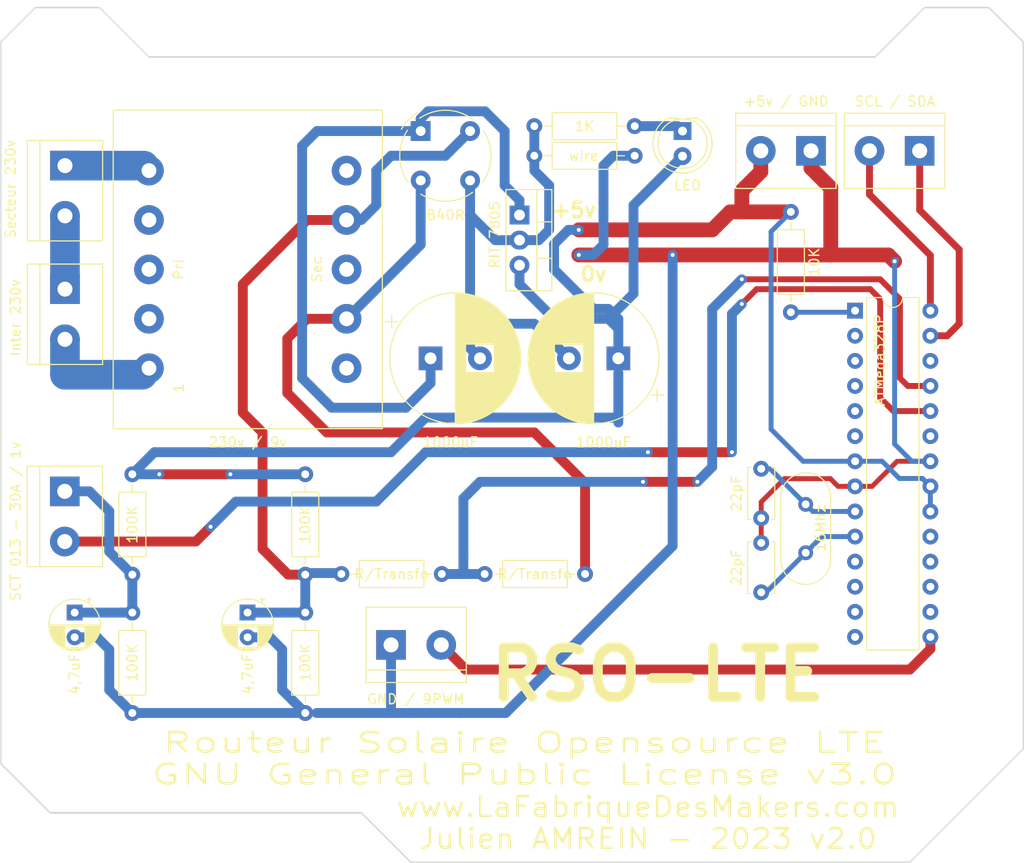
<source format=kicad_pcb>
(kicad_pcb (version 20171130) (host pcbnew 5.0.2+dfsg1-1+deb10u1)

  (general
    (thickness 1.6)
    (drawings 19)
    (tracks 250)
    (zones 0)
    (modules 31)
    (nets 1)
  )

  (page A4)
  (layers
    (0 F.Cu signal)
    (31 B.Cu signal)
    (32 B.Adhes user)
    (33 F.Adhes user)
    (34 B.Paste user)
    (35 F.Paste user)
    (36 B.SilkS user)
    (37 F.SilkS user)
    (38 B.Mask user)
    (39 F.Mask user)
    (40 Dwgs.User user)
    (41 Cmts.User user)
    (42 Eco1.User user)
    (43 Eco2.User user)
    (44 Edge.Cuts user)
    (45 Margin user)
    (46 B.CrtYd user)
    (47 F.CrtYd user)
    (48 B.Fab user hide)
    (49 F.Fab user hide)
  )

  (setup
    (last_trace_width 0.25)
    (trace_clearance 0.2)
    (zone_clearance 0.508)
    (zone_45_only no)
    (trace_min 0.2)
    (segment_width 0.2)
    (edge_width 0.15)
    (via_size 0.8)
    (via_drill 0.4)
    (via_min_size 0.4)
    (via_min_drill 0.3)
    (uvia_size 0.3)
    (uvia_drill 0.1)
    (uvias_allowed no)
    (uvia_min_size 0.2)
    (uvia_min_drill 0.1)
    (pcb_text_width 0.3)
    (pcb_text_size 1.5 1.5)
    (mod_edge_width 0.15)
    (mod_text_size 1 1)
    (mod_text_width 0.15)
    (pad_size 1.524 1.524)
    (pad_drill 0.762)
    (pad_to_mask_clearance 0.051)
    (solder_mask_min_width 0.25)
    (aux_axis_origin 0 0)
    (visible_elements FFFFFF7F)
    (pcbplotparams
      (layerselection 0x010fc_ffffffff)
      (usegerberextensions true)
      (usegerberattributes false)
      (usegerberadvancedattributes false)
      (creategerberjobfile false)
      (excludeedgelayer true)
      (linewidth 0.150000)
      (plotframeref false)
      (viasonmask false)
      (mode 1)
      (useauxorigin false)
      (hpglpennumber 1)
      (hpglpenspeed 20)
      (hpglpendiameter 15.000000)
      (psnegative false)
      (psa4output false)
      (plotreference true)
      (plotvalue true)
      (plotinvisibletext false)
      (padsonsilk false)
      (subtractmaskfromsilk false)
      (outputformat 1)
      (mirror false)
      (drillshape 0)
      (scaleselection 1)
      (outputdirectory "Gerber/"))
  )

  (net 0 "")

  (net_class Default "Ceci est la Netclass par défaut."
    (clearance 0.2)
    (trace_width 0.25)
    (via_dia 0.8)
    (via_drill 0.4)
    (uvia_dia 0.3)
    (uvia_drill 0.1)
  )

  (module MountingHole:MountingHole_5mm (layer F.Cu) (tedit 655E9197) (tstamp 656B24B4)
    (at 130 118.5)
    (descr "Mounting Hole 5mm, no annular")
    (tags "mounting hole 5mm no annular")
    (attr virtual)
    (fp_text reference "" (at 0 -6) (layer F.SilkS)
      (effects (font (size 1 1) (thickness 0.15)))
    )
    (fp_text value MountingHole_5mm (at 0 6) (layer F.Fab)
      (effects (font (size 1 1) (thickness 0.15)))
    )
    (fp_text user %R (at 0.3 0) (layer F.Fab)
      (effects (font (size 1 1) (thickness 0.15)))
    )
    (fp_circle (center 0 0) (end 5 0) (layer Cmts.User) (width 0.15))
    (fp_circle (center 0 0) (end 5.25 0) (layer F.CrtYd) (width 0.05))
    (pad 1 np_thru_hole circle (at 0 0) (size 5 5) (drill 5) (layers *.Cu *.Mask))
  )

  (module MountingHole:MountingHole_5mm (layer F.Cu) (tedit 655E9197) (tstamp 656B2495)
    (at 40 120)
    (descr "Mounting Hole 5mm, no annular")
    (tags "mounting hole 5mm no annular")
    (attr virtual)
    (fp_text reference "" (at 0 -6) (layer F.SilkS)
      (effects (font (size 1 1) (thickness 0.15)))
    )
    (fp_text value MountingHole_5mm (at 0 6) (layer F.Fab)
      (effects (font (size 1 1) (thickness 0.15)))
    )
    (fp_circle (center 0 0) (end 5.25 0) (layer F.CrtYd) (width 0.05))
    (fp_circle (center 0 0) (end 5 0) (layer Cmts.User) (width 0.15))
    (fp_text user %R (at 0.3 0) (layer F.Fab)
      (effects (font (size 1 1) (thickness 0.15)))
    )
    (pad 1 np_thru_hole circle (at 0 0) (size 5 5) (drill 5) (layers *.Cu *.Mask))
  )

  (module MountingHole:MountingHole_5mm (layer F.Cu) (tedit 655E9197) (tstamp 656B226F)
    (at 40 51)
    (descr "Mounting Hole 5mm, no annular")
    (tags "mounting hole 5mm no annular")
    (attr virtual)
    (fp_text reference "" (at 0 -6) (layer F.SilkS)
      (effects (font (size 1 1) (thickness 0.15)))
    )
    (fp_text value MountingHole_5mm (at 0 6) (layer F.Fab)
      (effects (font (size 1 1) (thickness 0.15)))
    )
    (fp_text user %R (at 0.3 0) (layer F.Fab)
      (effects (font (size 1 1) (thickness 0.15)))
    )
    (fp_circle (center 0 0) (end 5 0) (layer Cmts.User) (width 0.15))
    (fp_circle (center 0 0) (end 5.25 0) (layer F.CrtYd) (width 0.05))
    (pad 1 np_thru_hole circle (at 0 0) (size 5 5) (drill 5) (layers *.Cu *.Mask))
  )

  (module TerminalBlock:TerminalBlock_bornier-2_P5.08mm (layer F.Cu) (tedit 655E979E) (tstamp 655EB36A)
    (at 40 74 270)
    (descr "simple 2-pin terminal block, pitch 5.08mm, revamped version of bornier2")
    (tags "terminal block bornier2")
    (fp_text reference "Inter 230v " (at 2.5 5 270) (layer F.SilkS)
      (effects (font (size 1 1) (thickness 0.15)))
    )
    (fp_text value TerminalBlock_bornier-2_P5.08mm (at 2.54 5.08 270) (layer F.Fab)
      (effects (font (size 1 1) (thickness 0.15)))
    )
    (fp_text user %R (at 2.54 0 270) (layer F.Fab)
      (effects (font (size 1 1) (thickness 0.15)))
    )
    (fp_line (start -2.41 2.55) (end 7.49 2.55) (layer F.Fab) (width 0.1))
    (fp_line (start -2.46 -3.75) (end -2.46 3.75) (layer F.Fab) (width 0.1))
    (fp_line (start -2.46 3.75) (end 7.54 3.75) (layer F.Fab) (width 0.1))
    (fp_line (start 7.54 3.75) (end 7.54 -3.75) (layer F.Fab) (width 0.1))
    (fp_line (start 7.54 -3.75) (end -2.46 -3.75) (layer F.Fab) (width 0.1))
    (fp_line (start 7.62 2.54) (end -2.54 2.54) (layer F.SilkS) (width 0.12))
    (fp_line (start 7.62 3.81) (end 7.62 -3.81) (layer F.SilkS) (width 0.12))
    (fp_line (start 7.62 -3.81) (end -2.54 -3.81) (layer F.SilkS) (width 0.12))
    (fp_line (start -2.54 -3.81) (end -2.54 3.81) (layer F.SilkS) (width 0.12))
    (fp_line (start -2.54 3.81) (end 7.62 3.81) (layer F.SilkS) (width 0.12))
    (fp_line (start -2.71 -4) (end 7.79 -4) (layer F.CrtYd) (width 0.05))
    (fp_line (start -2.71 -4) (end -2.71 4) (layer F.CrtYd) (width 0.05))
    (fp_line (start 7.79 4) (end 7.79 -4) (layer F.CrtYd) (width 0.05))
    (fp_line (start 7.79 4) (end -2.71 4) (layer F.CrtYd) (width 0.05))
    (pad 1 thru_hole rect (at 0 0 270) (size 3 3) (drill 1.52) (layers *.Cu *.Mask))
    (pad 2 thru_hole circle (at 5.08 0 270) (size 3 3) (drill 1.52) (layers *.Cu *.Mask))
    (model ${KISYS3DMOD}/TerminalBlock.3dshapes/TerminalBlock_bornier-2_P5.08mm.wrl
      (offset (xyz 2.539999961853027 0 0))
      (scale (xyz 1 1 1))
      (rotate (xyz 0 0 0))
    )
  )

  (module Transformer_THT:Transformer_CHK_EI30-2VA_1xSec (layer F.Cu) (tedit 655E8AA0) (tstamp 5EC4C84E)
    (at 48.5 82)
    (descr "Trafo, Printtrafo, CHK, EI30, 2VA, 1x Sec,http://www.eratransformers.com/downloads/030-7585.0.pdf")
    (tags "Trafo Printtrafo CHK EI30 2VA 1x Sec ")
    (fp_text reference "230v / 9v" (at 10 7.5) (layer F.SilkS)
      (effects (font (size 1 1) (thickness 0.15)))
    )
    (fp_text value "230v - 5v AC" (at 10 -10 90) (layer F.Fab)
      (effects (font (size 1 1) (thickness 0.15)))
    )
    (fp_line (start 23.62 6.12) (end -3.62 6.12) (layer F.SilkS) (width 0.12))
    (fp_line (start 23.62 6.12) (end 23.62 -26.12) (layer F.SilkS) (width 0.12))
    (fp_line (start -3.62 -26.12) (end -3.62 6.12) (layer F.SilkS) (width 0.12))
    (fp_line (start -3.62 -26.12) (end 23.62 -26.12) (layer F.SilkS) (width 0.12))
    (fp_line (start 23.75 6.25) (end -3.75 6.25) (layer F.CrtYd) (width 0.05))
    (fp_line (start 23.75 6.25) (end 23.75 -26.25) (layer F.CrtYd) (width 0.05))
    (fp_line (start -3.75 -26.25) (end -3.75 6.25) (layer F.CrtYd) (width 0.05))
    (fp_line (start -3.75 -26.25) (end 23.75 -26.25) (layer F.CrtYd) (width 0.05))
    (fp_line (start -3.5 -26) (end -3.5 6) (layer F.Fab) (width 0.1))
    (fp_line (start 23.5 -26) (end -3.5 -26) (layer F.Fab) (width 0.1))
    (fp_line (start 23.5 6) (end 23.5 -26) (layer F.Fab) (width 0.1))
    (fp_line (start -3.5 6) (end 23.5 6) (layer F.Fab) (width 0.1))
    (fp_line (start 5 0) (end 3 0) (layer F.Fab) (width 0.1))
    (fp_line (start 5 -20) (end 5 0) (layer F.Fab) (width 0.1))
    (fp_line (start 3 -20) (end 5 -20) (layer F.Fab) (width 0.1))
    (fp_line (start 6 0) (end 5 0) (layer F.Fab) (width 0.1))
    (fp_line (start 6 -20) (end 6 0) (layer F.Fab) (width 0.1))
    (fp_line (start 5 -20) (end 6 -20) (layer F.Fab) (width 0.1))
    (fp_line (start 7 0) (end 6 0) (layer F.Fab) (width 0.1))
    (fp_line (start 7 -20) (end 7 0) (layer F.Fab) (width 0.1))
    (fp_line (start 6 -20) (end 7 -20) (layer F.Fab) (width 0.1))
    (fp_line (start 8 0) (end 7 0) (layer F.Fab) (width 0.1))
    (fp_line (start 8 -20) (end 8 0) (layer F.Fab) (width 0.1))
    (fp_line (start 7 -20) (end 8 -20) (layer F.Fab) (width 0.1))
    (fp_line (start 5 -19) (end 8 -19) (layer F.Fab) (width 0.1))
    (fp_line (start 8 -18) (end 5 -18) (layer F.Fab) (width 0.1))
    (fp_line (start 5 -17) (end 8 -17) (layer F.Fab) (width 0.1))
    (fp_line (start 8 -16) (end 5 -16) (layer F.Fab) (width 0.1))
    (fp_line (start 5 -15) (end 8 -15) (layer F.Fab) (width 0.1))
    (fp_line (start 8 -14) (end 5 -14) (layer F.Fab) (width 0.1))
    (fp_line (start 5 -13) (end 8 -13) (layer F.Fab) (width 0.1))
    (fp_line (start 8 -12) (end 5 -12) (layer F.Fab) (width 0.1))
    (fp_line (start 5 -11) (end 8 -11) (layer F.Fab) (width 0.1))
    (fp_line (start 8 -10) (end 5 -10) (layer F.Fab) (width 0.1))
    (fp_line (start 5 -9) (end 8 -9) (layer F.Fab) (width 0.1))
    (fp_line (start 8 -8) (end 5 -8) (layer F.Fab) (width 0.1))
    (fp_line (start 5 -7) (end 8 -7) (layer F.Fab) (width 0.1))
    (fp_line (start 8 -6) (end 5 -6) (layer F.Fab) (width 0.1))
    (fp_line (start 5 -5) (end 8 -5) (layer F.Fab) (width 0.1))
    (fp_line (start 8 -4) (end 5 -4) (layer F.Fab) (width 0.1))
    (fp_line (start 5 -3) (end 8 -3) (layer F.Fab) (width 0.1))
    (fp_line (start 8 -2) (end 5 -2) (layer F.Fab) (width 0.1))
    (fp_line (start 5 -1) (end 8 -1) (layer F.Fab) (width 0.1))
    (fp_line (start 15 -5) (end 17 -5) (layer F.Fab) (width 0.1))
    (fp_line (start 15 -15) (end 15 -5) (layer F.Fab) (width 0.1))
    (fp_line (start 17 -15) (end 15 -15) (layer F.Fab) (width 0.1))
    (fp_line (start 14 -5) (end 15 -5) (layer F.Fab) (width 0.1))
    (fp_line (start 14 -15) (end 14 -5) (layer F.Fab) (width 0.1))
    (fp_line (start 15 -15) (end 14 -15) (layer F.Fab) (width 0.1))
    (fp_line (start 13 -5) (end 14 -5) (layer F.Fab) (width 0.1))
    (fp_line (start 13 -15) (end 13 -5) (layer F.Fab) (width 0.1))
    (fp_line (start 14 -15) (end 13 -15) (layer F.Fab) (width 0.1))
    (fp_line (start 12 -5) (end 13 -5) (layer F.Fab) (width 0.1))
    (fp_line (start 12 -15) (end 12 -5) (layer F.Fab) (width 0.1))
    (fp_line (start 13 -15) (end 12 -15) (layer F.Fab) (width 0.1))
    (fp_line (start 12 -14) (end 15 -14) (layer F.Fab) (width 0.1))
    (fp_line (start 15 -13) (end 12 -13) (layer F.Fab) (width 0.1))
    (fp_line (start 12 -12) (end 15 -12) (layer F.Fab) (width 0.1))
    (fp_line (start 15 -11) (end 12 -11) (layer F.Fab) (width 0.1))
    (fp_line (start 12 -10) (end 15 -10) (layer F.Fab) (width 0.1))
    (fp_line (start 15 -9) (end 12 -9) (layer F.Fab) (width 0.1))
    (fp_line (start 12 -8) (end 15 -8) (layer F.Fab) (width 0.1))
    (fp_line (start 15 -7) (end 12 -7) (layer F.Fab) (width 0.1))
    (fp_line (start 12 -6) (end 15 -6) (layer F.Fab) (width 0.1))
    (fp_text user %R (at 10 -24.5) (layer F.Fab)
      (effects (font (size 1 1) (thickness 0.15)))
    )
    (fp_text user 1 (at 3 2 90) (layer F.SilkS)
      (effects (font (size 1 1) (thickness 0.15)))
    )
    (fp_text user 5 (at 3 -22 90) (layer F.Fab)
      (effects (font (size 1 1) (thickness 0.15)))
    )
    (fp_text user 7 (at 16 -16 90) (layer F.Fab)
      (effects (font (size 1 1) (thickness 0.15)))
    )
    (fp_text user 9 (at 16 -4 90) (layer F.Fab)
      (effects (font (size 1 1) (thickness 0.15)))
    )
    (fp_text user Pri (at 3 -10 90) (layer F.SilkS)
      (effects (font (size 1 1) (thickness 0.15)))
    )
    (fp_text user Sec (at 17 -10 90) (layer F.SilkS)
      (effects (font (size 1 1) (thickness 0.15)))
    )
    (pad 10 thru_hole circle (at 20 0) (size 3 3) (drill 1.5) (layers *.Cu *.Mask))
    (pad 9 thru_hole circle (at 20 -5) (size 3 3) (drill 1.5) (layers *.Cu *.Mask))
    (pad 8 thru_hole circle (at 20 -10) (size 3 3) (drill 1.5) (layers *.Cu *.Mask))
    (pad 7 thru_hole circle (at 20 -15) (size 3 3) (drill 1.5) (layers *.Cu *.Mask))
    (pad 6 thru_hole circle (at 20 -20) (size 3 3) (drill 1.5) (layers *.Cu *.Mask))
    (pad 5 thru_hole circle (at 0 -20) (size 3 3) (drill 1.5) (layers *.Cu *.Mask))
    (pad 4 thru_hole circle (at 0 -15) (size 3 3) (drill 1.5) (layers *.Cu *.Mask))
    (pad 3 thru_hole circle (at 0 -10) (size 3 3) (drill 1.5) (layers *.Cu *.Mask))
    (pad 2 thru_hole circle (at 0 -5) (size 3 3) (drill 1.5) (layers *.Cu *.Mask))
    (pad 1 thru_hole circle (at 0 0) (size 3 3) (drill 1.5) (layers *.Cu *.Mask))
    (model ${KISYS3DMOD}/Transformer_THT.3dshapes/Transformer_CHK_EI30-2VA_1xSec.wrl
      (at (xyz 0 0 0))
      (scale (xyz 1 1 1))
      (rotate (xyz 0 0 0))
    )
  )

  (module Resistor_THT:R_Axial_DIN0207_L6.3mm_D2.5mm_P10.16mm_Horizontal (layer F.Cu) (tedit 630B6DE1) (tstamp 630B734E)
    (at 92.635573 102.828952 180)
    (descr "Resistor, Axial_DIN0207 series, Axial, Horizontal, pin pitch=10.16mm, 0.25W = 1/4W, length*diameter=6.3*2.5mm^2, http://cdn-reichelt.de/documents/datenblatt/B400/1_4W%23YAG.pdf")
    (tags "Resistor Axial_DIN0207 series Axial Horizontal pin pitch 10.16mm 0.25W = 1/4W length 6.3mm diameter 2.5mm")
    (fp_text reference R/Transfo (at 5.08 0 180) (layer F.SilkS)
      (effects (font (size 1 1) (thickness 0.15)))
    )
    (fp_text value R_Axial_DIN0207_L6.3mm_D2.5mm_P10.16mm_Horizontal (at 5.08 2.37 180) (layer F.Fab)
      (effects (font (size 1 1) (thickness 0.15)))
    )
    (fp_text user %R (at 5.08 0 180) (layer F.Fab)
      (effects (font (size 1 1) (thickness 0.15)))
    )
    (fp_line (start 11.21 -1.5) (end -1.05 -1.5) (layer F.CrtYd) (width 0.05))
    (fp_line (start 11.21 1.5) (end 11.21 -1.5) (layer F.CrtYd) (width 0.05))
    (fp_line (start -1.05 1.5) (end 11.21 1.5) (layer F.CrtYd) (width 0.05))
    (fp_line (start -1.05 -1.5) (end -1.05 1.5) (layer F.CrtYd) (width 0.05))
    (fp_line (start 9.12 0) (end 8.35 0) (layer F.SilkS) (width 0.12))
    (fp_line (start 1.04 0) (end 1.81 0) (layer F.SilkS) (width 0.12))
    (fp_line (start 8.35 -1.37) (end 1.81 -1.37) (layer F.SilkS) (width 0.12))
    (fp_line (start 8.35 1.37) (end 8.35 -1.37) (layer F.SilkS) (width 0.12))
    (fp_line (start 1.81 1.37) (end 8.35 1.37) (layer F.SilkS) (width 0.12))
    (fp_line (start 1.81 -1.37) (end 1.81 1.37) (layer F.SilkS) (width 0.12))
    (fp_line (start 10.16 0) (end 8.23 0) (layer F.Fab) (width 0.1))
    (fp_line (start 0 0) (end 1.93 0) (layer F.Fab) (width 0.1))
    (fp_line (start 8.23 -1.25) (end 1.93 -1.25) (layer F.Fab) (width 0.1))
    (fp_line (start 8.23 1.25) (end 8.23 -1.25) (layer F.Fab) (width 0.1))
    (fp_line (start 1.93 1.25) (end 8.23 1.25) (layer F.Fab) (width 0.1))
    (fp_line (start 1.93 -1.25) (end 1.93 1.25) (layer F.Fab) (width 0.1))
    (pad 2 thru_hole oval (at 10.16 0 180) (size 1.6 1.6) (drill 0.8) (layers *.Cu *.Mask))
    (pad 1 thru_hole circle (at 0 0 180) (size 1.6 1.6) (drill 0.8) (layers *.Cu *.Mask))
    (model ${KISYS3DMOD}/Resistor_THT.3dshapes/R_Axial_DIN0207_L6.3mm_D2.5mm_P10.16mm_Horizontal.wrl
      (at (xyz 0 0 0))
      (scale (xyz 1 1 1))
      (rotate (xyz 0 0 0))
    )
  )

  (module Resistor_THT:R_Axial_DIN0207_L6.3mm_D2.5mm_P10.16mm_Horizontal (layer F.Cu) (tedit 630B6DD4) (tstamp 630B734E)
    (at 78.135573 102.828952 180)
    (descr "Resistor, Axial_DIN0207 series, Axial, Horizontal, pin pitch=10.16mm, 0.25W = 1/4W, length*diameter=6.3*2.5mm^2, http://cdn-reichelt.de/documents/datenblatt/B400/1_4W%23YAG.pdf")
    (tags "Resistor Axial_DIN0207 series Axial Horizontal pin pitch 10.16mm 0.25W = 1/4W length 6.3mm diameter 2.5mm")
    (fp_text reference R/Transfo (at 5.08 0 180) (layer F.SilkS)
      (effects (font (size 1 1) (thickness 0.15)))
    )
    (fp_text value R_Axial_DIN0207_L6.3mm_D2.5mm_P10.16mm_Horizontal (at 5.08 2.37 180) (layer F.Fab)
      (effects (font (size 1 1) (thickness 0.15)))
    )
    (fp_text user %R (at 5.08 0 180) (layer F.Fab)
      (effects (font (size 1 1) (thickness 0.15)))
    )
    (fp_line (start 11.21 -1.5) (end -1.05 -1.5) (layer F.CrtYd) (width 0.05))
    (fp_line (start 11.21 1.5) (end 11.21 -1.5) (layer F.CrtYd) (width 0.05))
    (fp_line (start -1.05 1.5) (end 11.21 1.5) (layer F.CrtYd) (width 0.05))
    (fp_line (start -1.05 -1.5) (end -1.05 1.5) (layer F.CrtYd) (width 0.05))
    (fp_line (start 9.12 0) (end 8.35 0) (layer F.SilkS) (width 0.12))
    (fp_line (start 1.04 0) (end 1.81 0) (layer F.SilkS) (width 0.12))
    (fp_line (start 8.35 -1.37) (end 1.81 -1.37) (layer F.SilkS) (width 0.12))
    (fp_line (start 8.35 1.37) (end 8.35 -1.37) (layer F.SilkS) (width 0.12))
    (fp_line (start 1.81 1.37) (end 8.35 1.37) (layer F.SilkS) (width 0.12))
    (fp_line (start 1.81 -1.37) (end 1.81 1.37) (layer F.SilkS) (width 0.12))
    (fp_line (start 10.16 0) (end 8.23 0) (layer F.Fab) (width 0.1))
    (fp_line (start 0 0) (end 1.93 0) (layer F.Fab) (width 0.1))
    (fp_line (start 8.23 -1.25) (end 1.93 -1.25) (layer F.Fab) (width 0.1))
    (fp_line (start 8.23 1.25) (end 8.23 -1.25) (layer F.Fab) (width 0.1))
    (fp_line (start 1.93 1.25) (end 8.23 1.25) (layer F.Fab) (width 0.1))
    (fp_line (start 1.93 -1.25) (end 1.93 1.25) (layer F.Fab) (width 0.1))
    (pad 2 thru_hole oval (at 10.16 0 180) (size 1.6 1.6) (drill 0.8) (layers *.Cu *.Mask))
    (pad 1 thru_hole circle (at 0 0 180) (size 1.6 1.6) (drill 0.8) (layers *.Cu *.Mask))
    (model ${KISYS3DMOD}/Resistor_THT.3dshapes/R_Axial_DIN0207_L6.3mm_D2.5mm_P10.16mm_Horizontal.wrl
      (at (xyz 0 0 0))
      (scale (xyz 1 1 1))
      (rotate (xyz 0 0 0))
    )
  )

  (module Capacitor_THT:CP_Radial_D5.0mm_P2.50mm (layer F.Cu) (tedit 630B35CC) (tstamp 630B6B2D)
    (at 58.480373 106.733213 270)
    (descr "CP, Radial series, Radial, pin pitch=2.50mm, , diameter=5mm, Electrolytic Capacitor")
    (tags "CP Radial series Radial pin pitch 2.50mm  diameter 5mm Electrolytic Capacitor")
    (fp_text reference 4,7uF (at 6.228852 0 90) (layer F.SilkS)
      (effects (font (size 1 1) (thickness 0.15)))
    )
    (fp_text value CP_Radial_D5.0mm_P2.50mm (at 1.25 3.75 270) (layer F.Fab)
      (effects (font (size 1 1) (thickness 0.15)))
    )
    (fp_text user %R (at 1.25 0 270) (layer F.Fab)
      (effects (font (size 1 1) (thickness 0.15)))
    )
    (fp_line (start -1.304775 -1.725) (end -1.304775 -1.225) (layer F.SilkS) (width 0.12))
    (fp_line (start -1.554775 -1.475) (end -1.054775 -1.475) (layer F.SilkS) (width 0.12))
    (fp_line (start 3.851 -0.284) (end 3.851 0.284) (layer F.SilkS) (width 0.12))
    (fp_line (start 3.811 -0.518) (end 3.811 0.518) (layer F.SilkS) (width 0.12))
    (fp_line (start 3.771 -0.677) (end 3.771 0.677) (layer F.SilkS) (width 0.12))
    (fp_line (start 3.731 -0.805) (end 3.731 0.805) (layer F.SilkS) (width 0.12))
    (fp_line (start 3.691 -0.915) (end 3.691 0.915) (layer F.SilkS) (width 0.12))
    (fp_line (start 3.651 -1.011) (end 3.651 1.011) (layer F.SilkS) (width 0.12))
    (fp_line (start 3.611 -1.098) (end 3.611 1.098) (layer F.SilkS) (width 0.12))
    (fp_line (start 3.571 -1.178) (end 3.571 1.178) (layer F.SilkS) (width 0.12))
    (fp_line (start 3.531 1.04) (end 3.531 1.251) (layer F.SilkS) (width 0.12))
    (fp_line (start 3.531 -1.251) (end 3.531 -1.04) (layer F.SilkS) (width 0.12))
    (fp_line (start 3.491 1.04) (end 3.491 1.319) (layer F.SilkS) (width 0.12))
    (fp_line (start 3.491 -1.319) (end 3.491 -1.04) (layer F.SilkS) (width 0.12))
    (fp_line (start 3.451 1.04) (end 3.451 1.383) (layer F.SilkS) (width 0.12))
    (fp_line (start 3.451 -1.383) (end 3.451 -1.04) (layer F.SilkS) (width 0.12))
    (fp_line (start 3.411 1.04) (end 3.411 1.443) (layer F.SilkS) (width 0.12))
    (fp_line (start 3.411 -1.443) (end 3.411 -1.04) (layer F.SilkS) (width 0.12))
    (fp_line (start 3.371 1.04) (end 3.371 1.5) (layer F.SilkS) (width 0.12))
    (fp_line (start 3.371 -1.5) (end 3.371 -1.04) (layer F.SilkS) (width 0.12))
    (fp_line (start 3.331 1.04) (end 3.331 1.554) (layer F.SilkS) (width 0.12))
    (fp_line (start 3.331 -1.554) (end 3.331 -1.04) (layer F.SilkS) (width 0.12))
    (fp_line (start 3.291 1.04) (end 3.291 1.605) (layer F.SilkS) (width 0.12))
    (fp_line (start 3.291 -1.605) (end 3.291 -1.04) (layer F.SilkS) (width 0.12))
    (fp_line (start 3.251 1.04) (end 3.251 1.653) (layer F.SilkS) (width 0.12))
    (fp_line (start 3.251 -1.653) (end 3.251 -1.04) (layer F.SilkS) (width 0.12))
    (fp_line (start 3.211 1.04) (end 3.211 1.699) (layer F.SilkS) (width 0.12))
    (fp_line (start 3.211 -1.699) (end 3.211 -1.04) (layer F.SilkS) (width 0.12))
    (fp_line (start 3.171 1.04) (end 3.171 1.743) (layer F.SilkS) (width 0.12))
    (fp_line (start 3.171 -1.743) (end 3.171 -1.04) (layer F.SilkS) (width 0.12))
    (fp_line (start 3.131 1.04) (end 3.131 1.785) (layer F.SilkS) (width 0.12))
    (fp_line (start 3.131 -1.785) (end 3.131 -1.04) (layer F.SilkS) (width 0.12))
    (fp_line (start 3.091 1.04) (end 3.091 1.826) (layer F.SilkS) (width 0.12))
    (fp_line (start 3.091 -1.826) (end 3.091 -1.04) (layer F.SilkS) (width 0.12))
    (fp_line (start 3.051 1.04) (end 3.051 1.864) (layer F.SilkS) (width 0.12))
    (fp_line (start 3.051 -1.864) (end 3.051 -1.04) (layer F.SilkS) (width 0.12))
    (fp_line (start 3.011 1.04) (end 3.011 1.901) (layer F.SilkS) (width 0.12))
    (fp_line (start 3.011 -1.901) (end 3.011 -1.04) (layer F.SilkS) (width 0.12))
    (fp_line (start 2.971 1.04) (end 2.971 1.937) (layer F.SilkS) (width 0.12))
    (fp_line (start 2.971 -1.937) (end 2.971 -1.04) (layer F.SilkS) (width 0.12))
    (fp_line (start 2.931 1.04) (end 2.931 1.971) (layer F.SilkS) (width 0.12))
    (fp_line (start 2.931 -1.971) (end 2.931 -1.04) (layer F.SilkS) (width 0.12))
    (fp_line (start 2.891 1.04) (end 2.891 2.004) (layer F.SilkS) (width 0.12))
    (fp_line (start 2.891 -2.004) (end 2.891 -1.04) (layer F.SilkS) (width 0.12))
    (fp_line (start 2.851 1.04) (end 2.851 2.035) (layer F.SilkS) (width 0.12))
    (fp_line (start 2.851 -2.035) (end 2.851 -1.04) (layer F.SilkS) (width 0.12))
    (fp_line (start 2.811 1.04) (end 2.811 2.065) (layer F.SilkS) (width 0.12))
    (fp_line (start 2.811 -2.065) (end 2.811 -1.04) (layer F.SilkS) (width 0.12))
    (fp_line (start 2.771 1.04) (end 2.771 2.095) (layer F.SilkS) (width 0.12))
    (fp_line (start 2.771 -2.095) (end 2.771 -1.04) (layer F.SilkS) (width 0.12))
    (fp_line (start 2.731 1.04) (end 2.731 2.122) (layer F.SilkS) (width 0.12))
    (fp_line (start 2.731 -2.122) (end 2.731 -1.04) (layer F.SilkS) (width 0.12))
    (fp_line (start 2.691 1.04) (end 2.691 2.149) (layer F.SilkS) (width 0.12))
    (fp_line (start 2.691 -2.149) (end 2.691 -1.04) (layer F.SilkS) (width 0.12))
    (fp_line (start 2.651 1.04) (end 2.651 2.175) (layer F.SilkS) (width 0.12))
    (fp_line (start 2.651 -2.175) (end 2.651 -1.04) (layer F.SilkS) (width 0.12))
    (fp_line (start 2.611 1.04) (end 2.611 2.2) (layer F.SilkS) (width 0.12))
    (fp_line (start 2.611 -2.2) (end 2.611 -1.04) (layer F.SilkS) (width 0.12))
    (fp_line (start 2.571 1.04) (end 2.571 2.224) (layer F.SilkS) (width 0.12))
    (fp_line (start 2.571 -2.224) (end 2.571 -1.04) (layer F.SilkS) (width 0.12))
    (fp_line (start 2.531 1.04) (end 2.531 2.247) (layer F.SilkS) (width 0.12))
    (fp_line (start 2.531 -2.247) (end 2.531 -1.04) (layer F.SilkS) (width 0.12))
    (fp_line (start 2.491 1.04) (end 2.491 2.268) (layer F.SilkS) (width 0.12))
    (fp_line (start 2.491 -2.268) (end 2.491 -1.04) (layer F.SilkS) (width 0.12))
    (fp_line (start 2.451 1.04) (end 2.451 2.29) (layer F.SilkS) (width 0.12))
    (fp_line (start 2.451 -2.29) (end 2.451 -1.04) (layer F.SilkS) (width 0.12))
    (fp_line (start 2.411 1.04) (end 2.411 2.31) (layer F.SilkS) (width 0.12))
    (fp_line (start 2.411 -2.31) (end 2.411 -1.04) (layer F.SilkS) (width 0.12))
    (fp_line (start 2.371 1.04) (end 2.371 2.329) (layer F.SilkS) (width 0.12))
    (fp_line (start 2.371 -2.329) (end 2.371 -1.04) (layer F.SilkS) (width 0.12))
    (fp_line (start 2.331 1.04) (end 2.331 2.348) (layer F.SilkS) (width 0.12))
    (fp_line (start 2.331 -2.348) (end 2.331 -1.04) (layer F.SilkS) (width 0.12))
    (fp_line (start 2.291 1.04) (end 2.291 2.365) (layer F.SilkS) (width 0.12))
    (fp_line (start 2.291 -2.365) (end 2.291 -1.04) (layer F.SilkS) (width 0.12))
    (fp_line (start 2.251 1.04) (end 2.251 2.382) (layer F.SilkS) (width 0.12))
    (fp_line (start 2.251 -2.382) (end 2.251 -1.04) (layer F.SilkS) (width 0.12))
    (fp_line (start 2.211 1.04) (end 2.211 2.398) (layer F.SilkS) (width 0.12))
    (fp_line (start 2.211 -2.398) (end 2.211 -1.04) (layer F.SilkS) (width 0.12))
    (fp_line (start 2.171 1.04) (end 2.171 2.414) (layer F.SilkS) (width 0.12))
    (fp_line (start 2.171 -2.414) (end 2.171 -1.04) (layer F.SilkS) (width 0.12))
    (fp_line (start 2.131 1.04) (end 2.131 2.428) (layer F.SilkS) (width 0.12))
    (fp_line (start 2.131 -2.428) (end 2.131 -1.04) (layer F.SilkS) (width 0.12))
    (fp_line (start 2.091 1.04) (end 2.091 2.442) (layer F.SilkS) (width 0.12))
    (fp_line (start 2.091 -2.442) (end 2.091 -1.04) (layer F.SilkS) (width 0.12))
    (fp_line (start 2.051 1.04) (end 2.051 2.455) (layer F.SilkS) (width 0.12))
    (fp_line (start 2.051 -2.455) (end 2.051 -1.04) (layer F.SilkS) (width 0.12))
    (fp_line (start 2.011 1.04) (end 2.011 2.468) (layer F.SilkS) (width 0.12))
    (fp_line (start 2.011 -2.468) (end 2.011 -1.04) (layer F.SilkS) (width 0.12))
    (fp_line (start 1.971 1.04) (end 1.971 2.48) (layer F.SilkS) (width 0.12))
    (fp_line (start 1.971 -2.48) (end 1.971 -1.04) (layer F.SilkS) (width 0.12))
    (fp_line (start 1.93 1.04) (end 1.93 2.491) (layer F.SilkS) (width 0.12))
    (fp_line (start 1.93 -2.491) (end 1.93 -1.04) (layer F.SilkS) (width 0.12))
    (fp_line (start 1.89 1.04) (end 1.89 2.501) (layer F.SilkS) (width 0.12))
    (fp_line (start 1.89 -2.501) (end 1.89 -1.04) (layer F.SilkS) (width 0.12))
    (fp_line (start 1.85 1.04) (end 1.85 2.511) (layer F.SilkS) (width 0.12))
    (fp_line (start 1.85 -2.511) (end 1.85 -1.04) (layer F.SilkS) (width 0.12))
    (fp_line (start 1.81 1.04) (end 1.81 2.52) (layer F.SilkS) (width 0.12))
    (fp_line (start 1.81 -2.52) (end 1.81 -1.04) (layer F.SilkS) (width 0.12))
    (fp_line (start 1.77 1.04) (end 1.77 2.528) (layer F.SilkS) (width 0.12))
    (fp_line (start 1.77 -2.528) (end 1.77 -1.04) (layer F.SilkS) (width 0.12))
    (fp_line (start 1.73 1.04) (end 1.73 2.536) (layer F.SilkS) (width 0.12))
    (fp_line (start 1.73 -2.536) (end 1.73 -1.04) (layer F.SilkS) (width 0.12))
    (fp_line (start 1.69 1.04) (end 1.69 2.543) (layer F.SilkS) (width 0.12))
    (fp_line (start 1.69 -2.543) (end 1.69 -1.04) (layer F.SilkS) (width 0.12))
    (fp_line (start 1.65 1.04) (end 1.65 2.55) (layer F.SilkS) (width 0.12))
    (fp_line (start 1.65 -2.55) (end 1.65 -1.04) (layer F.SilkS) (width 0.12))
    (fp_line (start 1.61 1.04) (end 1.61 2.556) (layer F.SilkS) (width 0.12))
    (fp_line (start 1.61 -2.556) (end 1.61 -1.04) (layer F.SilkS) (width 0.12))
    (fp_line (start 1.57 1.04) (end 1.57 2.561) (layer F.SilkS) (width 0.12))
    (fp_line (start 1.57 -2.561) (end 1.57 -1.04) (layer F.SilkS) (width 0.12))
    (fp_line (start 1.53 1.04) (end 1.53 2.565) (layer F.SilkS) (width 0.12))
    (fp_line (start 1.53 -2.565) (end 1.53 -1.04) (layer F.SilkS) (width 0.12))
    (fp_line (start 1.49 1.04) (end 1.49 2.569) (layer F.SilkS) (width 0.12))
    (fp_line (start 1.49 -2.569) (end 1.49 -1.04) (layer F.SilkS) (width 0.12))
    (fp_line (start 1.45 -2.573) (end 1.45 2.573) (layer F.SilkS) (width 0.12))
    (fp_line (start 1.41 -2.576) (end 1.41 2.576) (layer F.SilkS) (width 0.12))
    (fp_line (start 1.37 -2.578) (end 1.37 2.578) (layer F.SilkS) (width 0.12))
    (fp_line (start 1.33 -2.579) (end 1.33 2.579) (layer F.SilkS) (width 0.12))
    (fp_line (start 1.29 -2.58) (end 1.29 2.58) (layer F.SilkS) (width 0.12))
    (fp_line (start 1.25 -2.58) (end 1.25 2.58) (layer F.SilkS) (width 0.12))
    (fp_line (start -0.633605 -1.3375) (end -0.633605 -0.8375) (layer F.Fab) (width 0.1))
    (fp_line (start -0.883605 -1.0875) (end -0.383605 -1.0875) (layer F.Fab) (width 0.1))
    (fp_circle (center 1.25 0) (end 4 0) (layer F.CrtYd) (width 0.05))
    (fp_circle (center 1.25 0) (end 3.87 0) (layer F.SilkS) (width 0.12))
    (fp_circle (center 1.25 0) (end 3.75 0) (layer F.Fab) (width 0.1))
    (pad 2 thru_hole circle (at 2.5 0 270) (size 1.6 1.6) (drill 0.8) (layers *.Cu *.Mask))
    (pad 1 thru_hole rect (at 0 0 270) (size 1.6 1.6) (drill 0.8) (layers *.Cu *.Mask))
    (model ${KISYS3DMOD}/Capacitor_THT.3dshapes/CP_Radial_D5.0mm_P2.50mm.wrl
      (at (xyz 0 0 0))
      (scale (xyz 1 1 1))
      (rotate (xyz 0 0 0))
    )
  )

  (module Resistor_THT:R_Axial_DIN0207_L6.3mm_D2.5mm_P10.16mm_Horizontal (layer F.Cu) (tedit 630B3504) (tstamp 630B6AED)
    (at 64.316858 106.733213 270)
    (descr "Resistor, Axial_DIN0207 series, Axial, Horizontal, pin pitch=10.16mm, 0.25W = 1/4W, length*diameter=6.3*2.5mm^2, http://cdn-reichelt.de/documents/datenblatt/B400/1_4W%23YAG.pdf")
    (tags "Resistor Axial_DIN0207 series Axial Horizontal pin pitch 10.16mm 0.25W = 1/4W length 6.3mm diameter 2.5mm")
    (fp_text reference 100K (at 5.08 0 270) (layer F.SilkS)
      (effects (font (size 1 1) (thickness 0.15)))
    )
    (fp_text value R_Axial_DIN0207_L6.3mm_D2.5mm_P10.16mm_Horizontal (at 5.08 2.37 270) (layer F.Fab)
      (effects (font (size 1 1) (thickness 0.15)))
    )
    (fp_line (start 1.93 -1.25) (end 1.93 1.25) (layer F.Fab) (width 0.1))
    (fp_line (start 1.93 1.25) (end 8.23 1.25) (layer F.Fab) (width 0.1))
    (fp_line (start 8.23 1.25) (end 8.23 -1.25) (layer F.Fab) (width 0.1))
    (fp_line (start 8.23 -1.25) (end 1.93 -1.25) (layer F.Fab) (width 0.1))
    (fp_line (start 0 0) (end 1.93 0) (layer F.Fab) (width 0.1))
    (fp_line (start 10.16 0) (end 8.23 0) (layer F.Fab) (width 0.1))
    (fp_line (start 1.81 -1.37) (end 1.81 1.37) (layer F.SilkS) (width 0.12))
    (fp_line (start 1.81 1.37) (end 8.35 1.37) (layer F.SilkS) (width 0.12))
    (fp_line (start 8.35 1.37) (end 8.35 -1.37) (layer F.SilkS) (width 0.12))
    (fp_line (start 8.35 -1.37) (end 1.81 -1.37) (layer F.SilkS) (width 0.12))
    (fp_line (start 1.04 0) (end 1.81 0) (layer F.SilkS) (width 0.12))
    (fp_line (start 9.12 0) (end 8.35 0) (layer F.SilkS) (width 0.12))
    (fp_line (start -1.05 -1.5) (end -1.05 1.5) (layer F.CrtYd) (width 0.05))
    (fp_line (start -1.05 1.5) (end 11.21 1.5) (layer F.CrtYd) (width 0.05))
    (fp_line (start 11.21 1.5) (end 11.21 -1.5) (layer F.CrtYd) (width 0.05))
    (fp_line (start 11.21 -1.5) (end -1.05 -1.5) (layer F.CrtYd) (width 0.05))
    (fp_text user %R (at 5.08 0 270) (layer F.Fab)
      (effects (font (size 1 1) (thickness 0.15)))
    )
    (pad 1 thru_hole circle (at 0 0 270) (size 1.6 1.6) (drill 0.8) (layers *.Cu *.Mask))
    (pad 2 thru_hole oval (at 10.16 0 270) (size 1.6 1.6) (drill 0.8) (layers *.Cu *.Mask))
    (model ${KISYS3DMOD}/Resistor_THT.3dshapes/R_Axial_DIN0207_L6.3mm_D2.5mm_P10.16mm_Horizontal.wrl
      (at (xyz 0 0 0))
      (scale (xyz 1 1 1))
      (rotate (xyz 0 0 0))
    )
  )

  (module Resistor_THT:R_Axial_DIN0207_L6.3mm_D2.5mm_P10.16mm_Horizontal (layer F.Cu) (tedit 630B34FE) (tstamp 630B6AD7)
    (at 64.316858 92.733213 270)
    (descr "Resistor, Axial_DIN0207 series, Axial, Horizontal, pin pitch=10.16mm, 0.25W = 1/4W, length*diameter=6.3*2.5mm^2, http://cdn-reichelt.de/documents/datenblatt/B400/1_4W%23YAG.pdf")
    (tags "Resistor Axial_DIN0207 series Axial Horizontal pin pitch 10.16mm 0.25W = 1/4W length 6.3mm diameter 2.5mm")
    (fp_text reference 100K (at 5.08 0 270) (layer F.SilkS)
      (effects (font (size 1 1) (thickness 0.15)))
    )
    (fp_text value R_Axial_DIN0207_L6.3mm_D2.5mm_P10.16mm_Horizontal (at 5.08 2.37 270) (layer F.Fab)
      (effects (font (size 1 1) (thickness 0.15)))
    )
    (fp_line (start 1.93 -1.25) (end 1.93 1.25) (layer F.Fab) (width 0.1))
    (fp_line (start 1.93 1.25) (end 8.23 1.25) (layer F.Fab) (width 0.1))
    (fp_line (start 8.23 1.25) (end 8.23 -1.25) (layer F.Fab) (width 0.1))
    (fp_line (start 8.23 -1.25) (end 1.93 -1.25) (layer F.Fab) (width 0.1))
    (fp_line (start 0 0) (end 1.93 0) (layer F.Fab) (width 0.1))
    (fp_line (start 10.16 0) (end 8.23 0) (layer F.Fab) (width 0.1))
    (fp_line (start 1.81 -1.37) (end 1.81 1.37) (layer F.SilkS) (width 0.12))
    (fp_line (start 1.81 1.37) (end 8.35 1.37) (layer F.SilkS) (width 0.12))
    (fp_line (start 8.35 1.37) (end 8.35 -1.37) (layer F.SilkS) (width 0.12))
    (fp_line (start 8.35 -1.37) (end 1.81 -1.37) (layer F.SilkS) (width 0.12))
    (fp_line (start 1.04 0) (end 1.81 0) (layer F.SilkS) (width 0.12))
    (fp_line (start 9.12 0) (end 8.35 0) (layer F.SilkS) (width 0.12))
    (fp_line (start -1.05 -1.5) (end -1.05 1.5) (layer F.CrtYd) (width 0.05))
    (fp_line (start -1.05 1.5) (end 11.21 1.5) (layer F.CrtYd) (width 0.05))
    (fp_line (start 11.21 1.5) (end 11.21 -1.5) (layer F.CrtYd) (width 0.05))
    (fp_line (start 11.21 -1.5) (end -1.05 -1.5) (layer F.CrtYd) (width 0.05))
    (fp_text user %R (at 5.08 0 270) (layer F.Fab)
      (effects (font (size 1 1) (thickness 0.15)))
    )
    (pad 1 thru_hole circle (at 0 0 270) (size 1.6 1.6) (drill 0.8) (layers *.Cu *.Mask))
    (pad 2 thru_hole oval (at 10.16 0 270) (size 1.6 1.6) (drill 0.8) (layers *.Cu *.Mask))
    (model ${KISYS3DMOD}/Resistor_THT.3dshapes/R_Axial_DIN0207_L6.3mm_D2.5mm_P10.16mm_Horizontal.wrl
      (at (xyz 0 0 0))
      (scale (xyz 1 1 1))
      (rotate (xyz 0 0 0))
    )
  )

  (module Capacitor_THT:CP_Radial_D5.0mm_P2.50mm (layer F.Cu) (tedit 630B35CC) (tstamp 6318045A)
    (at 40.980373 106.733213 270)
    (descr "CP, Radial series, Radial, pin pitch=2.50mm, , diameter=5mm, Electrolytic Capacitor")
    (tags "CP Radial series Radial pin pitch 2.50mm  diameter 5mm Electrolytic Capacitor")
    (fp_text reference 4,7uF (at 6.228852 0 90) (layer F.SilkS)
      (effects (font (size 1 1) (thickness 0.15)))
    )
    (fp_text value CP_Radial_D5.0mm_P2.50mm (at 1.25 3.75 270) (layer F.Fab)
      (effects (font (size 1 1) (thickness 0.15)))
    )
    (fp_circle (center 1.25 0) (end 3.75 0) (layer F.Fab) (width 0.1))
    (fp_circle (center 1.25 0) (end 3.87 0) (layer F.SilkS) (width 0.12))
    (fp_circle (center 1.25 0) (end 4 0) (layer F.CrtYd) (width 0.05))
    (fp_line (start -0.883605 -1.0875) (end -0.383605 -1.0875) (layer F.Fab) (width 0.1))
    (fp_line (start -0.633605 -1.3375) (end -0.633605 -0.8375) (layer F.Fab) (width 0.1))
    (fp_line (start 1.25 -2.58) (end 1.25 2.58) (layer F.SilkS) (width 0.12))
    (fp_line (start 1.29 -2.58) (end 1.29 2.58) (layer F.SilkS) (width 0.12))
    (fp_line (start 1.33 -2.579) (end 1.33 2.579) (layer F.SilkS) (width 0.12))
    (fp_line (start 1.37 -2.578) (end 1.37 2.578) (layer F.SilkS) (width 0.12))
    (fp_line (start 1.41 -2.576) (end 1.41 2.576) (layer F.SilkS) (width 0.12))
    (fp_line (start 1.45 -2.573) (end 1.45 2.573) (layer F.SilkS) (width 0.12))
    (fp_line (start 1.49 -2.569) (end 1.49 -1.04) (layer F.SilkS) (width 0.12))
    (fp_line (start 1.49 1.04) (end 1.49 2.569) (layer F.SilkS) (width 0.12))
    (fp_line (start 1.53 -2.565) (end 1.53 -1.04) (layer F.SilkS) (width 0.12))
    (fp_line (start 1.53 1.04) (end 1.53 2.565) (layer F.SilkS) (width 0.12))
    (fp_line (start 1.57 -2.561) (end 1.57 -1.04) (layer F.SilkS) (width 0.12))
    (fp_line (start 1.57 1.04) (end 1.57 2.561) (layer F.SilkS) (width 0.12))
    (fp_line (start 1.61 -2.556) (end 1.61 -1.04) (layer F.SilkS) (width 0.12))
    (fp_line (start 1.61 1.04) (end 1.61 2.556) (layer F.SilkS) (width 0.12))
    (fp_line (start 1.65 -2.55) (end 1.65 -1.04) (layer F.SilkS) (width 0.12))
    (fp_line (start 1.65 1.04) (end 1.65 2.55) (layer F.SilkS) (width 0.12))
    (fp_line (start 1.69 -2.543) (end 1.69 -1.04) (layer F.SilkS) (width 0.12))
    (fp_line (start 1.69 1.04) (end 1.69 2.543) (layer F.SilkS) (width 0.12))
    (fp_line (start 1.73 -2.536) (end 1.73 -1.04) (layer F.SilkS) (width 0.12))
    (fp_line (start 1.73 1.04) (end 1.73 2.536) (layer F.SilkS) (width 0.12))
    (fp_line (start 1.77 -2.528) (end 1.77 -1.04) (layer F.SilkS) (width 0.12))
    (fp_line (start 1.77 1.04) (end 1.77 2.528) (layer F.SilkS) (width 0.12))
    (fp_line (start 1.81 -2.52) (end 1.81 -1.04) (layer F.SilkS) (width 0.12))
    (fp_line (start 1.81 1.04) (end 1.81 2.52) (layer F.SilkS) (width 0.12))
    (fp_line (start 1.85 -2.511) (end 1.85 -1.04) (layer F.SilkS) (width 0.12))
    (fp_line (start 1.85 1.04) (end 1.85 2.511) (layer F.SilkS) (width 0.12))
    (fp_line (start 1.89 -2.501) (end 1.89 -1.04) (layer F.SilkS) (width 0.12))
    (fp_line (start 1.89 1.04) (end 1.89 2.501) (layer F.SilkS) (width 0.12))
    (fp_line (start 1.93 -2.491) (end 1.93 -1.04) (layer F.SilkS) (width 0.12))
    (fp_line (start 1.93 1.04) (end 1.93 2.491) (layer F.SilkS) (width 0.12))
    (fp_line (start 1.971 -2.48) (end 1.971 -1.04) (layer F.SilkS) (width 0.12))
    (fp_line (start 1.971 1.04) (end 1.971 2.48) (layer F.SilkS) (width 0.12))
    (fp_line (start 2.011 -2.468) (end 2.011 -1.04) (layer F.SilkS) (width 0.12))
    (fp_line (start 2.011 1.04) (end 2.011 2.468) (layer F.SilkS) (width 0.12))
    (fp_line (start 2.051 -2.455) (end 2.051 -1.04) (layer F.SilkS) (width 0.12))
    (fp_line (start 2.051 1.04) (end 2.051 2.455) (layer F.SilkS) (width 0.12))
    (fp_line (start 2.091 -2.442) (end 2.091 -1.04) (layer F.SilkS) (width 0.12))
    (fp_line (start 2.091 1.04) (end 2.091 2.442) (layer F.SilkS) (width 0.12))
    (fp_line (start 2.131 -2.428) (end 2.131 -1.04) (layer F.SilkS) (width 0.12))
    (fp_line (start 2.131 1.04) (end 2.131 2.428) (layer F.SilkS) (width 0.12))
    (fp_line (start 2.171 -2.414) (end 2.171 -1.04) (layer F.SilkS) (width 0.12))
    (fp_line (start 2.171 1.04) (end 2.171 2.414) (layer F.SilkS) (width 0.12))
    (fp_line (start 2.211 -2.398) (end 2.211 -1.04) (layer F.SilkS) (width 0.12))
    (fp_line (start 2.211 1.04) (end 2.211 2.398) (layer F.SilkS) (width 0.12))
    (fp_line (start 2.251 -2.382) (end 2.251 -1.04) (layer F.SilkS) (width 0.12))
    (fp_line (start 2.251 1.04) (end 2.251 2.382) (layer F.SilkS) (width 0.12))
    (fp_line (start 2.291 -2.365) (end 2.291 -1.04) (layer F.SilkS) (width 0.12))
    (fp_line (start 2.291 1.04) (end 2.291 2.365) (layer F.SilkS) (width 0.12))
    (fp_line (start 2.331 -2.348) (end 2.331 -1.04) (layer F.SilkS) (width 0.12))
    (fp_line (start 2.331 1.04) (end 2.331 2.348) (layer F.SilkS) (width 0.12))
    (fp_line (start 2.371 -2.329) (end 2.371 -1.04) (layer F.SilkS) (width 0.12))
    (fp_line (start 2.371 1.04) (end 2.371 2.329) (layer F.SilkS) (width 0.12))
    (fp_line (start 2.411 -2.31) (end 2.411 -1.04) (layer F.SilkS) (width 0.12))
    (fp_line (start 2.411 1.04) (end 2.411 2.31) (layer F.SilkS) (width 0.12))
    (fp_line (start 2.451 -2.29) (end 2.451 -1.04) (layer F.SilkS) (width 0.12))
    (fp_line (start 2.451 1.04) (end 2.451 2.29) (layer F.SilkS) (width 0.12))
    (fp_line (start 2.491 -2.268) (end 2.491 -1.04) (layer F.SilkS) (width 0.12))
    (fp_line (start 2.491 1.04) (end 2.491 2.268) (layer F.SilkS) (width 0.12))
    (fp_line (start 2.531 -2.247) (end 2.531 -1.04) (layer F.SilkS) (width 0.12))
    (fp_line (start 2.531 1.04) (end 2.531 2.247) (layer F.SilkS) (width 0.12))
    (fp_line (start 2.571 -2.224) (end 2.571 -1.04) (layer F.SilkS) (width 0.12))
    (fp_line (start 2.571 1.04) (end 2.571 2.224) (layer F.SilkS) (width 0.12))
    (fp_line (start 2.611 -2.2) (end 2.611 -1.04) (layer F.SilkS) (width 0.12))
    (fp_line (start 2.611 1.04) (end 2.611 2.2) (layer F.SilkS) (width 0.12))
    (fp_line (start 2.651 -2.175) (end 2.651 -1.04) (layer F.SilkS) (width 0.12))
    (fp_line (start 2.651 1.04) (end 2.651 2.175) (layer F.SilkS) (width 0.12))
    (fp_line (start 2.691 -2.149) (end 2.691 -1.04) (layer F.SilkS) (width 0.12))
    (fp_line (start 2.691 1.04) (end 2.691 2.149) (layer F.SilkS) (width 0.12))
    (fp_line (start 2.731 -2.122) (end 2.731 -1.04) (layer F.SilkS) (width 0.12))
    (fp_line (start 2.731 1.04) (end 2.731 2.122) (layer F.SilkS) (width 0.12))
    (fp_line (start 2.771 -2.095) (end 2.771 -1.04) (layer F.SilkS) (width 0.12))
    (fp_line (start 2.771 1.04) (end 2.771 2.095) (layer F.SilkS) (width 0.12))
    (fp_line (start 2.811 -2.065) (end 2.811 -1.04) (layer F.SilkS) (width 0.12))
    (fp_line (start 2.811 1.04) (end 2.811 2.065) (layer F.SilkS) (width 0.12))
    (fp_line (start 2.851 -2.035) (end 2.851 -1.04) (layer F.SilkS) (width 0.12))
    (fp_line (start 2.851 1.04) (end 2.851 2.035) (layer F.SilkS) (width 0.12))
    (fp_line (start 2.891 -2.004) (end 2.891 -1.04) (layer F.SilkS) (width 0.12))
    (fp_line (start 2.891 1.04) (end 2.891 2.004) (layer F.SilkS) (width 0.12))
    (fp_line (start 2.931 -1.971) (end 2.931 -1.04) (layer F.SilkS) (width 0.12))
    (fp_line (start 2.931 1.04) (end 2.931 1.971) (layer F.SilkS) (width 0.12))
    (fp_line (start 2.971 -1.937) (end 2.971 -1.04) (layer F.SilkS) (width 0.12))
    (fp_line (start 2.971 1.04) (end 2.971 1.937) (layer F.SilkS) (width 0.12))
    (fp_line (start 3.011 -1.901) (end 3.011 -1.04) (layer F.SilkS) (width 0.12))
    (fp_line (start 3.011 1.04) (end 3.011 1.901) (layer F.SilkS) (width 0.12))
    (fp_line (start 3.051 -1.864) (end 3.051 -1.04) (layer F.SilkS) (width 0.12))
    (fp_line (start 3.051 1.04) (end 3.051 1.864) (layer F.SilkS) (width 0.12))
    (fp_line (start 3.091 -1.826) (end 3.091 -1.04) (layer F.SilkS) (width 0.12))
    (fp_line (start 3.091 1.04) (end 3.091 1.826) (layer F.SilkS) (width 0.12))
    (fp_line (start 3.131 -1.785) (end 3.131 -1.04) (layer F.SilkS) (width 0.12))
    (fp_line (start 3.131 1.04) (end 3.131 1.785) (layer F.SilkS) (width 0.12))
    (fp_line (start 3.171 -1.743) (end 3.171 -1.04) (layer F.SilkS) (width 0.12))
    (fp_line (start 3.171 1.04) (end 3.171 1.743) (layer F.SilkS) (width 0.12))
    (fp_line (start 3.211 -1.699) (end 3.211 -1.04) (layer F.SilkS) (width 0.12))
    (fp_line (start 3.211 1.04) (end 3.211 1.699) (layer F.SilkS) (width 0.12))
    (fp_line (start 3.251 -1.653) (end 3.251 -1.04) (layer F.SilkS) (width 0.12))
    (fp_line (start 3.251 1.04) (end 3.251 1.653) (layer F.SilkS) (width 0.12))
    (fp_line (start 3.291 -1.605) (end 3.291 -1.04) (layer F.SilkS) (width 0.12))
    (fp_line (start 3.291 1.04) (end 3.291 1.605) (layer F.SilkS) (width 0.12))
    (fp_line (start 3.331 -1.554) (end 3.331 -1.04) (layer F.SilkS) (width 0.12))
    (fp_line (start 3.331 1.04) (end 3.331 1.554) (layer F.SilkS) (width 0.12))
    (fp_line (start 3.371 -1.5) (end 3.371 -1.04) (layer F.SilkS) (width 0.12))
    (fp_line (start 3.371 1.04) (end 3.371 1.5) (layer F.SilkS) (width 0.12))
    (fp_line (start 3.411 -1.443) (end 3.411 -1.04) (layer F.SilkS) (width 0.12))
    (fp_line (start 3.411 1.04) (end 3.411 1.443) (layer F.SilkS) (width 0.12))
    (fp_line (start 3.451 -1.383) (end 3.451 -1.04) (layer F.SilkS) (width 0.12))
    (fp_line (start 3.451 1.04) (end 3.451 1.383) (layer F.SilkS) (width 0.12))
    (fp_line (start 3.491 -1.319) (end 3.491 -1.04) (layer F.SilkS) (width 0.12))
    (fp_line (start 3.491 1.04) (end 3.491 1.319) (layer F.SilkS) (width 0.12))
    (fp_line (start 3.531 -1.251) (end 3.531 -1.04) (layer F.SilkS) (width 0.12))
    (fp_line (start 3.531 1.04) (end 3.531 1.251) (layer F.SilkS) (width 0.12))
    (fp_line (start 3.571 -1.178) (end 3.571 1.178) (layer F.SilkS) (width 0.12))
    (fp_line (start 3.611 -1.098) (end 3.611 1.098) (layer F.SilkS) (width 0.12))
    (fp_line (start 3.651 -1.011) (end 3.651 1.011) (layer F.SilkS) (width 0.12))
    (fp_line (start 3.691 -0.915) (end 3.691 0.915) (layer F.SilkS) (width 0.12))
    (fp_line (start 3.731 -0.805) (end 3.731 0.805) (layer F.SilkS) (width 0.12))
    (fp_line (start 3.771 -0.677) (end 3.771 0.677) (layer F.SilkS) (width 0.12))
    (fp_line (start 3.811 -0.518) (end 3.811 0.518) (layer F.SilkS) (width 0.12))
    (fp_line (start 3.851 -0.284) (end 3.851 0.284) (layer F.SilkS) (width 0.12))
    (fp_line (start -1.554775 -1.475) (end -1.054775 -1.475) (layer F.SilkS) (width 0.12))
    (fp_line (start -1.304775 -1.725) (end -1.304775 -1.225) (layer F.SilkS) (width 0.12))
    (fp_text user %R (at 1.25 0 270) (layer F.Fab)
      (effects (font (size 1 1) (thickness 0.15)))
    )
    (pad 1 thru_hole rect (at 0 0 270) (size 1.6 1.6) (drill 0.8) (layers *.Cu *.Mask))
    (pad 2 thru_hole circle (at 2.5 0 270) (size 1.6 1.6) (drill 0.8) (layers *.Cu *.Mask))
    (model ${KISYS3DMOD}/Capacitor_THT.3dshapes/CP_Radial_D5.0mm_P2.50mm.wrl
      (at (xyz 0 0 0))
      (scale (xyz 1 1 1))
      (rotate (xyz 0 0 0))
    )
  )

  (module TerminalBlock:TerminalBlock_bornier-2_P5.08mm (layer F.Cu) (tedit 630B3271) (tstamp 63180446)
    (at 39.980373 94.462065 270)
    (descr "simple 2-pin terminal block, pitch 5.08mm, revamped version of bornier2")
    (tags "terminal block bornier2")
    (fp_text reference "SCT 013 - 30A / 1v" (at 3.037935 4.980373 270) (layer F.SilkS)
      (effects (font (size 1 1) (thickness 0.15)))
    )
    (fp_text value TerminalBlock_bornier-2_P5.08mm (at 2.54 5.08 270) (layer F.Fab)
      (effects (font (size 1 1) (thickness 0.15)))
    )
    (fp_text user %R (at 2.54 0 270) (layer F.Fab)
      (effects (font (size 1 1) (thickness 0.15)))
    )
    (fp_line (start -2.41 2.55) (end 7.49 2.55) (layer F.Fab) (width 0.1))
    (fp_line (start -2.46 -3.75) (end -2.46 3.75) (layer F.Fab) (width 0.1))
    (fp_line (start -2.46 3.75) (end 7.54 3.75) (layer F.Fab) (width 0.1))
    (fp_line (start 7.54 3.75) (end 7.54 -3.75) (layer F.Fab) (width 0.1))
    (fp_line (start 7.54 -3.75) (end -2.46 -3.75) (layer F.Fab) (width 0.1))
    (fp_line (start 7.62 2.54) (end -2.54 2.54) (layer F.SilkS) (width 0.12))
    (fp_line (start 7.62 3.81) (end 7.62 -3.81) (layer F.SilkS) (width 0.12))
    (fp_line (start 7.62 -3.81) (end -2.54 -3.81) (layer F.SilkS) (width 0.12))
    (fp_line (start -2.54 -3.81) (end -2.54 3.81) (layer F.SilkS) (width 0.12))
    (fp_line (start -2.54 3.81) (end 7.62 3.81) (layer F.SilkS) (width 0.12))
    (fp_line (start -2.71 -4) (end 7.79 -4) (layer F.CrtYd) (width 0.05))
    (fp_line (start -2.71 -4) (end -2.71 4) (layer F.CrtYd) (width 0.05))
    (fp_line (start 7.79 4) (end 7.79 -4) (layer F.CrtYd) (width 0.05))
    (fp_line (start 7.79 4) (end -2.71 4) (layer F.CrtYd) (width 0.05))
    (pad 1 thru_hole rect (at 0 0 270) (size 3 3) (drill 1.52) (layers *.Cu *.Mask))
    (pad 2 thru_hole circle (at 5.08 0 270) (size 3 3) (drill 1.52) (layers *.Cu *.Mask))
    (model ${KISYS3DMOD}/TerminalBlock.3dshapes/TerminalBlock_bornier-2_P5.08mm.wrl
      (offset (xyz 2.539999961853027 0 0))
      (scale (xyz 1 1 1))
      (rotate (xyz 0 0 0))
    )
  )

  (module Resistor_THT:R_Axial_DIN0207_L6.3mm_D2.5mm_P10.16mm_Horizontal (layer F.Cu) (tedit 630B3504) (tstamp 6318042A)
    (at 46.816858 106.733213 270)
    (descr "Resistor, Axial_DIN0207 series, Axial, Horizontal, pin pitch=10.16mm, 0.25W = 1/4W, length*diameter=6.3*2.5mm^2, http://cdn-reichelt.de/documents/datenblatt/B400/1_4W%23YAG.pdf")
    (tags "Resistor Axial_DIN0207 series Axial Horizontal pin pitch 10.16mm 0.25W = 1/4W length 6.3mm diameter 2.5mm")
    (fp_text reference 100K (at 5.08 0 270) (layer F.SilkS)
      (effects (font (size 1 1) (thickness 0.15)))
    )
    (fp_text value R_Axial_DIN0207_L6.3mm_D2.5mm_P10.16mm_Horizontal (at 5.08 2.37 270) (layer F.Fab)
      (effects (font (size 1 1) (thickness 0.15)))
    )
    (fp_text user %R (at 5.08 0 270) (layer F.Fab)
      (effects (font (size 1 1) (thickness 0.15)))
    )
    (fp_line (start 11.21 -1.5) (end -1.05 -1.5) (layer F.CrtYd) (width 0.05))
    (fp_line (start 11.21 1.5) (end 11.21 -1.5) (layer F.CrtYd) (width 0.05))
    (fp_line (start -1.05 1.5) (end 11.21 1.5) (layer F.CrtYd) (width 0.05))
    (fp_line (start -1.05 -1.5) (end -1.05 1.5) (layer F.CrtYd) (width 0.05))
    (fp_line (start 9.12 0) (end 8.35 0) (layer F.SilkS) (width 0.12))
    (fp_line (start 1.04 0) (end 1.81 0) (layer F.SilkS) (width 0.12))
    (fp_line (start 8.35 -1.37) (end 1.81 -1.37) (layer F.SilkS) (width 0.12))
    (fp_line (start 8.35 1.37) (end 8.35 -1.37) (layer F.SilkS) (width 0.12))
    (fp_line (start 1.81 1.37) (end 8.35 1.37) (layer F.SilkS) (width 0.12))
    (fp_line (start 1.81 -1.37) (end 1.81 1.37) (layer F.SilkS) (width 0.12))
    (fp_line (start 10.16 0) (end 8.23 0) (layer F.Fab) (width 0.1))
    (fp_line (start 0 0) (end 1.93 0) (layer F.Fab) (width 0.1))
    (fp_line (start 8.23 -1.25) (end 1.93 -1.25) (layer F.Fab) (width 0.1))
    (fp_line (start 8.23 1.25) (end 8.23 -1.25) (layer F.Fab) (width 0.1))
    (fp_line (start 1.93 1.25) (end 8.23 1.25) (layer F.Fab) (width 0.1))
    (fp_line (start 1.93 -1.25) (end 1.93 1.25) (layer F.Fab) (width 0.1))
    (pad 2 thru_hole oval (at 10.16 0 270) (size 1.6 1.6) (drill 0.8) (layers *.Cu *.Mask))
    (pad 1 thru_hole circle (at 0 0 270) (size 1.6 1.6) (drill 0.8) (layers *.Cu *.Mask))
    (model ${KISYS3DMOD}/Resistor_THT.3dshapes/R_Axial_DIN0207_L6.3mm_D2.5mm_P10.16mm_Horizontal.wrl
      (at (xyz 0 0 0))
      (scale (xyz 1 1 1))
      (rotate (xyz 0 0 0))
    )
  )

  (module Resistor_THT:R_Axial_DIN0207_L6.3mm_D2.5mm_P10.16mm_Horizontal (layer F.Cu) (tedit 630B34FE) (tstamp 63180413)
    (at 46.816858 92.733213 270)
    (descr "Resistor, Axial_DIN0207 series, Axial, Horizontal, pin pitch=10.16mm, 0.25W = 1/4W, length*diameter=6.3*2.5mm^2, http://cdn-reichelt.de/documents/datenblatt/B400/1_4W%23YAG.pdf")
    (tags "Resistor Axial_DIN0207 series Axial Horizontal pin pitch 10.16mm 0.25W = 1/4W length 6.3mm diameter 2.5mm")
    (fp_text reference 100K (at 5.08 0 270) (layer F.SilkS)
      (effects (font (size 1 1) (thickness 0.15)))
    )
    (fp_text value R_Axial_DIN0207_L6.3mm_D2.5mm_P10.16mm_Horizontal (at 5.08 2.37 270) (layer F.Fab)
      (effects (font (size 1 1) (thickness 0.15)))
    )
    (fp_text user %R (at 5.08 0 270) (layer F.Fab)
      (effects (font (size 1 1) (thickness 0.15)))
    )
    (fp_line (start 11.21 -1.5) (end -1.05 -1.5) (layer F.CrtYd) (width 0.05))
    (fp_line (start 11.21 1.5) (end 11.21 -1.5) (layer F.CrtYd) (width 0.05))
    (fp_line (start -1.05 1.5) (end 11.21 1.5) (layer F.CrtYd) (width 0.05))
    (fp_line (start -1.05 -1.5) (end -1.05 1.5) (layer F.CrtYd) (width 0.05))
    (fp_line (start 9.12 0) (end 8.35 0) (layer F.SilkS) (width 0.12))
    (fp_line (start 1.04 0) (end 1.81 0) (layer F.SilkS) (width 0.12))
    (fp_line (start 8.35 -1.37) (end 1.81 -1.37) (layer F.SilkS) (width 0.12))
    (fp_line (start 8.35 1.37) (end 8.35 -1.37) (layer F.SilkS) (width 0.12))
    (fp_line (start 1.81 1.37) (end 8.35 1.37) (layer F.SilkS) (width 0.12))
    (fp_line (start 1.81 -1.37) (end 1.81 1.37) (layer F.SilkS) (width 0.12))
    (fp_line (start 10.16 0) (end 8.23 0) (layer F.Fab) (width 0.1))
    (fp_line (start 0 0) (end 1.93 0) (layer F.Fab) (width 0.1))
    (fp_line (start 8.23 -1.25) (end 1.93 -1.25) (layer F.Fab) (width 0.1))
    (fp_line (start 8.23 1.25) (end 8.23 -1.25) (layer F.Fab) (width 0.1))
    (fp_line (start 1.93 1.25) (end 8.23 1.25) (layer F.Fab) (width 0.1))
    (fp_line (start 1.93 -1.25) (end 1.93 1.25) (layer F.Fab) (width 0.1))
    (pad 2 thru_hole oval (at 10.16 0 270) (size 1.6 1.6) (drill 0.8) (layers *.Cu *.Mask))
    (pad 1 thru_hole circle (at 0 0 270) (size 1.6 1.6) (drill 0.8) (layers *.Cu *.Mask))
    (model ${KISYS3DMOD}/Resistor_THT.3dshapes/R_Axial_DIN0207_L6.3mm_D2.5mm_P10.16mm_Horizontal.wrl
      (at (xyz 0 0 0))
      (scale (xyz 1 1 1))
      (rotate (xyz 0 0 0))
    )
  )

  (module TerminalBlock:TerminalBlock_bornier-2_P5.08mm (layer F.Cu) (tedit 5F0F603C) (tstamp 5EC45610)
    (at 126.5 60 180)
    (descr "simple 2-pin terminal block, pitch 5.08mm, revamped version of bornier2")
    (tags "terminal block bornier2")
    (fp_text reference "SCL / SDA" (at 2.5 5 180) (layer F.SilkS)
      (effects (font (size 1 1) (thickness 0.15)))
    )
    (fp_text value TerminalBlock_bornier-2_P5.08mm (at 2.54 5.08 180) (layer F.Fab)
      (effects (font (size 1 1) (thickness 0.15)))
    )
    (fp_text user %R (at 2.54 0 180) (layer F.Fab)
      (effects (font (size 1 1) (thickness 0.15)))
    )
    (fp_line (start -2.41 2.55) (end 7.49 2.55) (layer F.Fab) (width 0.1))
    (fp_line (start -2.46 -3.75) (end -2.46 3.75) (layer F.Fab) (width 0.1))
    (fp_line (start -2.46 3.75) (end 7.54 3.75) (layer F.Fab) (width 0.1))
    (fp_line (start 7.54 3.75) (end 7.54 -3.75) (layer F.Fab) (width 0.1))
    (fp_line (start 7.54 -3.75) (end -2.46 -3.75) (layer F.Fab) (width 0.1))
    (fp_line (start 7.62 2.54) (end -2.54 2.54) (layer F.SilkS) (width 0.12))
    (fp_line (start 7.62 3.81) (end 7.62 -3.81) (layer F.SilkS) (width 0.12))
    (fp_line (start 7.62 -3.81) (end -2.54 -3.81) (layer F.SilkS) (width 0.12))
    (fp_line (start -2.54 -3.81) (end -2.54 3.81) (layer F.SilkS) (width 0.12))
    (fp_line (start -2.54 3.81) (end 7.62 3.81) (layer F.SilkS) (width 0.12))
    (fp_line (start -2.71 -4) (end 7.79 -4) (layer F.CrtYd) (width 0.05))
    (fp_line (start -2.71 -4) (end -2.71 4) (layer F.CrtYd) (width 0.05))
    (fp_line (start 7.79 4) (end 7.79 -4) (layer F.CrtYd) (width 0.05))
    (fp_line (start 7.79 4) (end -2.71 4) (layer F.CrtYd) (width 0.05))
    (pad 1 thru_hole rect (at 0 0 180) (size 3 3) (drill 1.52) (layers *.Cu *.Mask))
    (pad 2 thru_hole circle (at 5.08 0 180) (size 3 3) (drill 1.52) (layers *.Cu *.Mask))
    (model ${KISYS3DMOD}/TerminalBlock.3dshapes/TerminalBlock_bornier-2_P5.08mm.wrl
      (offset (xyz 2.539999961853027 0 0))
      (scale (xyz 1 1 1))
      (rotate (xyz 0 0 0))
    )
  )

  (module Capacitor_THT:C_Disc_D5.0mm_W2.5mm_P5.00mm (layer F.Cu) (tedit 5F0F190A) (tstamp 5EC4B455)
    (at 110.462206 92.178164 270)
    (descr "C, Disc series, Radial, pin pitch=5.00mm, , diameter*width=5*2.5mm^2, Capacitor, http://cdn-reichelt.de/documents/datenblatt/B300/DS_KERKO_TC.pdf")
    (tags "C Disc series Radial pin pitch 5.00mm  diameter 5mm width 2.5mm Capacitor")
    (fp_text reference 22pF (at 2.5 2.5 270) (layer F.SilkS)
      (effects (font (size 1 1) (thickness 0.15)))
    )
    (fp_text value C_Disc_D5.0mm_W2.5mm_P5.00mm (at 2.5 2.5 270) (layer F.Fab)
      (effects (font (size 1 1) (thickness 0.15)))
    )
    (fp_line (start 0 -1.25) (end 0 1.25) (layer F.Fab) (width 0.1))
    (fp_line (start 0 1.25) (end 5 1.25) (layer F.Fab) (width 0.1))
    (fp_line (start 5 1.25) (end 5 -1.25) (layer F.Fab) (width 0.1))
    (fp_line (start 5 -1.25) (end 0 -1.25) (layer F.Fab) (width 0.1))
    (fp_line (start -0.12 -1.37) (end 5.12 -1.37) (layer F.SilkS) (width 0.12))
    (fp_line (start -0.12 1.37) (end 5.12 1.37) (layer F.SilkS) (width 0.12))
    (fp_line (start -0.12 -1.37) (end -0.12 -1.055) (layer F.SilkS) (width 0.12))
    (fp_line (start -0.12 1.055) (end -0.12 1.37) (layer F.SilkS) (width 0.12))
    (fp_line (start 5.12 -1.37) (end 5.12 -1.055) (layer F.SilkS) (width 0.12))
    (fp_line (start 5.12 1.055) (end 5.12 1.37) (layer F.SilkS) (width 0.12))
    (fp_line (start -1.05 -1.5) (end -1.05 1.5) (layer F.CrtYd) (width 0.05))
    (fp_line (start -1.05 1.5) (end 6.05 1.5) (layer F.CrtYd) (width 0.05))
    (fp_line (start 6.05 1.5) (end 6.05 -1.5) (layer F.CrtYd) (width 0.05))
    (fp_line (start 6.05 -1.5) (end -1.05 -1.5) (layer F.CrtYd) (width 0.05))
    (fp_text user %R (at 2.5 0 270) (layer F.Fab)
      (effects (font (size 1 1) (thickness 0.15)))
    )
    (pad 1 thru_hole circle (at 0 0 270) (size 1.6 1.6) (drill 0.8) (layers *.Cu *.Mask))
    (pad 2 thru_hole circle (at 5 0 270) (size 1.6 1.6) (drill 0.8) (layers *.Cu *.Mask))
    (model ${KISYS3DMOD}/Capacitor_THT.3dshapes/C_Disc_D5.0mm_W2.5mm_P5.00mm.wrl
      (at (xyz 0 0 0))
      (scale (xyz 1 1 1))
      (rotate (xyz 0 0 0))
    )
  )

  (module Resistor_THT:R_Axial_DIN0207_L6.3mm_D2.5mm_P10.16mm_Horizontal (layer F.Cu) (tedit 5F0F17D6) (tstamp 5EC44648)
    (at 113.462206 66.178164 270)
    (descr "Resistor, Axial_DIN0207 series, Axial, Horizontal, pin pitch=10.16mm, 0.25W = 1/4W, length*diameter=6.3*2.5mm^2, http://cdn-reichelt.de/documents/datenblatt/B400/1_4W%23YAG.pdf")
    (tags "Resistor Axial_DIN0207 series Axial Horizontal pin pitch 10.16mm 0.25W = 1/4W length 6.3mm diameter 2.5mm")
    (fp_text reference 10K (at 5.08 -2.37 270) (layer F.SilkS)
      (effects (font (size 1 1) (thickness 0.15)))
    )
    (fp_text value R_Axial_DIN0207_L6.3mm_D2.5mm_P10.16mm_Horizontal (at 5.08 2.37 270) (layer F.Fab)
      (effects (font (size 1 1) (thickness 0.15)))
    )
    (fp_text user %R (at 5.08 0 270) (layer F.Fab)
      (effects (font (size 1 1) (thickness 0.15)))
    )
    (fp_line (start 11.21 -1.5) (end -1.05 -1.5) (layer F.CrtYd) (width 0.05))
    (fp_line (start 11.21 1.5) (end 11.21 -1.5) (layer F.CrtYd) (width 0.05))
    (fp_line (start -1.05 1.5) (end 11.21 1.5) (layer F.CrtYd) (width 0.05))
    (fp_line (start -1.05 -1.5) (end -1.05 1.5) (layer F.CrtYd) (width 0.05))
    (fp_line (start 9.12 0) (end 8.35 0) (layer F.SilkS) (width 0.12))
    (fp_line (start 1.04 0) (end 1.81 0) (layer F.SilkS) (width 0.12))
    (fp_line (start 8.35 -1.37) (end 1.81 -1.37) (layer F.SilkS) (width 0.12))
    (fp_line (start 8.35 1.37) (end 8.35 -1.37) (layer F.SilkS) (width 0.12))
    (fp_line (start 1.81 1.37) (end 8.35 1.37) (layer F.SilkS) (width 0.12))
    (fp_line (start 1.81 -1.37) (end 1.81 1.37) (layer F.SilkS) (width 0.12))
    (fp_line (start 10.16 0) (end 8.23 0) (layer F.Fab) (width 0.1))
    (fp_line (start 0 0) (end 1.93 0) (layer F.Fab) (width 0.1))
    (fp_line (start 8.23 -1.25) (end 1.93 -1.25) (layer F.Fab) (width 0.1))
    (fp_line (start 8.23 1.25) (end 8.23 -1.25) (layer F.Fab) (width 0.1))
    (fp_line (start 1.93 1.25) (end 8.23 1.25) (layer F.Fab) (width 0.1))
    (fp_line (start 1.93 -1.25) (end 1.93 1.25) (layer F.Fab) (width 0.1))
    (pad 2 thru_hole oval (at 10.16 0 270) (size 1.6 1.6) (drill 0.8) (layers *.Cu *.Mask))
    (pad 1 thru_hole circle (at 0 0 270) (size 1.6 1.6) (drill 0.8) (layers *.Cu *.Mask))
    (model ${KISYS3DMOD}/Resistor_THT.3dshapes/R_Axial_DIN0207_L6.3mm_D2.5mm_P10.16mm_Horizontal.wrl
      (at (xyz 0 0 0))
      (scale (xyz 1 1 1))
      (rotate (xyz 0 0 0))
    )
  )

  (module TerminalBlock:TerminalBlock_bornier-2_P5.08mm (layer F.Cu) (tedit 5F0F60AC) (tstamp 5EC4461F)
    (at 115.5 60 180)
    (descr "simple 2-pin terminal block, pitch 5.08mm, revamped version of bornier2")
    (tags "terminal block bornier2")
    (fp_text reference "+5v / GND" (at 2.5 5 180) (layer F.SilkS)
      (effects (font (size 1 1) (thickness 0.15)))
    )
    (fp_text value TerminalBlock_bornier-2_P5.08mm (at 2.54 5.08 180) (layer F.Fab)
      (effects (font (size 1 1) (thickness 0.15)))
    )
    (fp_line (start 7.79 4) (end -2.71 4) (layer F.CrtYd) (width 0.05))
    (fp_line (start 7.79 4) (end 7.79 -4) (layer F.CrtYd) (width 0.05))
    (fp_line (start -2.71 -4) (end -2.71 4) (layer F.CrtYd) (width 0.05))
    (fp_line (start -2.71 -4) (end 7.79 -4) (layer F.CrtYd) (width 0.05))
    (fp_line (start -2.54 3.81) (end 7.62 3.81) (layer F.SilkS) (width 0.12))
    (fp_line (start -2.54 -3.81) (end -2.54 3.81) (layer F.SilkS) (width 0.12))
    (fp_line (start 7.62 -3.81) (end -2.54 -3.81) (layer F.SilkS) (width 0.12))
    (fp_line (start 7.62 3.81) (end 7.62 -3.81) (layer F.SilkS) (width 0.12))
    (fp_line (start 7.62 2.54) (end -2.54 2.54) (layer F.SilkS) (width 0.12))
    (fp_line (start 7.54 -3.75) (end -2.46 -3.75) (layer F.Fab) (width 0.1))
    (fp_line (start 7.54 3.75) (end 7.54 -3.75) (layer F.Fab) (width 0.1))
    (fp_line (start -2.46 3.75) (end 7.54 3.75) (layer F.Fab) (width 0.1))
    (fp_line (start -2.46 -3.75) (end -2.46 3.75) (layer F.Fab) (width 0.1))
    (fp_line (start -2.41 2.55) (end 7.49 2.55) (layer F.Fab) (width 0.1))
    (fp_text user %R (at 2.54 0 180) (layer F.Fab)
      (effects (font (size 1 1) (thickness 0.15)))
    )
    (pad 2 thru_hole circle (at 5.08 0 180) (size 3 3) (drill 1.52) (layers *.Cu *.Mask))
    (pad 1 thru_hole rect (at 0 0 180) (size 3 3) (drill 1.52) (layers *.Cu *.Mask))
    (model ${KISYS3DMOD}/TerminalBlock.3dshapes/TerminalBlock_bornier-2_P5.08mm.wrl
      (offset (xyz 2.539999961853027 0 0))
      (scale (xyz 1 1 1))
      (rotate (xyz 0 0 0))
    )
  )

  (module TerminalBlock:TerminalBlock_bornier-2_P5.08mm (layer F.Cu) (tedit 630B754B) (tstamp 5EC4C96A)
    (at 73 110)
    (descr "simple 2-pin terminal block, pitch 5.08mm, revamped version of bornier2")
    (tags "terminal block bornier2")
    (fp_text reference "GND / 9PWM" (at 2.5 5.5) (layer F.SilkS)
      (effects (font (size 1 1) (thickness 0.15)))
    )
    (fp_text value TerminalBlock_bornier-2_P5.08mm (at 2.54 5.08) (layer F.Fab)
      (effects (font (size 1 1) (thickness 0.15)))
    )
    (fp_text user %R (at 2.54 0) (layer F.Fab)
      (effects (font (size 1 1) (thickness 0.15)))
    )
    (fp_line (start -2.41 2.55) (end 7.49 2.55) (layer F.Fab) (width 0.1))
    (fp_line (start -2.46 -3.75) (end -2.46 3.75) (layer F.Fab) (width 0.1))
    (fp_line (start -2.46 3.75) (end 7.54 3.75) (layer F.Fab) (width 0.1))
    (fp_line (start 7.54 3.75) (end 7.54 -3.75) (layer F.Fab) (width 0.1))
    (fp_line (start 7.54 -3.75) (end -2.46 -3.75) (layer F.Fab) (width 0.1))
    (fp_line (start 7.62 2.54) (end -2.54 2.54) (layer F.SilkS) (width 0.12))
    (fp_line (start 7.62 3.81) (end 7.62 -3.81) (layer F.SilkS) (width 0.12))
    (fp_line (start 7.62 -3.81) (end -2.54 -3.81) (layer F.SilkS) (width 0.12))
    (fp_line (start -2.54 -3.81) (end -2.54 3.81) (layer F.SilkS) (width 0.12))
    (fp_line (start -2.54 3.81) (end 7.62 3.81) (layer F.SilkS) (width 0.12))
    (fp_line (start -2.71 -4) (end 7.79 -4) (layer F.CrtYd) (width 0.05))
    (fp_line (start -2.71 -4) (end -2.71 4) (layer F.CrtYd) (width 0.05))
    (fp_line (start 7.79 4) (end 7.79 -4) (layer F.CrtYd) (width 0.05))
    (fp_line (start 7.79 4) (end -2.71 4) (layer F.CrtYd) (width 0.05))
    (pad 1 thru_hole rect (at 0 0) (size 3 3) (drill 1.52) (layers *.Cu *.Mask))
    (pad 2 thru_hole circle (at 5.08 0) (size 3 3) (drill 1.52) (layers *.Cu *.Mask))
    (model ${KISYS3DMOD}/TerminalBlock.3dshapes/TerminalBlock_bornier-2_P5.08mm.wrl
      (offset (xyz 2.539999961853027 0 0))
      (scale (xyz 1 1 1))
      (rotate (xyz 0 0 0))
    )
  )

  (module Capacitor_THT:CP_Radial_D13.0mm_P5.00mm (layer F.Cu) (tedit 5F0F11EA) (tstamp 5EC4CB71)
    (at 96 81 180)
    (descr "CP, Radial series, Radial, pin pitch=5.00mm, , diameter=13mm, Electrolytic Capacitor")
    (tags "CP Radial series Radial pin pitch 5.00mm  diameter 13mm Electrolytic Capacitor")
    (fp_text reference 1000uF (at 1.5 -8.5 180) (layer F.SilkS)
      (effects (font (size 1 1) (thickness 0.15)))
    )
    (fp_text value CP_Radial_D13.0mm_P5.00mm (at 2.5 7.75 180) (layer F.Fab)
      (effects (font (size 1 1) (thickness 0.15)))
    )
    (fp_circle (center 2.5 0) (end 9 0) (layer F.Fab) (width 0.1))
    (fp_circle (center 2.5 0) (end 9.12 0) (layer F.SilkS) (width 0.12))
    (fp_circle (center 2.5 0) (end 9.25 0) (layer F.CrtYd) (width 0.05))
    (fp_line (start -3.082015 -2.8475) (end -1.782015 -2.8475) (layer F.Fab) (width 0.1))
    (fp_line (start -2.432015 -3.4975) (end -2.432015 -2.1975) (layer F.Fab) (width 0.1))
    (fp_line (start 2.5 -6.58) (end 2.5 6.58) (layer F.SilkS) (width 0.12))
    (fp_line (start 2.54 -6.58) (end 2.54 6.58) (layer F.SilkS) (width 0.12))
    (fp_line (start 2.58 -6.58) (end 2.58 6.58) (layer F.SilkS) (width 0.12))
    (fp_line (start 2.62 -6.579) (end 2.62 6.579) (layer F.SilkS) (width 0.12))
    (fp_line (start 2.66 -6.579) (end 2.66 6.579) (layer F.SilkS) (width 0.12))
    (fp_line (start 2.7 -6.577) (end 2.7 6.577) (layer F.SilkS) (width 0.12))
    (fp_line (start 2.74 -6.576) (end 2.74 6.576) (layer F.SilkS) (width 0.12))
    (fp_line (start 2.78 -6.575) (end 2.78 6.575) (layer F.SilkS) (width 0.12))
    (fp_line (start 2.82 -6.573) (end 2.82 6.573) (layer F.SilkS) (width 0.12))
    (fp_line (start 2.86 -6.571) (end 2.86 6.571) (layer F.SilkS) (width 0.12))
    (fp_line (start 2.9 -6.568) (end 2.9 6.568) (layer F.SilkS) (width 0.12))
    (fp_line (start 2.94 -6.566) (end 2.94 6.566) (layer F.SilkS) (width 0.12))
    (fp_line (start 2.98 -6.563) (end 2.98 6.563) (layer F.SilkS) (width 0.12))
    (fp_line (start 3.02 -6.56) (end 3.02 6.56) (layer F.SilkS) (width 0.12))
    (fp_line (start 3.06 -6.557) (end 3.06 6.557) (layer F.SilkS) (width 0.12))
    (fp_line (start 3.1 -6.553) (end 3.1 6.553) (layer F.SilkS) (width 0.12))
    (fp_line (start 3.14 -6.549) (end 3.14 6.549) (layer F.SilkS) (width 0.12))
    (fp_line (start 3.18 -6.545) (end 3.18 6.545) (layer F.SilkS) (width 0.12))
    (fp_line (start 3.221 -6.541) (end 3.221 6.541) (layer F.SilkS) (width 0.12))
    (fp_line (start 3.261 -6.537) (end 3.261 6.537) (layer F.SilkS) (width 0.12))
    (fp_line (start 3.301 -6.532) (end 3.301 6.532) (layer F.SilkS) (width 0.12))
    (fp_line (start 3.341 -6.527) (end 3.341 6.527) (layer F.SilkS) (width 0.12))
    (fp_line (start 3.381 -6.522) (end 3.381 6.522) (layer F.SilkS) (width 0.12))
    (fp_line (start 3.421 -6.516) (end 3.421 6.516) (layer F.SilkS) (width 0.12))
    (fp_line (start 3.461 -6.511) (end 3.461 6.511) (layer F.SilkS) (width 0.12))
    (fp_line (start 3.501 -6.505) (end 3.501 6.505) (layer F.SilkS) (width 0.12))
    (fp_line (start 3.541 -6.498) (end 3.541 6.498) (layer F.SilkS) (width 0.12))
    (fp_line (start 3.581 -6.492) (end 3.581 -1.44) (layer F.SilkS) (width 0.12))
    (fp_line (start 3.581 1.44) (end 3.581 6.492) (layer F.SilkS) (width 0.12))
    (fp_line (start 3.621 -6.485) (end 3.621 -1.44) (layer F.SilkS) (width 0.12))
    (fp_line (start 3.621 1.44) (end 3.621 6.485) (layer F.SilkS) (width 0.12))
    (fp_line (start 3.661 -6.478) (end 3.661 -1.44) (layer F.SilkS) (width 0.12))
    (fp_line (start 3.661 1.44) (end 3.661 6.478) (layer F.SilkS) (width 0.12))
    (fp_line (start 3.701 -6.471) (end 3.701 -1.44) (layer F.SilkS) (width 0.12))
    (fp_line (start 3.701 1.44) (end 3.701 6.471) (layer F.SilkS) (width 0.12))
    (fp_line (start 3.741 -6.463) (end 3.741 -1.44) (layer F.SilkS) (width 0.12))
    (fp_line (start 3.741 1.44) (end 3.741 6.463) (layer F.SilkS) (width 0.12))
    (fp_line (start 3.781 -6.456) (end 3.781 -1.44) (layer F.SilkS) (width 0.12))
    (fp_line (start 3.781 1.44) (end 3.781 6.456) (layer F.SilkS) (width 0.12))
    (fp_line (start 3.821 -6.448) (end 3.821 -1.44) (layer F.SilkS) (width 0.12))
    (fp_line (start 3.821 1.44) (end 3.821 6.448) (layer F.SilkS) (width 0.12))
    (fp_line (start 3.861 -6.439) (end 3.861 -1.44) (layer F.SilkS) (width 0.12))
    (fp_line (start 3.861 1.44) (end 3.861 6.439) (layer F.SilkS) (width 0.12))
    (fp_line (start 3.901 -6.431) (end 3.901 -1.44) (layer F.SilkS) (width 0.12))
    (fp_line (start 3.901 1.44) (end 3.901 6.431) (layer F.SilkS) (width 0.12))
    (fp_line (start 3.941 -6.422) (end 3.941 -1.44) (layer F.SilkS) (width 0.12))
    (fp_line (start 3.941 1.44) (end 3.941 6.422) (layer F.SilkS) (width 0.12))
    (fp_line (start 3.981 -6.413) (end 3.981 -1.44) (layer F.SilkS) (width 0.12))
    (fp_line (start 3.981 1.44) (end 3.981 6.413) (layer F.SilkS) (width 0.12))
    (fp_line (start 4.021 -6.404) (end 4.021 -1.44) (layer F.SilkS) (width 0.12))
    (fp_line (start 4.021 1.44) (end 4.021 6.404) (layer F.SilkS) (width 0.12))
    (fp_line (start 4.061 -6.394) (end 4.061 -1.44) (layer F.SilkS) (width 0.12))
    (fp_line (start 4.061 1.44) (end 4.061 6.394) (layer F.SilkS) (width 0.12))
    (fp_line (start 4.101 -6.384) (end 4.101 -1.44) (layer F.SilkS) (width 0.12))
    (fp_line (start 4.101 1.44) (end 4.101 6.384) (layer F.SilkS) (width 0.12))
    (fp_line (start 4.141 -6.374) (end 4.141 -1.44) (layer F.SilkS) (width 0.12))
    (fp_line (start 4.141 1.44) (end 4.141 6.374) (layer F.SilkS) (width 0.12))
    (fp_line (start 4.181 -6.364) (end 4.181 -1.44) (layer F.SilkS) (width 0.12))
    (fp_line (start 4.181 1.44) (end 4.181 6.364) (layer F.SilkS) (width 0.12))
    (fp_line (start 4.221 -6.353) (end 4.221 -1.44) (layer F.SilkS) (width 0.12))
    (fp_line (start 4.221 1.44) (end 4.221 6.353) (layer F.SilkS) (width 0.12))
    (fp_line (start 4.261 -6.342) (end 4.261 -1.44) (layer F.SilkS) (width 0.12))
    (fp_line (start 4.261 1.44) (end 4.261 6.342) (layer F.SilkS) (width 0.12))
    (fp_line (start 4.301 -6.331) (end 4.301 -1.44) (layer F.SilkS) (width 0.12))
    (fp_line (start 4.301 1.44) (end 4.301 6.331) (layer F.SilkS) (width 0.12))
    (fp_line (start 4.341 -6.32) (end 4.341 -1.44) (layer F.SilkS) (width 0.12))
    (fp_line (start 4.341 1.44) (end 4.341 6.32) (layer F.SilkS) (width 0.12))
    (fp_line (start 4.381 -6.308) (end 4.381 -1.44) (layer F.SilkS) (width 0.12))
    (fp_line (start 4.381 1.44) (end 4.381 6.308) (layer F.SilkS) (width 0.12))
    (fp_line (start 4.421 -6.296) (end 4.421 -1.44) (layer F.SilkS) (width 0.12))
    (fp_line (start 4.421 1.44) (end 4.421 6.296) (layer F.SilkS) (width 0.12))
    (fp_line (start 4.461 -6.284) (end 4.461 -1.44) (layer F.SilkS) (width 0.12))
    (fp_line (start 4.461 1.44) (end 4.461 6.284) (layer F.SilkS) (width 0.12))
    (fp_line (start 4.501 -6.271) (end 4.501 -1.44) (layer F.SilkS) (width 0.12))
    (fp_line (start 4.501 1.44) (end 4.501 6.271) (layer F.SilkS) (width 0.12))
    (fp_line (start 4.541 -6.258) (end 4.541 -1.44) (layer F.SilkS) (width 0.12))
    (fp_line (start 4.541 1.44) (end 4.541 6.258) (layer F.SilkS) (width 0.12))
    (fp_line (start 4.581 -6.245) (end 4.581 -1.44) (layer F.SilkS) (width 0.12))
    (fp_line (start 4.581 1.44) (end 4.581 6.245) (layer F.SilkS) (width 0.12))
    (fp_line (start 4.621 -6.232) (end 4.621 -1.44) (layer F.SilkS) (width 0.12))
    (fp_line (start 4.621 1.44) (end 4.621 6.232) (layer F.SilkS) (width 0.12))
    (fp_line (start 4.661 -6.218) (end 4.661 -1.44) (layer F.SilkS) (width 0.12))
    (fp_line (start 4.661 1.44) (end 4.661 6.218) (layer F.SilkS) (width 0.12))
    (fp_line (start 4.701 -6.204) (end 4.701 -1.44) (layer F.SilkS) (width 0.12))
    (fp_line (start 4.701 1.44) (end 4.701 6.204) (layer F.SilkS) (width 0.12))
    (fp_line (start 4.741 -6.19) (end 4.741 -1.44) (layer F.SilkS) (width 0.12))
    (fp_line (start 4.741 1.44) (end 4.741 6.19) (layer F.SilkS) (width 0.12))
    (fp_line (start 4.781 -6.175) (end 4.781 -1.44) (layer F.SilkS) (width 0.12))
    (fp_line (start 4.781 1.44) (end 4.781 6.175) (layer F.SilkS) (width 0.12))
    (fp_line (start 4.821 -6.161) (end 4.821 -1.44) (layer F.SilkS) (width 0.12))
    (fp_line (start 4.821 1.44) (end 4.821 6.161) (layer F.SilkS) (width 0.12))
    (fp_line (start 4.861 -6.146) (end 4.861 -1.44) (layer F.SilkS) (width 0.12))
    (fp_line (start 4.861 1.44) (end 4.861 6.146) (layer F.SilkS) (width 0.12))
    (fp_line (start 4.901 -6.13) (end 4.901 -1.44) (layer F.SilkS) (width 0.12))
    (fp_line (start 4.901 1.44) (end 4.901 6.13) (layer F.SilkS) (width 0.12))
    (fp_line (start 4.941 -6.114) (end 4.941 -1.44) (layer F.SilkS) (width 0.12))
    (fp_line (start 4.941 1.44) (end 4.941 6.114) (layer F.SilkS) (width 0.12))
    (fp_line (start 4.981 -6.098) (end 4.981 -1.44) (layer F.SilkS) (width 0.12))
    (fp_line (start 4.981 1.44) (end 4.981 6.098) (layer F.SilkS) (width 0.12))
    (fp_line (start 5.021 -6.082) (end 5.021 -1.44) (layer F.SilkS) (width 0.12))
    (fp_line (start 5.021 1.44) (end 5.021 6.082) (layer F.SilkS) (width 0.12))
    (fp_line (start 5.061 -6.065) (end 5.061 -1.44) (layer F.SilkS) (width 0.12))
    (fp_line (start 5.061 1.44) (end 5.061 6.065) (layer F.SilkS) (width 0.12))
    (fp_line (start 5.101 -6.049) (end 5.101 -1.44) (layer F.SilkS) (width 0.12))
    (fp_line (start 5.101 1.44) (end 5.101 6.049) (layer F.SilkS) (width 0.12))
    (fp_line (start 5.141 -6.031) (end 5.141 -1.44) (layer F.SilkS) (width 0.12))
    (fp_line (start 5.141 1.44) (end 5.141 6.031) (layer F.SilkS) (width 0.12))
    (fp_line (start 5.181 -6.014) (end 5.181 -1.44) (layer F.SilkS) (width 0.12))
    (fp_line (start 5.181 1.44) (end 5.181 6.014) (layer F.SilkS) (width 0.12))
    (fp_line (start 5.221 -5.996) (end 5.221 -1.44) (layer F.SilkS) (width 0.12))
    (fp_line (start 5.221 1.44) (end 5.221 5.996) (layer F.SilkS) (width 0.12))
    (fp_line (start 5.261 -5.978) (end 5.261 -1.44) (layer F.SilkS) (width 0.12))
    (fp_line (start 5.261 1.44) (end 5.261 5.978) (layer F.SilkS) (width 0.12))
    (fp_line (start 5.301 -5.959) (end 5.301 -1.44) (layer F.SilkS) (width 0.12))
    (fp_line (start 5.301 1.44) (end 5.301 5.959) (layer F.SilkS) (width 0.12))
    (fp_line (start 5.341 -5.94) (end 5.341 -1.44) (layer F.SilkS) (width 0.12))
    (fp_line (start 5.341 1.44) (end 5.341 5.94) (layer F.SilkS) (width 0.12))
    (fp_line (start 5.381 -5.921) (end 5.381 -1.44) (layer F.SilkS) (width 0.12))
    (fp_line (start 5.381 1.44) (end 5.381 5.921) (layer F.SilkS) (width 0.12))
    (fp_line (start 5.421 -5.902) (end 5.421 -1.44) (layer F.SilkS) (width 0.12))
    (fp_line (start 5.421 1.44) (end 5.421 5.902) (layer F.SilkS) (width 0.12))
    (fp_line (start 5.461 -5.882) (end 5.461 -1.44) (layer F.SilkS) (width 0.12))
    (fp_line (start 5.461 1.44) (end 5.461 5.882) (layer F.SilkS) (width 0.12))
    (fp_line (start 5.501 -5.862) (end 5.501 -1.44) (layer F.SilkS) (width 0.12))
    (fp_line (start 5.501 1.44) (end 5.501 5.862) (layer F.SilkS) (width 0.12))
    (fp_line (start 5.541 -5.841) (end 5.541 -1.44) (layer F.SilkS) (width 0.12))
    (fp_line (start 5.541 1.44) (end 5.541 5.841) (layer F.SilkS) (width 0.12))
    (fp_line (start 5.581 -5.82) (end 5.581 -1.44) (layer F.SilkS) (width 0.12))
    (fp_line (start 5.581 1.44) (end 5.581 5.82) (layer F.SilkS) (width 0.12))
    (fp_line (start 5.621 -5.799) (end 5.621 -1.44) (layer F.SilkS) (width 0.12))
    (fp_line (start 5.621 1.44) (end 5.621 5.799) (layer F.SilkS) (width 0.12))
    (fp_line (start 5.661 -5.778) (end 5.661 -1.44) (layer F.SilkS) (width 0.12))
    (fp_line (start 5.661 1.44) (end 5.661 5.778) (layer F.SilkS) (width 0.12))
    (fp_line (start 5.701 -5.756) (end 5.701 -1.44) (layer F.SilkS) (width 0.12))
    (fp_line (start 5.701 1.44) (end 5.701 5.756) (layer F.SilkS) (width 0.12))
    (fp_line (start 5.741 -5.733) (end 5.741 -1.44) (layer F.SilkS) (width 0.12))
    (fp_line (start 5.741 1.44) (end 5.741 5.733) (layer F.SilkS) (width 0.12))
    (fp_line (start 5.781 -5.711) (end 5.781 -1.44) (layer F.SilkS) (width 0.12))
    (fp_line (start 5.781 1.44) (end 5.781 5.711) (layer F.SilkS) (width 0.12))
    (fp_line (start 5.821 -5.688) (end 5.821 -1.44) (layer F.SilkS) (width 0.12))
    (fp_line (start 5.821 1.44) (end 5.821 5.688) (layer F.SilkS) (width 0.12))
    (fp_line (start 5.861 -5.664) (end 5.861 -1.44) (layer F.SilkS) (width 0.12))
    (fp_line (start 5.861 1.44) (end 5.861 5.664) (layer F.SilkS) (width 0.12))
    (fp_line (start 5.901 -5.641) (end 5.901 -1.44) (layer F.SilkS) (width 0.12))
    (fp_line (start 5.901 1.44) (end 5.901 5.641) (layer F.SilkS) (width 0.12))
    (fp_line (start 5.941 -5.617) (end 5.941 -1.44) (layer F.SilkS) (width 0.12))
    (fp_line (start 5.941 1.44) (end 5.941 5.617) (layer F.SilkS) (width 0.12))
    (fp_line (start 5.981 -5.592) (end 5.981 -1.44) (layer F.SilkS) (width 0.12))
    (fp_line (start 5.981 1.44) (end 5.981 5.592) (layer F.SilkS) (width 0.12))
    (fp_line (start 6.021 -5.567) (end 6.021 -1.44) (layer F.SilkS) (width 0.12))
    (fp_line (start 6.021 1.44) (end 6.021 5.567) (layer F.SilkS) (width 0.12))
    (fp_line (start 6.061 -5.542) (end 6.061 -1.44) (layer F.SilkS) (width 0.12))
    (fp_line (start 6.061 1.44) (end 6.061 5.542) (layer F.SilkS) (width 0.12))
    (fp_line (start 6.101 -5.516) (end 6.101 -1.44) (layer F.SilkS) (width 0.12))
    (fp_line (start 6.101 1.44) (end 6.101 5.516) (layer F.SilkS) (width 0.12))
    (fp_line (start 6.141 -5.49) (end 6.141 -1.44) (layer F.SilkS) (width 0.12))
    (fp_line (start 6.141 1.44) (end 6.141 5.49) (layer F.SilkS) (width 0.12))
    (fp_line (start 6.181 -5.463) (end 6.181 -1.44) (layer F.SilkS) (width 0.12))
    (fp_line (start 6.181 1.44) (end 6.181 5.463) (layer F.SilkS) (width 0.12))
    (fp_line (start 6.221 -5.436) (end 6.221 -1.44) (layer F.SilkS) (width 0.12))
    (fp_line (start 6.221 1.44) (end 6.221 5.436) (layer F.SilkS) (width 0.12))
    (fp_line (start 6.261 -5.409) (end 6.261 -1.44) (layer F.SilkS) (width 0.12))
    (fp_line (start 6.261 1.44) (end 6.261 5.409) (layer F.SilkS) (width 0.12))
    (fp_line (start 6.301 -5.381) (end 6.301 -1.44) (layer F.SilkS) (width 0.12))
    (fp_line (start 6.301 1.44) (end 6.301 5.381) (layer F.SilkS) (width 0.12))
    (fp_line (start 6.341 -5.353) (end 6.341 -1.44) (layer F.SilkS) (width 0.12))
    (fp_line (start 6.341 1.44) (end 6.341 5.353) (layer F.SilkS) (width 0.12))
    (fp_line (start 6.381 -5.324) (end 6.381 -1.44) (layer F.SilkS) (width 0.12))
    (fp_line (start 6.381 1.44) (end 6.381 5.324) (layer F.SilkS) (width 0.12))
    (fp_line (start 6.421 -5.295) (end 6.421 -1.44) (layer F.SilkS) (width 0.12))
    (fp_line (start 6.421 1.44) (end 6.421 5.295) (layer F.SilkS) (width 0.12))
    (fp_line (start 6.461 -5.265) (end 6.461 5.265) (layer F.SilkS) (width 0.12))
    (fp_line (start 6.501 -5.235) (end 6.501 5.235) (layer F.SilkS) (width 0.12))
    (fp_line (start 6.541 -5.205) (end 6.541 5.205) (layer F.SilkS) (width 0.12))
    (fp_line (start 6.581 -5.174) (end 6.581 5.174) (layer F.SilkS) (width 0.12))
    (fp_line (start 6.621 -5.142) (end 6.621 5.142) (layer F.SilkS) (width 0.12))
    (fp_line (start 6.661 -5.11) (end 6.661 5.11) (layer F.SilkS) (width 0.12))
    (fp_line (start 6.701 -5.078) (end 6.701 5.078) (layer F.SilkS) (width 0.12))
    (fp_line (start 6.741 -5.044) (end 6.741 5.044) (layer F.SilkS) (width 0.12))
    (fp_line (start 6.781 -5.011) (end 6.781 5.011) (layer F.SilkS) (width 0.12))
    (fp_line (start 6.821 -4.977) (end 6.821 4.977) (layer F.SilkS) (width 0.12))
    (fp_line (start 6.861 -4.942) (end 6.861 4.942) (layer F.SilkS) (width 0.12))
    (fp_line (start 6.901 -4.907) (end 6.901 4.907) (layer F.SilkS) (width 0.12))
    (fp_line (start 6.941 -4.871) (end 6.941 4.871) (layer F.SilkS) (width 0.12))
    (fp_line (start 6.981 -4.834) (end 6.981 4.834) (layer F.SilkS) (width 0.12))
    (fp_line (start 7.021 -4.797) (end 7.021 4.797) (layer F.SilkS) (width 0.12))
    (fp_line (start 7.061 -4.76) (end 7.061 4.76) (layer F.SilkS) (width 0.12))
    (fp_line (start 7.101 -4.721) (end 7.101 4.721) (layer F.SilkS) (width 0.12))
    (fp_line (start 7.141 -4.682) (end 7.141 4.682) (layer F.SilkS) (width 0.12))
    (fp_line (start 7.181 -4.643) (end 7.181 4.643) (layer F.SilkS) (width 0.12))
    (fp_line (start 7.221 -4.602) (end 7.221 4.602) (layer F.SilkS) (width 0.12))
    (fp_line (start 7.261 -4.561) (end 7.261 4.561) (layer F.SilkS) (width 0.12))
    (fp_line (start 7.301 -4.519) (end 7.301 4.519) (layer F.SilkS) (width 0.12))
    (fp_line (start 7.341 -4.477) (end 7.341 4.477) (layer F.SilkS) (width 0.12))
    (fp_line (start 7.381 -4.434) (end 7.381 4.434) (layer F.SilkS) (width 0.12))
    (fp_line (start 7.421 -4.39) (end 7.421 4.39) (layer F.SilkS) (width 0.12))
    (fp_line (start 7.461 -4.345) (end 7.461 4.345) (layer F.SilkS) (width 0.12))
    (fp_line (start 7.501 -4.299) (end 7.501 4.299) (layer F.SilkS) (width 0.12))
    (fp_line (start 7.541 -4.253) (end 7.541 4.253) (layer F.SilkS) (width 0.12))
    (fp_line (start 7.581 -4.205) (end 7.581 4.205) (layer F.SilkS) (width 0.12))
    (fp_line (start 7.621 -4.157) (end 7.621 4.157) (layer F.SilkS) (width 0.12))
    (fp_line (start 7.661 -4.108) (end 7.661 4.108) (layer F.SilkS) (width 0.12))
    (fp_line (start 7.701 -4.057) (end 7.701 4.057) (layer F.SilkS) (width 0.12))
    (fp_line (start 7.741 -4.006) (end 7.741 4.006) (layer F.SilkS) (width 0.12))
    (fp_line (start 7.781 -3.954) (end 7.781 3.954) (layer F.SilkS) (width 0.12))
    (fp_line (start 7.821 -3.9) (end 7.821 3.9) (layer F.SilkS) (width 0.12))
    (fp_line (start 7.861 -3.846) (end 7.861 3.846) (layer F.SilkS) (width 0.12))
    (fp_line (start 7.901 -3.79) (end 7.901 3.79) (layer F.SilkS) (width 0.12))
    (fp_line (start 7.941 -3.733) (end 7.941 3.733) (layer F.SilkS) (width 0.12))
    (fp_line (start 7.981 -3.675) (end 7.981 3.675) (layer F.SilkS) (width 0.12))
    (fp_line (start 8.021 -3.615) (end 8.021 3.615) (layer F.SilkS) (width 0.12))
    (fp_line (start 8.061 -3.554) (end 8.061 3.554) (layer F.SilkS) (width 0.12))
    (fp_line (start 8.101 -3.491) (end 8.101 3.491) (layer F.SilkS) (width 0.12))
    (fp_line (start 8.141 -3.427) (end 8.141 3.427) (layer F.SilkS) (width 0.12))
    (fp_line (start 8.181 -3.361) (end 8.181 3.361) (layer F.SilkS) (width 0.12))
    (fp_line (start 8.221 -3.293) (end 8.221 3.293) (layer F.SilkS) (width 0.12))
    (fp_line (start 8.261 -3.223) (end 8.261 3.223) (layer F.SilkS) (width 0.12))
    (fp_line (start 8.301 -3.152) (end 8.301 3.152) (layer F.SilkS) (width 0.12))
    (fp_line (start 8.341 -3.078) (end 8.341 3.078) (layer F.SilkS) (width 0.12))
    (fp_line (start 8.381 -3.002) (end 8.381 3.002) (layer F.SilkS) (width 0.12))
    (fp_line (start 8.421 -2.923) (end 8.421 2.923) (layer F.SilkS) (width 0.12))
    (fp_line (start 8.461 -2.842) (end 8.461 2.842) (layer F.SilkS) (width 0.12))
    (fp_line (start 8.501 -2.758) (end 8.501 2.758) (layer F.SilkS) (width 0.12))
    (fp_line (start 8.541 -2.67) (end 8.541 2.67) (layer F.SilkS) (width 0.12))
    (fp_line (start 8.581 -2.579) (end 8.581 2.579) (layer F.SilkS) (width 0.12))
    (fp_line (start 8.621 -2.484) (end 8.621 2.484) (layer F.SilkS) (width 0.12))
    (fp_line (start 8.661 -2.385) (end 8.661 2.385) (layer F.SilkS) (width 0.12))
    (fp_line (start 8.701 -2.281) (end 8.701 2.281) (layer F.SilkS) (width 0.12))
    (fp_line (start 8.741 -2.171) (end 8.741 2.171) (layer F.SilkS) (width 0.12))
    (fp_line (start 8.781 -2.055) (end 8.781 2.055) (layer F.SilkS) (width 0.12))
    (fp_line (start 8.821 -1.931) (end 8.821 1.931) (layer F.SilkS) (width 0.12))
    (fp_line (start 8.861 -1.798) (end 8.861 1.798) (layer F.SilkS) (width 0.12))
    (fp_line (start 8.901 -1.653) (end 8.901 1.653) (layer F.SilkS) (width 0.12))
    (fp_line (start 8.941 -1.494) (end 8.941 1.494) (layer F.SilkS) (width 0.12))
    (fp_line (start 8.981 -1.315) (end 8.981 1.315) (layer F.SilkS) (width 0.12))
    (fp_line (start 9.021 -1.107) (end 9.021 1.107) (layer F.SilkS) (width 0.12))
    (fp_line (start 9.061 -0.85) (end 9.061 0.85) (layer F.SilkS) (width 0.12))
    (fp_line (start 9.101 -0.475) (end 9.101 0.475) (layer F.SilkS) (width 0.12))
    (fp_line (start -4.584569 -3.715) (end -3.284569 -3.715) (layer F.SilkS) (width 0.12))
    (fp_line (start -3.934569 -4.365) (end -3.934569 -3.065) (layer F.SilkS) (width 0.12))
    (fp_text user %R (at 2.5 0 180) (layer F.Fab)
      (effects (font (size 1 1) (thickness 0.15)))
    )
    (pad 1 thru_hole rect (at 0 0 180) (size 2.4 2.4) (drill 1.2) (layers *.Cu *.Mask))
    (pad 2 thru_hole circle (at 5 0 180) (size 2.4 2.4) (drill 1.2) (layers *.Cu *.Mask))
    (model ${KISYS3DMOD}/Capacitor_THT.3dshapes/CP_Radial_D13.0mm_P5.00mm.wrl
      (at (xyz 0 0 0))
      (scale (xyz 1 1 1))
      (rotate (xyz 0 0 0))
    )
  )

  (module TerminalBlock:TerminalBlock_bornier-2_P5.08mm (layer F.Cu) (tedit 5F0F19AA) (tstamp 5EC4C790)
    (at 40 61.5 270)
    (descr "simple 2-pin terminal block, pitch 5.08mm, revamped version of bornier2")
    (tags "terminal block bornier2")
    (fp_text reference "Secteur 230v " (at 2 5.5 270) (layer F.SilkS)
      (effects (font (size 1 1) (thickness 0.15)))
    )
    (fp_text value TerminalBlock_bornier-2_P5.08mm (at 2.54 5.08 270) (layer F.Fab)
      (effects (font (size 1 1) (thickness 0.15)))
    )
    (fp_line (start 7.79 4) (end -2.71 4) (layer F.CrtYd) (width 0.05))
    (fp_line (start 7.79 4) (end 7.79 -4) (layer F.CrtYd) (width 0.05))
    (fp_line (start -2.71 -4) (end -2.71 4) (layer F.CrtYd) (width 0.05))
    (fp_line (start -2.71 -4) (end 7.79 -4) (layer F.CrtYd) (width 0.05))
    (fp_line (start -2.54 3.81) (end 7.62 3.81) (layer F.SilkS) (width 0.12))
    (fp_line (start -2.54 -3.81) (end -2.54 3.81) (layer F.SilkS) (width 0.12))
    (fp_line (start 7.62 -3.81) (end -2.54 -3.81) (layer F.SilkS) (width 0.12))
    (fp_line (start 7.62 3.81) (end 7.62 -3.81) (layer F.SilkS) (width 0.12))
    (fp_line (start 7.62 2.54) (end -2.54 2.54) (layer F.SilkS) (width 0.12))
    (fp_line (start 7.54 -3.75) (end -2.46 -3.75) (layer F.Fab) (width 0.1))
    (fp_line (start 7.54 3.75) (end 7.54 -3.75) (layer F.Fab) (width 0.1))
    (fp_line (start -2.46 3.75) (end 7.54 3.75) (layer F.Fab) (width 0.1))
    (fp_line (start -2.46 -3.75) (end -2.46 3.75) (layer F.Fab) (width 0.1))
    (fp_line (start -2.41 2.55) (end 7.49 2.55) (layer F.Fab) (width 0.1))
    (fp_text user %R (at 2.54 0 270) (layer F.Fab)
      (effects (font (size 1 1) (thickness 0.15)))
    )
    (pad 2 thru_hole circle (at 5.08 0 270) (size 3 3) (drill 1.52) (layers *.Cu *.Mask))
    (pad 1 thru_hole rect (at 0 0 270) (size 3 3) (drill 1.52) (layers *.Cu *.Mask))
    (model ${KISYS3DMOD}/TerminalBlock.3dshapes/TerminalBlock_bornier-2_P5.08mm.wrl
      (offset (xyz 2.539999961853027 0 0))
      (scale (xyz 1 1 1))
      (rotate (xyz 0 0 0))
    )
  )

  (module Diode_THT:Diode_Bridge_Round_D9.0mm (layer F.Cu) (tedit 5F0F1507) (tstamp 5EC4D3B8)
    (at 76 58)
    (descr "4-lead round diode bridge package, diameter 9.0mm, pin pitch 5.0mm, see https://diotec.com/tl_files/diotec/files/pdf/datasheets/b40r.pdf")
    (tags "diode bridge 9.0mm 8.85mm WOB pitch 5.0mm")
    (fp_text reference B40R (at 2.5 8.5) (layer F.SilkS)
      (effects (font (size 1 1) (thickness 0.15)))
    )
    (fp_text value Diode_Bridge_Round_D9.0mm (at 2.794 8.128) (layer F.Fab)
      (effects (font (size 1 1) (thickness 0.15)))
    )
    (fp_arc (start 2.5 2.5) (end -2 2.5) (angle 360) (layer F.Fab) (width 0.12))
    (fp_arc (start 2.5 2.5) (end -0.1 -1.3) (angle 71.12781967) (layer F.SilkS) (width 0.12))
    (fp_arc (start 2.5 2.5) (end 6.35 -0.05) (angle 69.27189832) (layer F.SilkS) (width 0.12))
    (fp_arc (start 2.5 2.5) (end 5.25 6.2) (angle 69.33515029) (layer F.SilkS) (width 0.12))
    (fp_text user %R (at 2.5 2.5) (layer F.Fab)
      (effects (font (size 1 1) (thickness 0.15)))
    )
    (fp_arc (start 2.5 2.5) (end -1.25 5.2) (angle 69.7860092) (layer F.SilkS) (width 0.12))
    (fp_arc (start 2.5 2.5) (end -0.35 -1.85) (angle -25.7) (layer F.SilkS) (width 0.12))
    (fp_circle (center 2.5 2.5) (end -1.3 -1.2) (layer F.CrtYd) (width 0.05))
    (pad 1 thru_hole rect (at 0 0) (size 2 2) (drill 1) (layers *.Cu *.Mask))
    (pad 3 thru_hole oval (at 5 5) (size 2 2) (drill 1) (layers *.Cu *.Mask))
    (pad 2 thru_hole oval (at 0 5) (size 2 2) (drill 1) (layers *.Cu *.Mask))
    (pad 4 thru_hole oval (at 5 0) (size 2 2) (drill 1) (layers *.Cu *.Mask))
    (model ${KISYS3DMOD}/Diode_THT.3dshapes/Diode_Bridge_Round_D9.0mm.wrl
      (at (xyz 0 0 0))
      (scale (xyz 1 1 1))
      (rotate (xyz 0 0 0))
    )
  )

  (module Capacitor_THT:CP_Radial_D13.0mm_P5.00mm (layer F.Cu) (tedit 5F0F11E2) (tstamp 5EC4D1B3)
    (at 77 81)
    (descr "CP, Radial series, Radial, pin pitch=5.00mm, , diameter=13mm, Electrolytic Capacitor")
    (tags "CP Radial series Radial pin pitch 5.00mm  diameter 13mm Electrolytic Capacitor")
    (fp_text reference 1000uF (at 2 8.5) (layer F.SilkS)
      (effects (font (size 1 1) (thickness 0.15)))
    )
    (fp_text value CP_Radial_D13.0mm_P5.00mm (at 2.5 7.75) (layer F.Fab)
      (effects (font (size 1 1) (thickness 0.15)))
    )
    (fp_text user %R (at 2.5 0) (layer F.Fab)
      (effects (font (size 1 1) (thickness 0.15)))
    )
    (fp_line (start -3.934569 -4.365) (end -3.934569 -3.065) (layer F.SilkS) (width 0.12))
    (fp_line (start -4.584569 -3.715) (end -3.284569 -3.715) (layer F.SilkS) (width 0.12))
    (fp_line (start 9.101 -0.475) (end 9.101 0.475) (layer F.SilkS) (width 0.12))
    (fp_line (start 9.061 -0.85) (end 9.061 0.85) (layer F.SilkS) (width 0.12))
    (fp_line (start 9.021 -1.107) (end 9.021 1.107) (layer F.SilkS) (width 0.12))
    (fp_line (start 8.981 -1.315) (end 8.981 1.315) (layer F.SilkS) (width 0.12))
    (fp_line (start 8.941 -1.494) (end 8.941 1.494) (layer F.SilkS) (width 0.12))
    (fp_line (start 8.901 -1.653) (end 8.901 1.653) (layer F.SilkS) (width 0.12))
    (fp_line (start 8.861 -1.798) (end 8.861 1.798) (layer F.SilkS) (width 0.12))
    (fp_line (start 8.821 -1.931) (end 8.821 1.931) (layer F.SilkS) (width 0.12))
    (fp_line (start 8.781 -2.055) (end 8.781 2.055) (layer F.SilkS) (width 0.12))
    (fp_line (start 8.741 -2.171) (end 8.741 2.171) (layer F.SilkS) (width 0.12))
    (fp_line (start 8.701 -2.281) (end 8.701 2.281) (layer F.SilkS) (width 0.12))
    (fp_line (start 8.661 -2.385) (end 8.661 2.385) (layer F.SilkS) (width 0.12))
    (fp_line (start 8.621 -2.484) (end 8.621 2.484) (layer F.SilkS) (width 0.12))
    (fp_line (start 8.581 -2.579) (end 8.581 2.579) (layer F.SilkS) (width 0.12))
    (fp_line (start 8.541 -2.67) (end 8.541 2.67) (layer F.SilkS) (width 0.12))
    (fp_line (start 8.501 -2.758) (end 8.501 2.758) (layer F.SilkS) (width 0.12))
    (fp_line (start 8.461 -2.842) (end 8.461 2.842) (layer F.SilkS) (width 0.12))
    (fp_line (start 8.421 -2.923) (end 8.421 2.923) (layer F.SilkS) (width 0.12))
    (fp_line (start 8.381 -3.002) (end 8.381 3.002) (layer F.SilkS) (width 0.12))
    (fp_line (start 8.341 -3.078) (end 8.341 3.078) (layer F.SilkS) (width 0.12))
    (fp_line (start 8.301 -3.152) (end 8.301 3.152) (layer F.SilkS) (width 0.12))
    (fp_line (start 8.261 -3.223) (end 8.261 3.223) (layer F.SilkS) (width 0.12))
    (fp_line (start 8.221 -3.293) (end 8.221 3.293) (layer F.SilkS) (width 0.12))
    (fp_line (start 8.181 -3.361) (end 8.181 3.361) (layer F.SilkS) (width 0.12))
    (fp_line (start 8.141 -3.427) (end 8.141 3.427) (layer F.SilkS) (width 0.12))
    (fp_line (start 8.101 -3.491) (end 8.101 3.491) (layer F.SilkS) (width 0.12))
    (fp_line (start 8.061 -3.554) (end 8.061 3.554) (layer F.SilkS) (width 0.12))
    (fp_line (start 8.021 -3.615) (end 8.021 3.615) (layer F.SilkS) (width 0.12))
    (fp_line (start 7.981 -3.675) (end 7.981 3.675) (layer F.SilkS) (width 0.12))
    (fp_line (start 7.941 -3.733) (end 7.941 3.733) (layer F.SilkS) (width 0.12))
    (fp_line (start 7.901 -3.79) (end 7.901 3.79) (layer F.SilkS) (width 0.12))
    (fp_line (start 7.861 -3.846) (end 7.861 3.846) (layer F.SilkS) (width 0.12))
    (fp_line (start 7.821 -3.9) (end 7.821 3.9) (layer F.SilkS) (width 0.12))
    (fp_line (start 7.781 -3.954) (end 7.781 3.954) (layer F.SilkS) (width 0.12))
    (fp_line (start 7.741 -4.006) (end 7.741 4.006) (layer F.SilkS) (width 0.12))
    (fp_line (start 7.701 -4.057) (end 7.701 4.057) (layer F.SilkS) (width 0.12))
    (fp_line (start 7.661 -4.108) (end 7.661 4.108) (layer F.SilkS) (width 0.12))
    (fp_line (start 7.621 -4.157) (end 7.621 4.157) (layer F.SilkS) (width 0.12))
    (fp_line (start 7.581 -4.205) (end 7.581 4.205) (layer F.SilkS) (width 0.12))
    (fp_line (start 7.541 -4.253) (end 7.541 4.253) (layer F.SilkS) (width 0.12))
    (fp_line (start 7.501 -4.299) (end 7.501 4.299) (layer F.SilkS) (width 0.12))
    (fp_line (start 7.461 -4.345) (end 7.461 4.345) (layer F.SilkS) (width 0.12))
    (fp_line (start 7.421 -4.39) (end 7.421 4.39) (layer F.SilkS) (width 0.12))
    (fp_line (start 7.381 -4.434) (end 7.381 4.434) (layer F.SilkS) (width 0.12))
    (fp_line (start 7.341 -4.477) (end 7.341 4.477) (layer F.SilkS) (width 0.12))
    (fp_line (start 7.301 -4.519) (end 7.301 4.519) (layer F.SilkS) (width 0.12))
    (fp_line (start 7.261 -4.561) (end 7.261 4.561) (layer F.SilkS) (width 0.12))
    (fp_line (start 7.221 -4.602) (end 7.221 4.602) (layer F.SilkS) (width 0.12))
    (fp_line (start 7.181 -4.643) (end 7.181 4.643) (layer F.SilkS) (width 0.12))
    (fp_line (start 7.141 -4.682) (end 7.141 4.682) (layer F.SilkS) (width 0.12))
    (fp_line (start 7.101 -4.721) (end 7.101 4.721) (layer F.SilkS) (width 0.12))
    (fp_line (start 7.061 -4.76) (end 7.061 4.76) (layer F.SilkS) (width 0.12))
    (fp_line (start 7.021 -4.797) (end 7.021 4.797) (layer F.SilkS) (width 0.12))
    (fp_line (start 6.981 -4.834) (end 6.981 4.834) (layer F.SilkS) (width 0.12))
    (fp_line (start 6.941 -4.871) (end 6.941 4.871) (layer F.SilkS) (width 0.12))
    (fp_line (start 6.901 -4.907) (end 6.901 4.907) (layer F.SilkS) (width 0.12))
    (fp_line (start 6.861 -4.942) (end 6.861 4.942) (layer F.SilkS) (width 0.12))
    (fp_line (start 6.821 -4.977) (end 6.821 4.977) (layer F.SilkS) (width 0.12))
    (fp_line (start 6.781 -5.011) (end 6.781 5.011) (layer F.SilkS) (width 0.12))
    (fp_line (start 6.741 -5.044) (end 6.741 5.044) (layer F.SilkS) (width 0.12))
    (fp_line (start 6.701 -5.078) (end 6.701 5.078) (layer F.SilkS) (width 0.12))
    (fp_line (start 6.661 -5.11) (end 6.661 5.11) (layer F.SilkS) (width 0.12))
    (fp_line (start 6.621 -5.142) (end 6.621 5.142) (layer F.SilkS) (width 0.12))
    (fp_line (start 6.581 -5.174) (end 6.581 5.174) (layer F.SilkS) (width 0.12))
    (fp_line (start 6.541 -5.205) (end 6.541 5.205) (layer F.SilkS) (width 0.12))
    (fp_line (start 6.501 -5.235) (end 6.501 5.235) (layer F.SilkS) (width 0.12))
    (fp_line (start 6.461 -5.265) (end 6.461 5.265) (layer F.SilkS) (width 0.12))
    (fp_line (start 6.421 1.44) (end 6.421 5.295) (layer F.SilkS) (width 0.12))
    (fp_line (start 6.421 -5.295) (end 6.421 -1.44) (layer F.SilkS) (width 0.12))
    (fp_line (start 6.381 1.44) (end 6.381 5.324) (layer F.SilkS) (width 0.12))
    (fp_line (start 6.381 -5.324) (end 6.381 -1.44) (layer F.SilkS) (width 0.12))
    (fp_line (start 6.341 1.44) (end 6.341 5.353) (layer F.SilkS) (width 0.12))
    (fp_line (start 6.341 -5.353) (end 6.341 -1.44) (layer F.SilkS) (width 0.12))
    (fp_line (start 6.301 1.44) (end 6.301 5.381) (layer F.SilkS) (width 0.12))
    (fp_line (start 6.301 -5.381) (end 6.301 -1.44) (layer F.SilkS) (width 0.12))
    (fp_line (start 6.261 1.44) (end 6.261 5.409) (layer F.SilkS) (width 0.12))
    (fp_line (start 6.261 -5.409) (end 6.261 -1.44) (layer F.SilkS) (width 0.12))
    (fp_line (start 6.221 1.44) (end 6.221 5.436) (layer F.SilkS) (width 0.12))
    (fp_line (start 6.221 -5.436) (end 6.221 -1.44) (layer F.SilkS) (width 0.12))
    (fp_line (start 6.181 1.44) (end 6.181 5.463) (layer F.SilkS) (width 0.12))
    (fp_line (start 6.181 -5.463) (end 6.181 -1.44) (layer F.SilkS) (width 0.12))
    (fp_line (start 6.141 1.44) (end 6.141 5.49) (layer F.SilkS) (width 0.12))
    (fp_line (start 6.141 -5.49) (end 6.141 -1.44) (layer F.SilkS) (width 0.12))
    (fp_line (start 6.101 1.44) (end 6.101 5.516) (layer F.SilkS) (width 0.12))
    (fp_line (start 6.101 -5.516) (end 6.101 -1.44) (layer F.SilkS) (width 0.12))
    (fp_line (start 6.061 1.44) (end 6.061 5.542) (layer F.SilkS) (width 0.12))
    (fp_line (start 6.061 -5.542) (end 6.061 -1.44) (layer F.SilkS) (width 0.12))
    (fp_line (start 6.021 1.44) (end 6.021 5.567) (layer F.SilkS) (width 0.12))
    (fp_line (start 6.021 -5.567) (end 6.021 -1.44) (layer F.SilkS) (width 0.12))
    (fp_line (start 5.981 1.44) (end 5.981 5.592) (layer F.SilkS) (width 0.12))
    (fp_line (start 5.981 -5.592) (end 5.981 -1.44) (layer F.SilkS) (width 0.12))
    (fp_line (start 5.941 1.44) (end 5.941 5.617) (layer F.SilkS) (width 0.12))
    (fp_line (start 5.941 -5.617) (end 5.941 -1.44) (layer F.SilkS) (width 0.12))
    (fp_line (start 5.901 1.44) (end 5.901 5.641) (layer F.SilkS) (width 0.12))
    (fp_line (start 5.901 -5.641) (end 5.901 -1.44) (layer F.SilkS) (width 0.12))
    (fp_line (start 5.861 1.44) (end 5.861 5.664) (layer F.SilkS) (width 0.12))
    (fp_line (start 5.861 -5.664) (end 5.861 -1.44) (layer F.SilkS) (width 0.12))
    (fp_line (start 5.821 1.44) (end 5.821 5.688) (layer F.SilkS) (width 0.12))
    (fp_line (start 5.821 -5.688) (end 5.821 -1.44) (layer F.SilkS) (width 0.12))
    (fp_line (start 5.781 1.44) (end 5.781 5.711) (layer F.SilkS) (width 0.12))
    (fp_line (start 5.781 -5.711) (end 5.781 -1.44) (layer F.SilkS) (width 0.12))
    (fp_line (start 5.741 1.44) (end 5.741 5.733) (layer F.SilkS) (width 0.12))
    (fp_line (start 5.741 -5.733) (end 5.741 -1.44) (layer F.SilkS) (width 0.12))
    (fp_line (start 5.701 1.44) (end 5.701 5.756) (layer F.SilkS) (width 0.12))
    (fp_line (start 5.701 -5.756) (end 5.701 -1.44) (layer F.SilkS) (width 0.12))
    (fp_line (start 5.661 1.44) (end 5.661 5.778) (layer F.SilkS) (width 0.12))
    (fp_line (start 5.661 -5.778) (end 5.661 -1.44) (layer F.SilkS) (width 0.12))
    (fp_line (start 5.621 1.44) (end 5.621 5.799) (layer F.SilkS) (width 0.12))
    (fp_line (start 5.621 -5.799) (end 5.621 -1.44) (layer F.SilkS) (width 0.12))
    (fp_line (start 5.581 1.44) (end 5.581 5.82) (layer F.SilkS) (width 0.12))
    (fp_line (start 5.581 -5.82) (end 5.581 -1.44) (layer F.SilkS) (width 0.12))
    (fp_line (start 5.541 1.44) (end 5.541 5.841) (layer F.SilkS) (width 0.12))
    (fp_line (start 5.541 -5.841) (end 5.541 -1.44) (layer F.SilkS) (width 0.12))
    (fp_line (start 5.501 1.44) (end 5.501 5.862) (layer F.SilkS) (width 0.12))
    (fp_line (start 5.501 -5.862) (end 5.501 -1.44) (layer F.SilkS) (width 0.12))
    (fp_line (start 5.461 1.44) (end 5.461 5.882) (layer F.SilkS) (width 0.12))
    (fp_line (start 5.461 -5.882) (end 5.461 -1.44) (layer F.SilkS) (width 0.12))
    (fp_line (start 5.421 1.44) (end 5.421 5.902) (layer F.SilkS) (width 0.12))
    (fp_line (start 5.421 -5.902) (end 5.421 -1.44) (layer F.SilkS) (width 0.12))
    (fp_line (start 5.381 1.44) (end 5.381 5.921) (layer F.SilkS) (width 0.12))
    (fp_line (start 5.381 -5.921) (end 5.381 -1.44) (layer F.SilkS) (width 0.12))
    (fp_line (start 5.341 1.44) (end 5.341 5.94) (layer F.SilkS) (width 0.12))
    (fp_line (start 5.341 -5.94) (end 5.341 -1.44) (layer F.SilkS) (width 0.12))
    (fp_line (start 5.301 1.44) (end 5.301 5.959) (layer F.SilkS) (width 0.12))
    (fp_line (start 5.301 -5.959) (end 5.301 -1.44) (layer F.SilkS) (width 0.12))
    (fp_line (start 5.261 1.44) (end 5.261 5.978) (layer F.SilkS) (width 0.12))
    (fp_line (start 5.261 -5.978) (end 5.261 -1.44) (layer F.SilkS) (width 0.12))
    (fp_line (start 5.221 1.44) (end 5.221 5.996) (layer F.SilkS) (width 0.12))
    (fp_line (start 5.221 -5.996) (end 5.221 -1.44) (layer F.SilkS) (width 0.12))
    (fp_line (start 5.181 1.44) (end 5.181 6.014) (layer F.SilkS) (width 0.12))
    (fp_line (start 5.181 -6.014) (end 5.181 -1.44) (layer F.SilkS) (width 0.12))
    (fp_line (start 5.141 1.44) (end 5.141 6.031) (layer F.SilkS) (width 0.12))
    (fp_line (start 5.141 -6.031) (end 5.141 -1.44) (layer F.SilkS) (width 0.12))
    (fp_line (start 5.101 1.44) (end 5.101 6.049) (layer F.SilkS) (width 0.12))
    (fp_line (start 5.101 -6.049) (end 5.101 -1.44) (layer F.SilkS) (width 0.12))
    (fp_line (start 5.061 1.44) (end 5.061 6.065) (layer F.SilkS) (width 0.12))
    (fp_line (start 5.061 -6.065) (end 5.061 -1.44) (layer F.SilkS) (width 0.12))
    (fp_line (start 5.021 1.44) (end 5.021 6.082) (layer F.SilkS) (width 0.12))
    (fp_line (start 5.021 -6.082) (end 5.021 -1.44) (layer F.SilkS) (width 0.12))
    (fp_line (start 4.981 1.44) (end 4.981 6.098) (layer F.SilkS) (width 0.12))
    (fp_line (start 4.981 -6.098) (end 4.981 -1.44) (layer F.SilkS) (width 0.12))
    (fp_line (start 4.941 1.44) (end 4.941 6.114) (layer F.SilkS) (width 0.12))
    (fp_line (start 4.941 -6.114) (end 4.941 -1.44) (layer F.SilkS) (width 0.12))
    (fp_line (start 4.901 1.44) (end 4.901 6.13) (layer F.SilkS) (width 0.12))
    (fp_line (start 4.901 -6.13) (end 4.901 -1.44) (layer F.SilkS) (width 0.12))
    (fp_line (start 4.861 1.44) (end 4.861 6.146) (layer F.SilkS) (width 0.12))
    (fp_line (start 4.861 -6.146) (end 4.861 -1.44) (layer F.SilkS) (width 0.12))
    (fp_line (start 4.821 1.44) (end 4.821 6.161) (layer F.SilkS) (width 0.12))
    (fp_line (start 4.821 -6.161) (end 4.821 -1.44) (layer F.SilkS) (width 0.12))
    (fp_line (start 4.781 1.44) (end 4.781 6.175) (layer F.SilkS) (width 0.12))
    (fp_line (start 4.781 -6.175) (end 4.781 -1.44) (layer F.SilkS) (width 0.12))
    (fp_line (start 4.741 1.44) (end 4.741 6.19) (layer F.SilkS) (width 0.12))
    (fp_line (start 4.741 -6.19) (end 4.741 -1.44) (layer F.SilkS) (width 0.12))
    (fp_line (start 4.701 1.44) (end 4.701 6.204) (layer F.SilkS) (width 0.12))
    (fp_line (start 4.701 -6.204) (end 4.701 -1.44) (layer F.SilkS) (width 0.12))
    (fp_line (start 4.661 1.44) (end 4.661 6.218) (layer F.SilkS) (width 0.12))
    (fp_line (start 4.661 -6.218) (end 4.661 -1.44) (layer F.SilkS) (width 0.12))
    (fp_line (start 4.621 1.44) (end 4.621 6.232) (layer F.SilkS) (width 0.12))
    (fp_line (start 4.621 -6.232) (end 4.621 -1.44) (layer F.SilkS) (width 0.12))
    (fp_line (start 4.581 1.44) (end 4.581 6.245) (layer F.SilkS) (width 0.12))
    (fp_line (start 4.581 -6.245) (end 4.581 -1.44) (layer F.SilkS) (width 0.12))
    (fp_line (start 4.541 1.44) (end 4.541 6.258) (layer F.SilkS) (width 0.12))
    (fp_line (start 4.541 -6.258) (end 4.541 -1.44) (layer F.SilkS) (width 0.12))
    (fp_line (start 4.501 1.44) (end 4.501 6.271) (layer F.SilkS) (width 0.12))
    (fp_line (start 4.501 -6.271) (end 4.501 -1.44) (layer F.SilkS) (width 0.12))
    (fp_line (start 4.461 1.44) (end 4.461 6.284) (layer F.SilkS) (width 0.12))
    (fp_line (start 4.461 -6.284) (end 4.461 -1.44) (layer F.SilkS) (width 0.12))
    (fp_line (start 4.421 1.44) (end 4.421 6.296) (layer F.SilkS) (width 0.12))
    (fp_line (start 4.421 -6.296) (end 4.421 -1.44) (layer F.SilkS) (width 0.12))
    (fp_line (start 4.381 1.44) (end 4.381 6.308) (layer F.SilkS) (width 0.12))
    (fp_line (start 4.381 -6.308) (end 4.381 -1.44) (layer F.SilkS) (width 0.12))
    (fp_line (start 4.341 1.44) (end 4.341 6.32) (layer F.SilkS) (width 0.12))
    (fp_line (start 4.341 -6.32) (end 4.341 -1.44) (layer F.SilkS) (width 0.12))
    (fp_line (start 4.301 1.44) (end 4.301 6.331) (layer F.SilkS) (width 0.12))
    (fp_line (start 4.301 -6.331) (end 4.301 -1.44) (layer F.SilkS) (width 0.12))
    (fp_line (start 4.261 1.44) (end 4.261 6.342) (layer F.SilkS) (width 0.12))
    (fp_line (start 4.261 -6.342) (end 4.261 -1.44) (layer F.SilkS) (width 0.12))
    (fp_line (start 4.221 1.44) (end 4.221 6.353) (layer F.SilkS) (width 0.12))
    (fp_line (start 4.221 -6.353) (end 4.221 -1.44) (layer F.SilkS) (width 0.12))
    (fp_line (start 4.181 1.44) (end 4.181 6.364) (layer F.SilkS) (width 0.12))
    (fp_line (start 4.181 -6.364) (end 4.181 -1.44) (layer F.SilkS) (width 0.12))
    (fp_line (start 4.141 1.44) (end 4.141 6.374) (layer F.SilkS) (width 0.12))
    (fp_line (start 4.141 -6.374) (end 4.141 -1.44) (layer F.SilkS) (width 0.12))
    (fp_line (start 4.101 1.44) (end 4.101 6.384) (layer F.SilkS) (width 0.12))
    (fp_line (start 4.101 -6.384) (end 4.101 -1.44) (layer F.SilkS) (width 0.12))
    (fp_line (start 4.061 1.44) (end 4.061 6.394) (layer F.SilkS) (width 0.12))
    (fp_line (start 4.061 -6.394) (end 4.061 -1.44) (layer F.SilkS) (width 0.12))
    (fp_line (start 4.021 1.44) (end 4.021 6.404) (layer F.SilkS) (width 0.12))
    (fp_line (start 4.021 -6.404) (end 4.021 -1.44) (layer F.SilkS) (width 0.12))
    (fp_line (start 3.981 1.44) (end 3.981 6.413) (layer F.SilkS) (width 0.12))
    (fp_line (start 3.981 -6.413) (end 3.981 -1.44) (layer F.SilkS) (width 0.12))
    (fp_line (start 3.941 1.44) (end 3.941 6.422) (layer F.SilkS) (width 0.12))
    (fp_line (start 3.941 -6.422) (end 3.941 -1.44) (layer F.SilkS) (width 0.12))
    (fp_line (start 3.901 1.44) (end 3.901 6.431) (layer F.SilkS) (width 0.12))
    (fp_line (start 3.901 -6.431) (end 3.901 -1.44) (layer F.SilkS) (width 0.12))
    (fp_line (start 3.861 1.44) (end 3.861 6.439) (layer F.SilkS) (width 0.12))
    (fp_line (start 3.861 -6.439) (end 3.861 -1.44) (layer F.SilkS) (width 0.12))
    (fp_line (start 3.821 1.44) (end 3.821 6.448) (layer F.SilkS) (width 0.12))
    (fp_line (start 3.821 -6.448) (end 3.821 -1.44) (layer F.SilkS) (width 0.12))
    (fp_line (start 3.781 1.44) (end 3.781 6.456) (layer F.SilkS) (width 0.12))
    (fp_line (start 3.781 -6.456) (end 3.781 -1.44) (layer F.SilkS) (width 0.12))
    (fp_line (start 3.741 1.44) (end 3.741 6.463) (layer F.SilkS) (width 0.12))
    (fp_line (start 3.741 -6.463) (end 3.741 -1.44) (layer F.SilkS) (width 0.12))
    (fp_line (start 3.701 1.44) (end 3.701 6.471) (layer F.SilkS) (width 0.12))
    (fp_line (start 3.701 -6.471) (end 3.701 -1.44) (layer F.SilkS) (width 0.12))
    (fp_line (start 3.661 1.44) (end 3.661 6.478) (layer F.SilkS) (width 0.12))
    (fp_line (start 3.661 -6.478) (end 3.661 -1.44) (layer F.SilkS) (width 0.12))
    (fp_line (start 3.621 1.44) (end 3.621 6.485) (layer F.SilkS) (width 0.12))
    (fp_line (start 3.621 -6.485) (end 3.621 -1.44) (layer F.SilkS) (width 0.12))
    (fp_line (start 3.581 1.44) (end 3.581 6.492) (layer F.SilkS) (width 0.12))
    (fp_line (start 3.581 -6.492) (end 3.581 -1.44) (layer F.SilkS) (width 0.12))
    (fp_line (start 3.541 -6.498) (end 3.541 6.498) (layer F.SilkS) (width 0.12))
    (fp_line (start 3.501 -6.505) (end 3.501 6.505) (layer F.SilkS) (width 0.12))
    (fp_line (start 3.461 -6.511) (end 3.461 6.511) (layer F.SilkS) (width 0.12))
    (fp_line (start 3.421 -6.516) (end 3.421 6.516) (layer F.SilkS) (width 0.12))
    (fp_line (start 3.381 -6.522) (end 3.381 6.522) (layer F.SilkS) (width 0.12))
    (fp_line (start 3.341 -6.527) (end 3.341 6.527) (layer F.SilkS) (width 0.12))
    (fp_line (start 3.301 -6.532) (end 3.301 6.532) (layer F.SilkS) (width 0.12))
    (fp_line (start 3.261 -6.537) (end 3.261 6.537) (layer F.SilkS) (width 0.12))
    (fp_line (start 3.221 -6.541) (end 3.221 6.541) (layer F.SilkS) (width 0.12))
    (fp_line (start 3.18 -6.545) (end 3.18 6.545) (layer F.SilkS) (width 0.12))
    (fp_line (start 3.14 -6.549) (end 3.14 6.549) (layer F.SilkS) (width 0.12))
    (fp_line (start 3.1 -6.553) (end 3.1 6.553) (layer F.SilkS) (width 0.12))
    (fp_line (start 3.06 -6.557) (end 3.06 6.557) (layer F.SilkS) (width 0.12))
    (fp_line (start 3.02 -6.56) (end 3.02 6.56) (layer F.SilkS) (width 0.12))
    (fp_line (start 2.98 -6.563) (end 2.98 6.563) (layer F.SilkS) (width 0.12))
    (fp_line (start 2.94 -6.566) (end 2.94 6.566) (layer F.SilkS) (width 0.12))
    (fp_line (start 2.9 -6.568) (end 2.9 6.568) (layer F.SilkS) (width 0.12))
    (fp_line (start 2.86 -6.571) (end 2.86 6.571) (layer F.SilkS) (width 0.12))
    (fp_line (start 2.82 -6.573) (end 2.82 6.573) (layer F.SilkS) (width 0.12))
    (fp_line (start 2.78 -6.575) (end 2.78 6.575) (layer F.SilkS) (width 0.12))
    (fp_line (start 2.74 -6.576) (end 2.74 6.576) (layer F.SilkS) (width 0.12))
    (fp_line (start 2.7 -6.577) (end 2.7 6.577) (layer F.SilkS) (width 0.12))
    (fp_line (start 2.66 -6.579) (end 2.66 6.579) (layer F.SilkS) (width 0.12))
    (fp_line (start 2.62 -6.579) (end 2.62 6.579) (layer F.SilkS) (width 0.12))
    (fp_line (start 2.58 -6.58) (end 2.58 6.58) (layer F.SilkS) (width 0.12))
    (fp_line (start 2.54 -6.58) (end 2.54 6.58) (layer F.SilkS) (width 0.12))
    (fp_line (start 2.5 -6.58) (end 2.5 6.58) (layer F.SilkS) (width 0.12))
    (fp_line (start -2.432015 -3.4975) (end -2.432015 -2.1975) (layer F.Fab) (width 0.1))
    (fp_line (start -3.082015 -2.8475) (end -1.782015 -2.8475) (layer F.Fab) (width 0.1))
    (fp_circle (center 2.5 0) (end 9.25 0) (layer F.CrtYd) (width 0.05))
    (fp_circle (center 2.5 0) (end 9.12 0) (layer F.SilkS) (width 0.12))
    (fp_circle (center 2.5 0) (end 9 0) (layer F.Fab) (width 0.1))
    (pad 2 thru_hole circle (at 5 0) (size 2.4 2.4) (drill 1.2) (layers *.Cu *.Mask))
    (pad 1 thru_hole rect (at 0 0) (size 2.4 2.4) (drill 1.2) (layers *.Cu *.Mask))
    (model ${KISYS3DMOD}/Capacitor_THT.3dshapes/CP_Radial_D13.0mm_P5.00mm.wrl
      (at (xyz 0 0 0))
      (scale (xyz 1 1 1))
      (rotate (xyz 0 0 0))
    )
  )

  (module Package_TO_SOT_THT:TO-220-3_Vertical (layer F.Cu) (tedit 5F0F1284) (tstamp 5EC4D3EF)
    (at 86 66.5 270)
    (descr "TO-220-3, Vertical, RM 2.54mm, see https://www.vishay.com/docs/66542/to-220-1.pdf")
    (tags "TO-220-3 Vertical RM 2.54mm")
    (fp_text reference "RIT 7805" (at 2 2.5 270) (layer F.SilkS)
      (effects (font (size 1 1) (thickness 0.15)))
    )
    (fp_text value TO-220-3_Vertical (at 2.54 2.5 270) (layer F.Fab)
      (effects (font (size 1 1) (thickness 0.15)))
    )
    (fp_text user %R (at 2.54 -4.27 270) (layer F.Fab)
      (effects (font (size 1 1) (thickness 0.15)))
    )
    (fp_line (start 7.79 -3.4) (end -2.71 -3.4) (layer F.CrtYd) (width 0.05))
    (fp_line (start 7.79 1.51) (end 7.79 -3.4) (layer F.CrtYd) (width 0.05))
    (fp_line (start -2.71 1.51) (end 7.79 1.51) (layer F.CrtYd) (width 0.05))
    (fp_line (start -2.71 -3.4) (end -2.71 1.51) (layer F.CrtYd) (width 0.05))
    (fp_line (start 4.391 -3.27) (end 4.391 -1.76) (layer F.SilkS) (width 0.12))
    (fp_line (start 0.69 -3.27) (end 0.69 -1.76) (layer F.SilkS) (width 0.12))
    (fp_line (start -2.58 -1.76) (end 7.66 -1.76) (layer F.SilkS) (width 0.12))
    (fp_line (start 7.66 -3.27) (end 7.66 1.371) (layer F.SilkS) (width 0.12))
    (fp_line (start -2.58 -3.27) (end -2.58 1.371) (layer F.SilkS) (width 0.12))
    (fp_line (start -2.58 1.371) (end 7.66 1.371) (layer F.SilkS) (width 0.12))
    (fp_line (start -2.58 -3.27) (end 7.66 -3.27) (layer F.SilkS) (width 0.12))
    (fp_line (start 4.39 -3.15) (end 4.39 -1.88) (layer F.Fab) (width 0.1))
    (fp_line (start 0.69 -3.15) (end 0.69 -1.88) (layer F.Fab) (width 0.1))
    (fp_line (start -2.46 -1.88) (end 7.54 -1.88) (layer F.Fab) (width 0.1))
    (fp_line (start 7.54 -3.15) (end -2.46 -3.15) (layer F.Fab) (width 0.1))
    (fp_line (start 7.54 1.25) (end 7.54 -3.15) (layer F.Fab) (width 0.1))
    (fp_line (start -2.46 1.25) (end 7.54 1.25) (layer F.Fab) (width 0.1))
    (fp_line (start -2.46 -3.15) (end -2.46 1.25) (layer F.Fab) (width 0.1))
    (pad 3 thru_hole oval (at 5.08 0 270) (size 1.905 2) (drill 1.1) (layers *.Cu *.Mask))
    (pad 2 thru_hole oval (at 2.54 0 270) (size 1.905 2) (drill 1.1) (layers *.Cu *.Mask))
    (pad 1 thru_hole rect (at 0 0 270) (size 1.905 2) (drill 1.1) (layers *.Cu *.Mask))
    (model ${KISYS3DMOD}/Package_TO_SOT_THT.3dshapes/TO-220-3_Vertical.wrl
      (at (xyz 0 0 0))
      (scale (xyz 1 1 1))
      (rotate (xyz 0 0 0))
    )
  )

  (module Resistor_THT:R_Axial_DIN0207_L6.3mm_D2.5mm_P10.16mm_Horizontal (layer F.Cu) (tedit 5F0F1516) (tstamp 5EC4C924)
    (at 87.5 57.5)
    (descr "Resistor, Axial_DIN0207 series, Axial, Horizontal, pin pitch=10.16mm, 0.25W = 1/4W, length*diameter=6.3*2.5mm^2, http://cdn-reichelt.de/documents/datenblatt/B400/1_4W%23YAG.pdf")
    (tags "Resistor Axial_DIN0207 series Axial Horizontal pin pitch 10.16mm 0.25W = 1/4W length 6.3mm diameter 2.5mm")
    (fp_text reference 1K (at 5.08 0) (layer F.SilkS)
      (effects (font (size 1 1) (thickness 0.15)))
    )
    (fp_text value R_Axial_DIN0207_L6.3mm_D2.5mm_P10.16mm_Horizontal (at 5.08 2.37) (layer F.Fab)
      (effects (font (size 1 1) (thickness 0.15)))
    )
    (fp_text user %R (at 5.08 0) (layer F.Fab)
      (effects (font (size 1 1) (thickness 0.15)))
    )
    (fp_line (start 11.21 -1.5) (end -1.05 -1.5) (layer F.CrtYd) (width 0.05))
    (fp_line (start 11.21 1.5) (end 11.21 -1.5) (layer F.CrtYd) (width 0.05))
    (fp_line (start -1.05 1.5) (end 11.21 1.5) (layer F.CrtYd) (width 0.05))
    (fp_line (start -1.05 -1.5) (end -1.05 1.5) (layer F.CrtYd) (width 0.05))
    (fp_line (start 9.12 0) (end 8.35 0) (layer F.SilkS) (width 0.12))
    (fp_line (start 1.04 0) (end 1.81 0) (layer F.SilkS) (width 0.12))
    (fp_line (start 8.35 -1.37) (end 1.81 -1.37) (layer F.SilkS) (width 0.12))
    (fp_line (start 8.35 1.37) (end 8.35 -1.37) (layer F.SilkS) (width 0.12))
    (fp_line (start 1.81 1.37) (end 8.35 1.37) (layer F.SilkS) (width 0.12))
    (fp_line (start 1.81 -1.37) (end 1.81 1.37) (layer F.SilkS) (width 0.12))
    (fp_line (start 10.16 0) (end 8.23 0) (layer F.Fab) (width 0.1))
    (fp_line (start 0 0) (end 1.93 0) (layer F.Fab) (width 0.1))
    (fp_line (start 8.23 -1.25) (end 1.93 -1.25) (layer F.Fab) (width 0.1))
    (fp_line (start 8.23 1.25) (end 8.23 -1.25) (layer F.Fab) (width 0.1))
    (fp_line (start 1.93 1.25) (end 8.23 1.25) (layer F.Fab) (width 0.1))
    (fp_line (start 1.93 -1.25) (end 1.93 1.25) (layer F.Fab) (width 0.1))
    (pad 2 thru_hole oval (at 10.16 0) (size 1.6 1.6) (drill 0.8) (layers *.Cu *.Mask))
    (pad 1 thru_hole circle (at 0 0) (size 1.6 1.6) (drill 0.8) (layers *.Cu *.Mask))
    (model ${KISYS3DMOD}/Resistor_THT.3dshapes/R_Axial_DIN0207_L6.3mm_D2.5mm_P10.16mm_Horizontal.wrl
      (at (xyz 0 0 0))
      (scale (xyz 1 1 1))
      (rotate (xyz 0 0 0))
    )
  )

  (module Resistor_THT:R_Axial_DIN0207_L6.3mm_D2.5mm_P10.16mm_Horizontal (layer F.Cu) (tedit 656DAA43) (tstamp 5EC4C561)
    (at 87.5 60.5)
    (descr "Resistor, Axial_DIN0207 series, Axial, Horizontal, pin pitch=10.16mm, 0.25W = 1/4W, length*diameter=6.3*2.5mm^2, http://cdn-reichelt.de/documents/datenblatt/B400/1_4W%23YAG.pdf")
    (tags "Resistor Axial_DIN0207 series Axial Horizontal pin pitch 10.16mm 0.25W = 1/4W length 6.3mm diameter 2.5mm")
    (fp_text reference wire (at 5 0) (layer F.SilkS)
      (effects (font (size 1 1) (thickness 0.15)))
    )
    (fp_text value R_Axial_DIN0207_L6.3mm_D2.5mm_P10.16mm_Horizontal (at 5.08 2.37) (layer F.Fab)
      (effects (font (size 1 1) (thickness 0.15)))
    )
    (fp_text user %R (at 5.08 0) (layer F.Fab)
      (effects (font (size 1 1) (thickness 0.15)))
    )
    (fp_line (start 11.21 -1.5) (end -1.05 -1.5) (layer F.CrtYd) (width 0.05))
    (fp_line (start 11.21 1.5) (end 11.21 -1.5) (layer F.CrtYd) (width 0.05))
    (fp_line (start -1.05 1.5) (end 11.21 1.5) (layer F.CrtYd) (width 0.05))
    (fp_line (start -1.05 -1.5) (end -1.05 1.5) (layer F.CrtYd) (width 0.05))
    (fp_line (start 9.12 0) (end 8.35 0) (layer F.SilkS) (width 0.12))
    (fp_line (start 1.04 0) (end 1.81 0) (layer F.SilkS) (width 0.12))
    (fp_line (start 8.35 -1.37) (end 1.81 -1.37) (layer F.SilkS) (width 0.12))
    (fp_line (start 8.35 1.37) (end 8.35 -1.37) (layer F.SilkS) (width 0.12))
    (fp_line (start 1.81 1.37) (end 8.35 1.37) (layer F.SilkS) (width 0.12))
    (fp_line (start 1.81 -1.37) (end 1.81 1.37) (layer F.SilkS) (width 0.12))
    (fp_line (start 10.16 0) (end 8.23 0) (layer F.Fab) (width 0.1))
    (fp_line (start 0 0) (end 1.93 0) (layer F.Fab) (width 0.1))
    (fp_line (start 8.23 -1.25) (end 1.93 -1.25) (layer F.Fab) (width 0.1))
    (fp_line (start 8.23 1.25) (end 8.23 -1.25) (layer F.Fab) (width 0.1))
    (fp_line (start 1.93 1.25) (end 8.23 1.25) (layer F.Fab) (width 0.1))
    (fp_line (start 1.93 -1.25) (end 1.93 1.25) (layer F.Fab) (width 0.1))
    (pad 2 thru_hole oval (at 10.16 0) (size 1.6 1.6) (drill 0.8) (layers *.Cu *.Mask))
    (pad 1 thru_hole circle (at 0 0) (size 1.6 1.6) (drill 0.8) (layers *.Cu *.Mask))
    (model ${KISYS3DMOD}/Resistor_THT.3dshapes/R_Axial_DIN0207_L6.3mm_D2.5mm_P10.16mm_Horizontal.wrl
      (at (xyz 0 0 0))
      (scale (xyz 1 1 1))
      (rotate (xyz 0 0 0))
    )
  )

  (module LED_THT:LED_D5.0mm (layer F.Cu) (tedit 5F0F160A) (tstamp 5EC4C9AF)
    (at 102.5 58 270)
    (descr "LED, diameter 5.0mm, 2 pins, http://cdn-reichelt.de/documents/datenblatt/A500/LL-504BC2E-009.pdf")
    (tags "LED diameter 5.0mm 2 pins")
    (fp_text reference LED (at 5.5 -0.5) (layer F.SilkS)
      (effects (font (size 1 1) (thickness 0.15)))
    )
    (fp_text value LED_D5.0mm (at 1.27 3.96 270) (layer F.Fab)
      (effects (font (size 1 1) (thickness 0.15)))
    )
    (fp_text user %R (at 1.25 0 270) (layer F.Fab)
      (effects (font (size 0.8 0.8) (thickness 0.2)))
    )
    (fp_line (start 4.5 -3.25) (end -1.95 -3.25) (layer F.CrtYd) (width 0.05))
    (fp_line (start 4.5 3.25) (end 4.5 -3.25) (layer F.CrtYd) (width 0.05))
    (fp_line (start -1.95 3.25) (end 4.5 3.25) (layer F.CrtYd) (width 0.05))
    (fp_line (start -1.95 -3.25) (end -1.95 3.25) (layer F.CrtYd) (width 0.05))
    (fp_line (start -1.29 -1.545) (end -1.29 1.545) (layer F.SilkS) (width 0.12))
    (fp_line (start -1.23 -1.469694) (end -1.23 1.469694) (layer F.Fab) (width 0.1))
    (fp_circle (center 1.27 0) (end 3.77 0) (layer F.SilkS) (width 0.12))
    (fp_circle (center 1.27 0) (end 3.77 0) (layer F.Fab) (width 0.1))
    (fp_arc (start 1.27 0) (end -1.29 1.54483) (angle -148.9) (layer F.SilkS) (width 0.12))
    (fp_arc (start 1.27 0) (end -1.29 -1.54483) (angle 148.9) (layer F.SilkS) (width 0.12))
    (fp_arc (start 1.27 0) (end -1.23 -1.469694) (angle 299.1) (layer F.Fab) (width 0.1))
    (pad 2 thru_hole circle (at 2.54 0 270) (size 1.8 1.8) (drill 0.9) (layers *.Cu *.Mask))
    (pad 1 thru_hole rect (at 0 0 270) (size 1.8 1.8) (drill 0.9) (layers *.Cu *.Mask))
    (model ${KISYS3DMOD}/LED_THT.3dshapes/LED_D5.0mm.wrl
      (at (xyz 0 0 0))
      (scale (xyz 1 1 1))
      (rotate (xyz 0 0 0))
    )
  )

  (module Package_DIP:DIP-28_W7.62mm (layer F.Cu) (tedit 5F0F1664) (tstamp 5EC4461D)
    (at 119.962206 76.178164)
    (descr "28-lead though-hole mounted DIP package, row spacing 7.62 mm (300 mils)")
    (tags "THT DIP DIL PDIP 2.54mm 7.62mm 300mil")
    (fp_text reference ATMega328P (at 2.5 5 90) (layer F.SilkS)
      (effects (font (size 1 1) (thickness 0.15)))
    )
    (fp_text value DIP-28_W7.62mm (at 3.81 35.35) (layer F.Fab)
      (effects (font (size 1 1) (thickness 0.15)))
    )
    (fp_text user %R (at 3.81 16.51) (layer F.Fab)
      (effects (font (size 1 1) (thickness 0.15)))
    )
    (fp_line (start 8.7 -1.55) (end -1.1 -1.55) (layer F.CrtYd) (width 0.05))
    (fp_line (start 8.7 34.55) (end 8.7 -1.55) (layer F.CrtYd) (width 0.05))
    (fp_line (start -1.1 34.55) (end 8.7 34.55) (layer F.CrtYd) (width 0.05))
    (fp_line (start -1.1 -1.55) (end -1.1 34.55) (layer F.CrtYd) (width 0.05))
    (fp_line (start 6.46 -1.33) (end 4.81 -1.33) (layer F.SilkS) (width 0.12))
    (fp_line (start 6.46 34.35) (end 6.46 -1.33) (layer F.SilkS) (width 0.12))
    (fp_line (start 1.16 34.35) (end 6.46 34.35) (layer F.SilkS) (width 0.12))
    (fp_line (start 1.16 -1.33) (end 1.16 34.35) (layer F.SilkS) (width 0.12))
    (fp_line (start 2.81 -1.33) (end 1.16 -1.33) (layer F.SilkS) (width 0.12))
    (fp_line (start 0.635 -0.27) (end 1.635 -1.27) (layer F.Fab) (width 0.1))
    (fp_line (start 0.635 34.29) (end 0.635 -0.27) (layer F.Fab) (width 0.1))
    (fp_line (start 6.985 34.29) (end 0.635 34.29) (layer F.Fab) (width 0.1))
    (fp_line (start 6.985 -1.27) (end 6.985 34.29) (layer F.Fab) (width 0.1))
    (fp_line (start 1.635 -1.27) (end 6.985 -1.27) (layer F.Fab) (width 0.1))
    (fp_arc (start 3.81 -1.33) (end 2.81 -1.33) (angle -180) (layer F.SilkS) (width 0.12))
    (pad 28 thru_hole oval (at 7.62 0) (size 1.6 1.6) (drill 0.8) (layers *.Cu *.Mask))
    (pad 14 thru_hole oval (at 0 33.02) (size 1.6 1.6) (drill 0.8) (layers *.Cu *.Mask))
    (pad 27 thru_hole oval (at 7.62 2.54) (size 1.6 1.6) (drill 0.8) (layers *.Cu *.Mask))
    (pad 13 thru_hole oval (at 0 30.48) (size 1.6 1.6) (drill 0.8) (layers *.Cu *.Mask))
    (pad 26 thru_hole oval (at 7.62 5.08) (size 1.6 1.6) (drill 0.8) (layers *.Cu *.Mask))
    (pad 12 thru_hole oval (at 0 27.94) (size 1.6 1.6) (drill 0.8) (layers *.Cu *.Mask))
    (pad 25 thru_hole oval (at 7.62 7.62) (size 1.6 1.6) (drill 0.8) (layers *.Cu *.Mask))
    (pad 11 thru_hole oval (at 0 25.4) (size 1.6 1.6) (drill 0.8) (layers *.Cu *.Mask))
    (pad 24 thru_hole oval (at 7.62 10.16) (size 1.6 1.6) (drill 0.8) (layers *.Cu *.Mask))
    (pad 10 thru_hole oval (at 0 22.86) (size 1.6 1.6) (drill 0.8) (layers *.Cu *.Mask))
    (pad 23 thru_hole oval (at 7.62 12.7) (size 1.6 1.6) (drill 0.8) (layers *.Cu *.Mask))
    (pad 9 thru_hole oval (at 0 20.32) (size 1.6 1.6) (drill 0.8) (layers *.Cu *.Mask))
    (pad 22 thru_hole oval (at 7.62 15.24) (size 1.6 1.6) (drill 0.8) (layers *.Cu *.Mask))
    (pad 8 thru_hole oval (at 0 17.78) (size 1.6 1.6) (drill 0.8) (layers *.Cu *.Mask))
    (pad 21 thru_hole oval (at 7.62 17.78) (size 1.6 1.6) (drill 0.8) (layers *.Cu *.Mask))
    (pad 7 thru_hole oval (at 0 15.24) (size 1.6 1.6) (drill 0.8) (layers *.Cu *.Mask))
    (pad 20 thru_hole oval (at 7.62 20.32) (size 1.6 1.6) (drill 0.8) (layers *.Cu *.Mask))
    (pad 6 thru_hole oval (at 0 12.7) (size 1.6 1.6) (drill 0.8) (layers *.Cu *.Mask))
    (pad 19 thru_hole oval (at 7.62 22.86) (size 1.6 1.6) (drill 0.8) (layers *.Cu *.Mask))
    (pad 5 thru_hole oval (at 0 10.16) (size 1.6 1.6) (drill 0.8) (layers *.Cu *.Mask))
    (pad 18 thru_hole oval (at 7.62 25.4) (size 1.6 1.6) (drill 0.8) (layers *.Cu *.Mask))
    (pad 4 thru_hole oval (at 0 7.62) (size 1.6 1.6) (drill 0.8) (layers *.Cu *.Mask))
    (pad 17 thru_hole oval (at 7.62 27.94) (size 1.6 1.6) (drill 0.8) (layers *.Cu *.Mask))
    (pad 3 thru_hole oval (at 0 5.08) (size 1.6 1.6) (drill 0.8) (layers *.Cu *.Mask))
    (pad 16 thru_hole oval (at 7.62 30.48) (size 1.6 1.6) (drill 0.8) (layers *.Cu *.Mask))
    (pad 2 thru_hole oval (at 0 2.54) (size 1.6 1.6) (drill 0.8) (layers *.Cu *.Mask))
    (pad 15 thru_hole oval (at 7.62 33.02) (size 1.6 1.6) (drill 0.8) (layers *.Cu *.Mask))
    (pad 1 thru_hole rect (at 0 0) (size 1.6 1.6) (drill 0.8) (layers *.Cu *.Mask))
    (model ${KISYS3DMOD}/Package_DIP.3dshapes/DIP-28_W7.62mm.wrl
      (at (xyz 0 0 0))
      (scale (xyz 1 1 1))
      (rotate (xyz 0 0 0))
    )
  )

  (module Crystal:Crystal_HC18-U_Vertical (layer F.Cu) (tedit 5F0F1729) (tstamp 5EC46309)
    (at 114.962206 100.678164 90)
    (descr "Crystal THT HC-18/U, http://5hertz.com/pdfs/04404_D.pdf")
    (tags "THT crystalHC-18/U")
    (fp_text reference 16Mhz (at 2.5 1.5 90) (layer F.SilkS)
      (effects (font (size 1 1) (thickness 0.15)))
    )
    (fp_text value Crystal_HC18-U_Vertical (at 2.45 3.525 90) (layer F.Fab)
      (effects (font (size 1 1) (thickness 0.15)))
    )
    (fp_arc (start 5.575 0) (end 5.575 -2.525) (angle 180) (layer F.SilkS) (width 0.12))
    (fp_arc (start -0.675 0) (end -0.675 -2.525) (angle -180) (layer F.SilkS) (width 0.12))
    (fp_arc (start 5.45 0) (end 5.45 -2) (angle 180) (layer F.Fab) (width 0.1))
    (fp_arc (start -0.55 0) (end -0.55 -2) (angle -180) (layer F.Fab) (width 0.1))
    (fp_arc (start 5.575 0) (end 5.575 -2.325) (angle 180) (layer F.Fab) (width 0.1))
    (fp_arc (start -0.675 0) (end -0.675 -2.325) (angle -180) (layer F.Fab) (width 0.1))
    (fp_line (start 8.4 -2.8) (end -3.5 -2.8) (layer F.CrtYd) (width 0.05))
    (fp_line (start 8.4 2.8) (end 8.4 -2.8) (layer F.CrtYd) (width 0.05))
    (fp_line (start -3.5 2.8) (end 8.4 2.8) (layer F.CrtYd) (width 0.05))
    (fp_line (start -3.5 -2.8) (end -3.5 2.8) (layer F.CrtYd) (width 0.05))
    (fp_line (start -0.675 2.525) (end 5.575 2.525) (layer F.SilkS) (width 0.12))
    (fp_line (start -0.675 -2.525) (end 5.575 -2.525) (layer F.SilkS) (width 0.12))
    (fp_line (start -0.55 2) (end 5.45 2) (layer F.Fab) (width 0.1))
    (fp_line (start -0.55 -2) (end 5.45 -2) (layer F.Fab) (width 0.1))
    (fp_line (start -0.675 2.325) (end 5.575 2.325) (layer F.Fab) (width 0.1))
    (fp_line (start -0.675 -2.325) (end 5.575 -2.325) (layer F.Fab) (width 0.1))
    (fp_text user %R (at 2.45 0 90) (layer F.Fab)
      (effects (font (size 1 1) (thickness 0.15)))
    )
    (pad 2 thru_hole circle (at 4.9 0 90) (size 1.5 1.5) (drill 0.8) (layers *.Cu *.Mask))
    (pad 1 thru_hole circle (at 0 0 90) (size 1.5 1.5) (drill 0.8) (layers *.Cu *.Mask))
    (model ${KISYS3DMOD}/Crystal.3dshapes/Crystal_HC18-U_Vertical.wrl
      (at (xyz 0 0 0))
      (scale (xyz 1 1 1))
      (rotate (xyz 0 0 0))
    )
  )

  (module Capacitor_THT:C_Disc_D5.0mm_W2.5mm_P5.00mm (layer F.Cu) (tedit 5F0F1912) (tstamp 5EC4B453)
    (at 110.462206 99.678164 270)
    (descr "C, Disc series, Radial, pin pitch=5.00mm, , diameter*width=5*2.5mm^2, Capacitor, http://cdn-reichelt.de/documents/datenblatt/B300/DS_KERKO_TC.pdf")
    (tags "C Disc series Radial pin pitch 5.00mm  diameter 5mm width 2.5mm Capacitor")
    (fp_text reference 22pF (at 2.5 2.5 270) (layer F.SilkS)
      (effects (font (size 1 1) (thickness 0.15)))
    )
    (fp_text value C_Disc_D5.0mm_W2.5mm_P5.00mm (at 2.5 2.5 270) (layer F.Fab)
      (effects (font (size 1 1) (thickness 0.15)))
    )
    (fp_text user %R (at 2.5 0 270) (layer F.Fab)
      (effects (font (size 1 1) (thickness 0.15)))
    )
    (fp_line (start 6.05 -1.5) (end -1.05 -1.5) (layer F.CrtYd) (width 0.05))
    (fp_line (start 6.05 1.5) (end 6.05 -1.5) (layer F.CrtYd) (width 0.05))
    (fp_line (start -1.05 1.5) (end 6.05 1.5) (layer F.CrtYd) (width 0.05))
    (fp_line (start -1.05 -1.5) (end -1.05 1.5) (layer F.CrtYd) (width 0.05))
    (fp_line (start 5.12 1.055) (end 5.12 1.37) (layer F.SilkS) (width 0.12))
    (fp_line (start 5.12 -1.37) (end 5.12 -1.055) (layer F.SilkS) (width 0.12))
    (fp_line (start -0.12 1.055) (end -0.12 1.37) (layer F.SilkS) (width 0.12))
    (fp_line (start -0.12 -1.37) (end -0.12 -1.055) (layer F.SilkS) (width 0.12))
    (fp_line (start -0.12 1.37) (end 5.12 1.37) (layer F.SilkS) (width 0.12))
    (fp_line (start -0.12 -1.37) (end 5.12 -1.37) (layer F.SilkS) (width 0.12))
    (fp_line (start 5 -1.25) (end 0 -1.25) (layer F.Fab) (width 0.1))
    (fp_line (start 5 1.25) (end 5 -1.25) (layer F.Fab) (width 0.1))
    (fp_line (start 0 1.25) (end 5 1.25) (layer F.Fab) (width 0.1))
    (fp_line (start 0 -1.25) (end 0 1.25) (layer F.Fab) (width 0.1))
    (pad 2 thru_hole circle (at 5 0 270) (size 1.6 1.6) (drill 0.8) (layers *.Cu *.Mask))
    (pad 1 thru_hole circle (at 0 0 270) (size 1.6 1.6) (drill 0.8) (layers *.Cu *.Mask))
    (model ${KISYS3DMOD}/Capacitor_THT.3dshapes/C_Disc_D5.0mm_W2.5mm_P5.00mm.wrl
      (at (xyz 0 0 0))
      (scale (xyz 1 1 1))
      (rotate (xyz 0 0 0))
    )
  )

  (module MountingHole:MountingHole_5mm (layer F.Cu) (tedit 655E9197) (tstamp 656B2265)
    (at 130.5 51)
    (descr "Mounting Hole 5mm, no annular")
    (tags "mounting hole 5mm no annular")
    (attr virtual)
    (fp_text reference "" (at 0 -6) (layer F.SilkS)
      (effects (font (size 1 1) (thickness 0.15)))
    )
    (fp_text value MountingHole_5mm (at 0 6) (layer F.Fab)
      (effects (font (size 1 1) (thickness 0.15)))
    )
    (fp_circle (center 0 0) (end 5.25 0) (layer F.CrtYd) (width 0.05))
    (fp_circle (center 0 0) (end 5 0) (layer Cmts.User) (width 0.15))
    (fp_text user %R (at 0.3 0) (layer F.Fab)
      (effects (font (size 1 1) (thickness 0.15)))
    )
    (pad 1 np_thru_hole circle (at 0 0) (size 5 5) (drill 5) (layers *.Cu *.Mask))
  )

  (gr_text RSO-LTE (at 100 113) (layer F.SilkS)
    (effects (font (size 5 5) (thickness 1)))
  )
  (gr_line (start 133.5 45.5) (end 137 49) (layer Edge.Cuts) (width 0.15) (tstamp 656B2455))
  (gr_line (start 37 45.5) (end 33.5 49) (layer Edge.Cuts) (width 0.15) (tstamp 656B244B))
  (gr_line (start 37 45.5) (end 43.5 45.5) (layer Edge.Cuts) (width 0.15) (tstamp 656B2441))
  (gr_line (start 127 45.5) (end 133.5 45.5) (layer Edge.Cuts) (width 0.15) (tstamp 656B2439))
  (gr_line (start 127 45.5) (end 122 50.5) (layer Edge.Cuts) (width 0.15) (tstamp 656B2426))
  (gr_line (start 48.5 50.5) (end 43.5 45.5) (layer Edge.Cuts) (width 0.15) (tstamp 656B240F))
  (gr_text "Routeur Solaire Opensource LTE\nGNU General Public License v3.0" (at 86.5 121.5) (layer F.SilkS) (tstamp 656B23E5)
    (effects (font (size 2 3) (thickness 0.25)))
  )
  (gr_line (start 38.5 127) (end 33.5 122) (layer Edge.Cuts) (width 0.15) (tstamp 656B2366))
  (gr_line (start 70 127) (end 38.5 127) (layer Edge.Cuts) (width 0.15) (tstamp 656B235F))
  (gr_line (start 75 132) (end 70 127) (layer Edge.Cuts) (width 0.15) (tstamp 656B234E))
  (gr_line (start 125.5 132) (end 137 120.5) (layer Edge.Cuts) (width 0.15) (tstamp 656B233C))
  (gr_text 0v (at 93.5 72.5) (layer F.SilkS)
    (effects (font (size 1.5 1.5) (thickness 0.3)))
  )
  (gr_text +5v (at 91.5 66) (layer F.SilkS)
    (effects (font (size 1.5 1.5) (thickness 0.3)))
  )
  (gr_text "www.LaFabriqueDesMakers.com\nJulien AMREIN - 2023 v2.0" (at 99 128) (layer F.SilkS)
    (effects (font (size 2 2.2) (thickness 0.25)))
  )
  (gr_line (start 33.5 122) (end 33.5 49) (layer Edge.Cuts) (width 0.15) (tstamp 5EC4C05D))
  (gr_line (start 125.5 132) (end 75 132) (layer Edge.Cuts) (width 0.15))
  (gr_line (start 137 49) (end 137 120.5) (layer Edge.Cuts) (width 0.15))
  (gr_line (start 48.5 50.5) (end 122 50.5) (layer Edge.Cuts) (width 0.15))

  (segment (start 68.5 77) (end 74.5 71) (width 1) (layer B.Cu) (net 0) (tstamp 5EC4C0EA))
  (segment (start 81 80) (end 82 81) (width 1) (layer B.Cu) (net 0) (tstamp 5EC4D0AD))
  (segment (start 77 81) (end 77 83.5) (width 1) (layer B.Cu) (net 0) (tstamp 5EC4CA62))
  (segment (start 77 83.5) (end 74.5 86) (width 1) (layer B.Cu) (net 0) (tstamp 5EC4CA4D))
  (segment (start 74.5 86) (end 67 86) (width 1) (layer B.Cu) (net 0) (tstamp 5EC4C9D2))
  (segment (start 67 86) (end 64 83) (width 1) (layer B.Cu) (net 0) (tstamp 5EC4D05C))
  (segment (start 64 83) (end 64 59.5) (width 1) (layer B.Cu) (net 0) (tstamp 5EC4CA4A))
  (segment (start 65.5 58) (end 76 58) (width 1) (layer B.Cu) (net 0) (tstamp 5EC4CA50))
  (segment (start 64 59.5) (end 65.5 58) (width 1) (layer B.Cu) (net 0) (tstamp 5EC4C0E4))
  (segment (start 71.5 65.5) (end 70 67) (width 1) (layer B.Cu) (net 0) (tstamp 5EC4C777))
  (segment (start 71.5 62) (end 71.5 65.5) (width 1) (layer B.Cu) (net 0) (tstamp 5EC4C627))
  (segment (start 81 58) (end 78.5 60.5) (width 1) (layer B.Cu) (net 0) (tstamp 5EC4C07B))
  (segment (start 70 67) (end 68.5 67) (width 0.25) (layer B.Cu) (net 0) (tstamp 5EC4C078))
  (segment (start 73 60.5) (end 71.5 62) (width 1) (layer B.Cu) (net 0) (tstamp 5EC4C4FB))
  (segment (start 78.5 60.5) (end 73 60.5) (width 1) (layer B.Cu) (net 0) (tstamp 5EC4C054))
  (segment (start 48 61.5) (end 48.5 62) (width 0.25) (layer B.Cu) (net 0) (tstamp 5EC4C77A))
  (segment (start 40 61.5) (end 48 61.5) (width 3) (layer B.Cu) (net 0) (tstamp 5EC4CA41))
  (segment (start 40 61.5) (end 41.75 61.5) (width 0.25) (layer B.Cu) (net 0) (tstamp 5EC4CA71))
  (segment (start 47.84 82.66) (end 48.5 82) (width 0.25) (layer B.Cu) (net 0) (tstamp 5EC4C9E1))
  (segment (start 40 82.66) (end 47.84 82.66) (width 3) (layer B.Cu) (net 0) (tstamp 5EC4CA6E))
  (segment (start 40 66.58) (end 40 72.5) (width 3) (layer B.Cu) (net 0) (tstamp 5EC4CA65))
  (segment (start 87.5 77.5) (end 91 81) (width 1) (layer B.Cu) (net 0) (tstamp 5EC4C900))
  (segment (start 81 77.5) (end 87.5 77.5) (width 1) (layer B.Cu) (net 0) (tstamp 5EC4CA68))
  (segment (start 81 77.5) (end 81 80) (width 1) (layer B.Cu) (net 0) (tstamp 5EC4C9EA))
  (segment (start 86 65) (end 86 66.5) (width 1) (layer B.Cu) (net 0) (tstamp 5EC4C543))
  (segment (start 76 58) (end 76 56.75) (width 1) (layer B.Cu) (net 0) (tstamp 5EC4C60C))
  (segment (start 82.5 56) (end 84.5 58) (width 1) (layer B.Cu) (net 0) (tstamp 5EC4C9DE))
  (segment (start 76.75 56) (end 82.5 56) (width 1) (layer B.Cu) (net 0))
  (segment (start 76 56.75) (end 76.75 56) (width 1) (layer B.Cu) (net 0))
  (segment (start 84.5 58) (end 84.5 63.5) (width 1) (layer B.Cu) (net 0) (tstamp 5EC4C4F5))
  (segment (start 84.5 63.5) (end 86 65) (width 1) (layer B.Cu) (net 0) (tstamp 5EC4CA47))
  (segment (start 83.54 69.04) (end 81 66.5) (width 1) (layer B.Cu) (net 0) (tstamp 5EC4C9ED))
  (segment (start 81 63) (end 81 66.5) (width 1) (layer B.Cu) (net 0) (tstamp 5EC4CA6B))
  (segment (start 86 69.04) (end 83.54 69.04) (width 1) (layer B.Cu) (net 0) (tstamp 5EC4CA59))
  (segment (start 81 66.5) (end 81 77.5) (width 1) (layer B.Cu) (net 0) (tstamp 5EC4C9D8))
  (segment (start 96 78) (end 96 81) (width 0.25) (layer B.Cu) (net 0) (tstamp 5EC4C546))
  (segment (start 95 77) (end 96 78) (width 1) (layer B.Cu) (net 0) (tstamp 5EC4C075))
  (segment (start 89.5 77) (end 95 77) (width 1) (layer B.Cu) (net 0) (tstamp 5EC4C08A))
  (segment (start 86 71.58) (end 86 73.5) (width 1) (layer B.Cu) (net 0) (tstamp 5EC4CA5F))
  (segment (start 86 73.5) (end 89.5 77) (width 1) (layer B.Cu) (net 0) (tstamp 5EC4C090))
  (segment (start 87.5 60.5) (end 87.5 57.5) (width 1) (layer B.Cu) (net 0) (tstamp 5EC4C9E4))
  (segment (start 87.5 60.5) (end 87.5 61.63137) (width 1) (layer B.Cu) (net 0) (tstamp 5EC4C9F0))
  (segment (start 102 57.5) (end 102.5 58) (width 0.25) (layer B.Cu) (net 0) (tstamp 5EC4CA44))
  (segment (start 97.66 57.5) (end 102 57.5) (width 1) (layer B.Cu) (net 0))
  (segment (start 102.5 60.54) (end 97.54 65.5) (width 1) (layer B.Cu) (net 0) (tstamp 5EC4C774))
  (segment (start 87.96 69.04) (end 86 69.04) (width 1) (layer B.Cu) (net 0) (tstamp 5EC4C144))
  (segment (start 89 63.5) (end 89 68) (width 1) (layer B.Cu) (net 0) (tstamp 5EC4C096))
  (segment (start 89 68) (end 87.96 69.04) (width 1) (layer B.Cu) (net 0) (tstamp 5EC4C9DB))
  (segment (start 93.46 70.54) (end 92 70.54) (width 1) (layer B.Cu) (net 0) (tstamp 5EC4C150))
  (segment (start 94.5 69.5) (end 93.46 70.54) (width 1) (layer B.Cu) (net 0) (tstamp 5EC4C0E1))
  (segment (start 94.5 64.5) (end 94.5 69.5) (width 1) (layer B.Cu) (net 0) (tstamp 5EC4C996))
  (segment (start 96 77) (end 96 81) (width 1) (layer B.Cu) (net 0) (tstamp 5EC4D0AA))
  (segment (start 92 68) (end 92 68) (width 1) (layer B.Cu) (net 0) (tstamp 5EC4C61B))
  (segment (start 89.5 72) (end 93.5 76) (width 1) (layer B.Cu) (net 0) (tstamp 5EC4C507))
  (segment (start 93.5 76) (end 95 76) (width 1) (layer B.Cu) (net 0) (tstamp 5EC4C07E))
  (segment (start 89.5 69.45) (end 89.5 72) (width 1) (layer B.Cu) (net 0) (tstamp 5EC4C618))
  (segment (start 90.95 68) (end 89.5 69.45) (width 1) (layer B.Cu) (net 0) (tstamp 5EC4C081))
  (segment (start 119.802206 76.338164) (end 119.962206 76.178164) (width 0.25) (layer B.Cu) (net 0))
  (segment (start 113.462206 76.338164) (end 119.802206 76.338164) (width 0.5) (layer B.Cu) (net 0))
  (segment (start 112.662207 66.978163) (end 113.462206 66.178164) (width 0.5) (layer B.Cu) (net 0))
  (segment (start 111.462206 68.178164) (end 112.662207 66.978163) (width 0.5) (layer B.Cu) (net 0))
  (segment (start 111.462206 88.178164) (end 111.462206 68.178164) (width 0.5) (layer B.Cu) (net 0))
  (segment (start 114.702206 91.418164) (end 111.462206 88.178164) (width 0.5) (layer B.Cu) (net 0))
  (segment (start 119.962206 91.418164) (end 114.702206 91.418164) (width 0.5) (layer B.Cu) (net 0))
  (segment (start 127.582206 96.498164) (end 127.582206 93.958164) (width 0.5) (layer B.Cu) (net 0))
  (segment (start 122.702206 91.418164) (end 119.962206 91.418164) (width 0.5) (layer B.Cu) (net 0))
  (segment (start 124.442207 93.158165) (end 122.702206 91.418164) (width 0.5) (layer B.Cu) (net 0))
  (segment (start 127.582206 93.958164) (end 126.782207 93.158165) (width 0.5) (layer B.Cu) (net 0))
  (segment (start 126.782207 93.158165) (end 124.442207 93.158165) (width 0.5) (layer B.Cu) (net 0))
  (segment (start 119.962206 93.958164) (end 121.682206 93.958164) (width 0.5) (layer F.Cu) (net 0))
  (segment (start 121.682206 93.958164) (end 124.222206 91.418164) (width 0.5) (layer F.Cu) (net 0))
  (segment (start 124.462206 91.418164) (end 127.582206 91.418164) (width 0.5) (layer F.Cu) (net 0))
  (segment (start 124.222206 91.418164) (end 124.462206 91.418164) (width 0.25) (layer F.Cu) (net 0))
  (segment (start 115.682206 96.498164) (end 114.962206 95.778164) (width 0.5) (layer B.Cu) (net 0))
  (segment (start 119.962206 96.498164) (end 115.682206 96.498164) (width 0.5) (layer B.Cu) (net 0))
  (segment (start 119.962206 99.038164) (end 116.602206 99.038164) (width 0.5) (layer B.Cu) (net 0))
  (segment (start 116.602206 99.038164) (end 114.962206 100.678164) (width 0.5) (layer B.Cu) (net 0))
  (segment (start 127.582206 91.418164) (end 125.702206 91.418164) (width 0.5) (layer B.Cu) (net 0))
  (segment (start 125.702206 91.418164) (end 123.962206 89.678164) (width 0.5) (layer B.Cu) (net 0))
  (segment (start 123.962206 89.678164) (end 123.962206 71.178164) (width 0.5) (layer B.Cu) (net 0))
  (segment (start 111.362206 92.178164) (end 110.462206 92.178164) (width 0.25) (layer B.Cu) (net 0))
  (segment (start 114.962206 95.778164) (end 111.362206 92.178164) (width 0.5) (layer B.Cu) (net 0))
  (segment (start 110.962206 104.678164) (end 110.462206 104.678164) (width 0.25) (layer B.Cu) (net 0))
  (segment (start 114.962206 100.678164) (end 110.962206 104.678164) (width 0.5) (layer B.Cu) (net 0))
  (segment (start 110.462206 97.178164) (end 110.462206 99.678164) (width 0.5) (layer F.Cu) (net 0))
  (segment (start 113.962206 93.178164) (end 117.462206 93.178164) (width 0.5) (layer F.Cu) (net 0))
  (segment (start 118.242206 93.958164) (end 119.962206 93.958164) (width 0.5) (layer F.Cu) (net 0))
  (segment (start 117.462206 93.178164) (end 118.242206 93.958164) (width 0.5) (layer F.Cu) (net 0))
  (segment (start 92 68) (end 90.95 68) (width 1) (layer B.Cu) (net 0) (tstamp 630B2346))
  (via (at 92 68) (size 0.8) (drill 0.4) (layers F.Cu B.Cu) (net 0))
  (segment (start 92 70.54) (end 92 70.54) (width 1) (layer B.Cu) (net 0) (tstamp 630B2348))
  (via (at 92 70.54) (size 0.8) (drill 0.4) (layers F.Cu B.Cu) (net 0))
  (segment (start 92 68) (end 98.5 68) (width 1.5) (layer F.Cu) (net 0))
  (segment (start 98.46 70.54) (end 98.5 70.5) (width 0.25) (layer F.Cu) (net 0))
  (segment (start 92 70.54) (end 98.46 70.54) (width 1.5) (layer F.Cu) (net 0))
  (segment (start 123.962206 71.178164) (end 124.14037 71) (width 0.5) (layer B.Cu) (net 0))
  (segment (start 127.582206 78.718164) (end 129.281836 78.718164) (width 0.7) (layer F.Cu) (net 0))
  (segment (start 98.5 68) (end 105.5 68) (width 1.5) (layer F.Cu) (net 0))
  (segment (start 105.5 68) (end 107.321836 66.178164) (width 1.5) (layer F.Cu) (net 0))
  (segment (start 123.962206 71.178164) (end 123.962206 71.178164) (width 0.5) (layer B.Cu) (net 0) (tstamp 630B3A28))
  (via (at 123.962206 71.178164) (size 0.8) (drill 0.4) (layers F.Cu B.Cu) (net 0))
  (segment (start 123.324042 70.54) (end 123.962206 71.178164) (width 1.5) (layer F.Cu) (net 0))
  (segment (start 98.46 70.54) (end 101.5 70.54) (width 1.5) (layer F.Cu) (net 0))
  (segment (start 110.462206 95.537794) (end 110.462206 97.178164) (width 0.5) (layer F.Cu) (net 0))
  (segment (start 113.962206 93.178164) (end 112.821836 93.178164) (width 0.5) (layer F.Cu) (net 0))
  (segment (start 112.821836 93.178164) (end 110.462206 95.537794) (width 0.5) (layer F.Cu) (net 0))
  (segment (start 76 69.5) (end 76 63) (width 1) (layer B.Cu) (net 0))
  (segment (start 74.5 71) (end 76 69.5) (width 1) (layer B.Cu) (net 0))
  (segment (start 87.5 62) (end 89 63.5) (width 1) (layer B.Cu) (net 0))
  (segment (start 87.5 61.63137) (end 87.5 62) (width 0.25) (layer B.Cu) (net 0))
  (segment (start 97.54 74.46) (end 95.5 76.5) (width 1) (layer B.Cu) (net 0))
  (segment (start 97.54 65.5) (end 97.54 74.46) (width 1) (layer B.Cu) (net 0))
  (segment (start 95 76) (end 95.5 76.5) (width 1) (layer B.Cu) (net 0))
  (segment (start 95.5 76.5) (end 96 77) (width 1) (layer B.Cu) (net 0))
  (segment (start 97.66 60.5) (end 95.5 60.5) (width 1) (layer B.Cu) (net 0))
  (segment (start 94.5 61.5) (end 94.5 64.5) (width 1) (layer B.Cu) (net 0))
  (segment (start 95.5 60.5) (end 94.5 61.5) (width 1) (layer B.Cu) (net 0))
  (segment (start 46.782868 102.927203) (end 46.816858 102.893213) (width 0.25) (layer B.Cu) (net 0) (tstamp 63180443))
  (segment (start 46.816858 102.893213) (end 46.816858 106.733213) (width 1) (layer B.Cu) (net 0) (tstamp 63180445))
  (segment (start 44.480373 100.556728) (end 46.816858 102.893213) (width 1) (layer B.Cu) (net 0))
  (segment (start 44.480373 96.462065) (end 44.480373 100.556728) (width 1) (layer B.Cu) (net 0))
  (segment (start 42.480373 94.462065) (end 44.480373 96.462065) (width 1) (layer B.Cu) (net 0))
  (segment (start 39.980373 94.462065) (end 42.480373 94.462065) (width 1) (layer B.Cu) (net 0))
  (segment (start 45.685488 106.733213) (end 40.980373 106.733213) (width 1) (layer B.Cu) (net 0))
  (segment (start 46.816858 106.733213) (end 45.685488 106.733213) (width 1) (layer B.Cu) (net 0))
  (segment (start 44.480373 114.556728) (end 46.816858 116.893213) (width 1) (layer B.Cu) (net 0))
  (segment (start 43.251521 109.233213) (end 44.480373 110.462065) (width 1) (layer B.Cu) (net 0))
  (segment (start 40.980373 109.233213) (end 43.251521 109.233213) (width 1) (layer B.Cu) (net 0))
  (segment (start 44.480373 112.104359) (end 44.480373 112.462065) (width 0.25) (layer B.Cu) (net 0))
  (segment (start 44.480373 110.462065) (end 44.480373 112.462065) (width 1) (layer B.Cu) (net 0))
  (segment (start 44.480373 112.462065) (end 44.480373 114.556728) (width 1) (layer B.Cu) (net 0))
  (segment (start 96 82.45) (end 96 81) (width 0.25) (layer B.Cu) (net 0))
  (via (at 101.5 70.54) (size 0.8) (drill 0.4) (layers F.Cu B.Cu) (net 0))
  (segment (start 101.5 70.54) (end 101.5 88.5) (width 1) (layer B.Cu) (net 0))
  (segment (start 127.582206 86.338164) (end 123.838164 86.338164) (width 0.6) (layer F.Cu) (net 0))
  (segment (start 123.838164 86.338164) (end 122.5 85) (width 0.6) (layer F.Cu) (net 0))
  (segment (start 122.5 85) (end 122.5 75) (width 0.6) (layer F.Cu) (net 0))
  (segment (start 122.5 75) (end 121.5 74) (width 0.6) (layer F.Cu) (net 0))
  (segment (start 121.5 74) (end 110 74) (width 0.6) (layer F.Cu) (net 0))
  (segment (start 110 74) (end 108.5 75.5) (width 0.6) (layer F.Cu) (net 0))
  (segment (start 127.582206 83.798164) (end 125.298164 83.798164) (width 0.6) (layer F.Cu) (net 0))
  (segment (start 125.298164 83.798164) (end 124.5 83) (width 0.6) (layer F.Cu) (net 0))
  (segment (start 124.5 83) (end 124.5 76.5) (width 0.6) (layer F.Cu) (net 0))
  (segment (start 124.5 76.5) (end 124.5 75) (width 0.6) (layer F.Cu) (net 0))
  (segment (start 124.5 75) (end 122.5 73) (width 0.6) (layer F.Cu) (net 0))
  (segment (start 122.5 73) (end 108.5 73) (width 0.6) (layer F.Cu) (net 0))
  (via (at 108.5 75.5) (size 0.8) (drill 0.4) (layers F.Cu B.Cu) (net 0))
  (segment (start 54.739871 98.046179) (end 54.739871 98.046179) (width 0.25) (layer F.Cu) (net 0) (tstamp 6318129B))
  (via (at 54.739871 98.046179) (size 0.8) (drill 0.4) (layers F.Cu B.Cu) (net 0))
  (segment (start 53.243985 99.542065) (end 54.739871 98.046179) (width 1) (layer F.Cu) (net 0))
  (segment (start 39.980373 99.542065) (end 53.243985 99.542065) (width 1) (layer F.Cu) (net 0))
  (segment (start 64.282868 102.927203) (end 64.316858 102.893213) (width 0.25) (layer B.Cu) (net 0) (tstamp 630B6B04))
  (segment (start 64.316858 102.893213) (end 64.316858 106.733213) (width 1) (layer B.Cu) (net 0) (tstamp 630B6B05))
  (segment (start 63.185488 106.733213) (end 58.480373 106.733213) (width 1) (layer B.Cu) (net 0) (tstamp 630B6B0A))
  (segment (start 64.316858 106.733213) (end 63.185488 106.733213) (width 1) (layer B.Cu) (net 0) (tstamp 630B6B0B))
  (segment (start 61.980373 114.556728) (end 64.316858 116.893213) (width 1) (layer B.Cu) (net 0) (tstamp 630B6B0C))
  (segment (start 60.751521 109.233213) (end 61.980373 110.462065) (width 1) (layer B.Cu) (net 0) (tstamp 630B6B0D))
  (segment (start 58.480373 109.233213) (end 60.751521 109.233213) (width 1) (layer B.Cu) (net 0) (tstamp 630B6B0E))
  (segment (start 61.980373 112.104359) (end 61.980373 112.462065) (width 0.25) (layer B.Cu) (net 0) (tstamp 630B6B0F))
  (segment (start 61.980373 110.462065) (end 61.980373 112.462065) (width 1) (layer B.Cu) (net 0) (tstamp 630B6B10))
  (segment (start 61.980373 112.462065) (end 61.980373 114.556728) (width 1) (layer B.Cu) (net 0) (tstamp 630B6B11))
  (segment (start 46.816858 92.733213) (end 49.552837 92.733213) (width 1) (layer B.Cu) (net 0))
  (segment (start 49.552837 92.733213) (end 49.552837 92.733213) (width 1) (layer B.Cu) (net 0) (tstamp 630B6E60))
  (via (at 49.552837 92.733213) (size 0.8) (drill 0.4) (layers F.Cu B.Cu) (net 0))
  (segment (start 49.552837 92.733213) (end 56.739871 92.733213) (width 1) (layer F.Cu) (net 0))
  (via (at 56.739871 92.733213) (size 0.8) (drill 0.4) (layers F.Cu B.Cu) (net 0))
  (segment (start 56.739871 92.733213) (end 64.316858 92.733213) (width 1) (layer B.Cu) (net 0))
  (segment (start 68.5 67) (end 64.5 67) (width 1) (layer F.Cu) (net 0))
  (segment (start 64.5 67) (end 58.5 73) (width 1) (layer F.Cu) (net 0))
  (segment (start 58.5 73) (end 58 73.5) (width 1) (layer F.Cu) (net 0))
  (segment (start 62.586905 102.893213) (end 64.316858 102.893213) (width 1) (layer F.Cu) (net 0))
  (segment (start 68.5 77) (end 64.5 77) (width 1) (layer F.Cu) (net 0))
  (segment (start 64.5 77) (end 62.5 79) (width 1) (layer F.Cu) (net 0))
  (segment (start 108.5 73) (end 108.5 73) (width 0.6) (layer F.Cu) (net 0) (tstamp 655E9134))
  (via (at 108.5 73) (size 0.8) (drill 0.4) (layers F.Cu B.Cu) (net 0))
  (segment (start 47.948228 116.893213) (end 64.316858 116.893213) (width 1) (layer B.Cu) (net 0))
  (segment (start 46.816858 116.893213) (end 47.948228 116.893213) (width 1) (layer B.Cu) (net 0))
  (segment (start 67.879834 102.733213) (end 67.975573 102.828952) (width 0.25) (layer B.Cu) (net 0))
  (segment (start 64.316858 102.733213) (end 67.879834 102.733213) (width 1) (layer B.Cu) (net 0))
  (segment (start 87.5 88.5) (end 92.635573 93.635573) (width 1) (layer F.Cu) (net 0))
  (segment (start 66.5 88.5) (end 87.5 88.5) (width 1) (layer F.Cu) (net 0))
  (segment (start 62.5 79) (end 62.5 84.5) (width 1) (layer F.Cu) (net 0))
  (segment (start 62.5 84.5) (end 66.5 88.5) (width 1) (layer F.Cu) (net 0))
  (segment (start 96 87) (end 76.5 87) (width 1) (layer B.Cu) (net 0))
  (segment (start 96 87) (end 96 82.45) (width 1) (layer B.Cu) (net 0))
  (segment (start 96 87.5) (end 96 87) (width 1) (layer B.Cu) (net 0))
  (segment (start 76.5 87) (end 73 90.5) (width 1) (layer B.Cu) (net 0))
  (segment (start 49.050071 90.5) (end 46.816858 92.733213) (width 1) (layer B.Cu) (net 0))
  (segment (start 73 90.5) (end 49.050071 90.5) (width 1) (layer B.Cu) (net 0))
  (segment (start 82 93.5) (end 98.5 93.5) (width 1) (layer B.Cu) (net 0))
  (segment (start 80.322607 102.828952) (end 80.322607 101.177393) (width 1) (layer B.Cu) (net 0))
  (segment (start 105.5 76) (end 108.5 73) (width 1) (layer B.Cu) (net 0))
  (via (at 98.5 93.5) (size 0.8) (drill 0.4) (layers F.Cu B.Cu) (net 0))
  (segment (start 104 93.5) (end 105.5 92) (width 1) (layer B.Cu) (net 0) (tstamp 655EB2F8))
  (via (at 104 93.5) (size 0.8) (drill 0.4) (layers F.Cu B.Cu) (net 0))
  (segment (start 98.5 93.5) (end 104 93.5) (width 1) (layer F.Cu) (net 0))
  (segment (start 107.5 76.5) (end 108.5 75.5) (width 1) (layer B.Cu) (net 0))
  (via (at 99 90.5) (size 0.8) (drill 0.4) (layers F.Cu B.Cu) (net 0))
  (via (at 107.5 90.5) (size 0.8) (drill 0.4) (layers F.Cu B.Cu) (net 0))
  (segment (start 99 90.5) (end 107.453821 90.5) (width 1) (layer F.Cu) (net 0))
  (segment (start 58 73.5) (end 58 86.5) (width 1) (layer F.Cu) (net 0))
  (segment (start 58 86.5) (end 60 88.5) (width 1) (layer F.Cu) (net 0))
  (segment (start 60 100.306308) (end 62.193692 102.5) (width 1) (layer F.Cu) (net 0))
  (segment (start 60 88.5) (end 60 100.306308) (width 1) (layer F.Cu) (net 0))
  (segment (start 62.193692 102.5) (end 62.586905 102.893213) (width 1) (layer F.Cu) (net 0))
  (segment (start 65.448228 116.893213) (end 75.5 116.893213) (width 1) (layer B.Cu) (net 0))
  (segment (start 64.316858 116.893213) (end 65.448228 116.893213) (width 0.25) (layer B.Cu) (net 0))
  (segment (start 57.28605 95.5) (end 57.5 95.5) (width 0.25) (layer B.Cu) (net 0))
  (segment (start 54.739871 98.046179) (end 57.28605 95.5) (width 1) (layer B.Cu) (net 0))
  (segment (start 40 79.08) (end 40 82.66) (width 3) (layer B.Cu) (net 0))
  (segment (start 73 116.893213) (end 75.5 116.893213) (width 0.25) (layer B.Cu) (net 0))
  (segment (start 73 110) (end 73 116.893213) (width 1) (layer B.Cu) (net 0))
  (segment (start 110.42 62.12132) (end 108.5 64.04132) (width 1.5) (layer F.Cu) (net 0))
  (segment (start 108.5 64.04132) (end 108.5 66.178164) (width 1.5) (layer F.Cu) (net 0))
  (segment (start 110.42 60) (end 110.42 62.12132) (width 1.5) (layer F.Cu) (net 0))
  (segment (start 107.321836 66.178164) (end 108.5 66.178164) (width 1.5) (layer F.Cu) (net 0))
  (segment (start 108.5 66.178164) (end 113.462206 66.178164) (width 1.5) (layer F.Cu) (net 0))
  (segment (start 117.5 63.75) (end 117.5 70.54) (width 1.5) (layer F.Cu) (net 0))
  (segment (start 115.5 61.75) (end 117.5 63.75) (width 1.5) (layer F.Cu) (net 0))
  (segment (start 115.5 60) (end 115.5 61.75) (width 1.5) (layer F.Cu) (net 0))
  (segment (start 101.5 70.54) (end 117.5 70.54) (width 1.5) (layer F.Cu) (net 0))
  (segment (start 117.5 70.54) (end 123.324042 70.54) (width 1.5) (layer F.Cu) (net 0))
  (segment (start 121.42 64.42) (end 121.42 60) (width 0.7) (layer F.Cu) (net 0))
  (segment (start 127.582206 76.178164) (end 127.582206 70.582206) (width 0.7) (layer F.Cu) (net 0))
  (segment (start 127.582206 70.582206) (end 121.42 64.42) (width 0.7) (layer F.Cu) (net 0))
  (segment (start 126.5 60) (end 126.5 66) (width 0.7) (layer F.Cu) (net 0))
  (segment (start 130.5 70) (end 130.5 77.5) (width 0.7) (layer F.Cu) (net 0))
  (segment (start 126.5 66) (end 130.5 70) (width 0.7) (layer F.Cu) (net 0))
  (segment (start 129.281836 78.718164) (end 130.5 77.5) (width 0.7) (layer F.Cu) (net 0))
  (segment (start 76.5 90.5) (end 71.5 95.5) (width 1) (layer B.Cu) (net 0))
  (segment (start 99 90.5) (end 76.5 90.5) (width 1) (layer B.Cu) (net 0))
  (segment (start 57.5 95.5) (end 71.5 95.5) (width 1) (layer B.Cu) (net 0))
  (segment (start 107.5 76.5) (end 107.5 90.5) (width 1) (layer B.Cu) (net 0))
  (segment (start 80.322607 95.177393) (end 81.5 94) (width 1) (layer B.Cu) (net 0))
  (segment (start 80.322607 101.177393) (end 80.322607 95.177393) (width 1) (layer B.Cu) (net 0))
  (segment (start 81.5 94) (end 82 93.5) (width 1) (layer B.Cu) (net 0))
  (segment (start 92.635573 93.635573) (end 92.635573 102.828952) (width 1) (layer F.Cu) (net 0))
  (segment (start 80.5 112.42) (end 78.08 110) (width 1) (layer F.Cu) (net 0))
  (segment (start 125.5 112.5) (end 80.5 112.5) (width 1) (layer F.Cu) (net 0))
  (segment (start 80.5 112.5) (end 80.5 112.42) (width 0.25) (layer F.Cu) (net 0))
  (segment (start 127.582206 109.198164) (end 127.582206 110.417794) (width 1) (layer F.Cu) (net 0))
  (segment (start 127.582206 110.417794) (end 125.5 112.5) (width 1) (layer F.Cu) (net 0))
  (segment (start 82.475573 102.828952) (end 79.5 102.828952) (width 1) (layer B.Cu) (net 0))
  (segment (start 80.322607 102.828952) (end 79.5 102.828952) (width 1) (layer B.Cu) (net 0))
  (segment (start 79.5 102.828952) (end 78.135573 102.828952) (width 1) (layer B.Cu) (net 0))
  (segment (start 80 116.893213) (end 84.606787 116.893213) (width 1) (layer B.Cu) (net 0))
  (segment (start 84.606787 116.893213) (end 101.5 100) (width 1) (layer B.Cu) (net 0))
  (segment (start 101.5 88.5) (end 101.5 100) (width 1) (layer B.Cu) (net 0))
  (segment (start 80 116.893213) (end 75.5 116.893213) (width 1) (layer B.Cu) (net 0))
  (segment (start 105.5 76) (end 105.5 92) (width 1) (layer B.Cu) (net 0))

)

</source>
